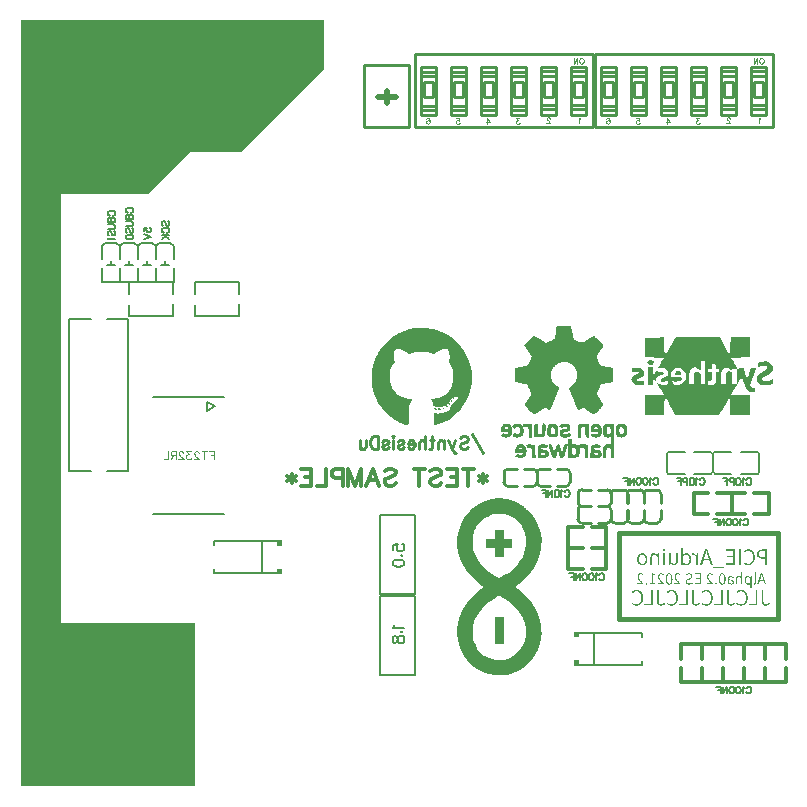
<source format=gbo>
G04 Layer: BottomSilkLayer*
G04 EasyEDA v6.4.7, 2021-02-17T16:00:46+08:00*
G04 6587b44a977046f298512b0a2d276df7,119f753a6ce64b8d841f2ad33262ab0c,10*
G04 Gerber Generator version 0.2*
G04 Scale: 100 percent, Rotated: No, Reflected: No *
G04 Dimensions in millimeters *
G04 leading zeros omitted , absolute positions ,3 integer and 3 decimal *
%FSLAX33Y33*%
%MOMM*%
G90*
D02*

%ADD12C,0.299999*%
%ADD15C,0.399999*%
%ADD16C,0.254000*%
%ADD17C,0.499999*%
%ADD18C,0.203200*%
%ADD59C,0.100000*%
%ADD60C,0.200000*%
%ADD61C,0.152400*%
%ADD62C,0.304800*%
%ADD64C,0.121920*%
%ADD65C,0.150012*%
%ADD66C,0.250012*%

%LPD*%

%LPD*%
G36*
G01X53592Y40665D02*
G01X53310Y40665D01*
G01X53242Y40584D01*
G01X53175Y40503D01*
G01X53294Y40242D01*
G01X53553Y40242D01*
G01X53636Y40325D01*
G01X53694Y40398D01*
G01X53716Y40468D01*
G01X53703Y40536D01*
G01X53656Y40602D01*
G01X53592Y40665D01*
G37*

%LPD*%
G36*
G01X53662Y40031D02*
G01X53240Y40031D01*
G01X53270Y38577D01*
G01X53640Y38577D01*
G01X53656Y38921D01*
G01X53673Y39264D01*
G01X53930Y38841D01*
G01X53931Y38976D01*
G01X53931Y39112D01*
G01X53997Y39198D01*
G01X54063Y39286D01*
G01X54573Y39502D01*
G01X54555Y39594D01*
G01X54536Y39687D01*
G01X54063Y39686D01*
G01X53957Y39820D01*
G01X53693Y39320D01*
G01X53677Y39675D01*
G01X53662Y40031D01*
G37*

%LPD*%
G36*
G01X52396Y40023D02*
G01X52304Y40025D01*
G01X52212Y40024D01*
G01X52127Y40020D01*
G01X52056Y40011D01*
G01X52005Y39999D01*
G01X51922Y39967D01*
G01X51922Y39672D01*
G01X52194Y39680D01*
G01X52466Y39687D01*
G01X52489Y39622D01*
G01X52511Y39557D01*
G01X51947Y39307D01*
G01X51884Y39168D01*
G01X51821Y39030D01*
G01X51933Y38706D01*
G01X52234Y38550D01*
G01X52497Y38550D01*
G01X52605Y38553D01*
G01X52707Y38560D01*
G01X52790Y38570D01*
G01X52843Y38582D01*
G01X52926Y38615D01*
G01X52926Y38977D01*
G01X52824Y38922D01*
G01X52722Y38868D01*
G01X52292Y38868D01*
G01X52292Y38940D01*
G01X52297Y38974D01*
G01X52309Y39005D01*
G01X52331Y39036D01*
G01X52360Y39064D01*
G01X52397Y39091D01*
G01X52442Y39115D01*
G01X52496Y39138D01*
G01X52556Y39158D01*
G01X52617Y39182D01*
G01X52685Y39217D01*
G01X52751Y39260D01*
G01X52808Y39306D01*
G01X52926Y39415D01*
G01X52926Y39748D01*
G01X52808Y39856D01*
G01X52755Y39901D01*
G01X52700Y39941D01*
G01X52650Y39974D01*
G01X52610Y39993D01*
G01X52556Y40007D01*
G01X52483Y40016D01*
G01X52396Y40023D01*
G37*

%LPD*%
G36*
G01X63205Y40539D02*
G01X63128Y40539D01*
G01X63046Y40537D01*
G01X62963Y40533D01*
G01X62881Y40528D01*
G01X62804Y40521D01*
G01X62735Y40513D01*
G01X62677Y40504D01*
G01X62632Y40493D01*
G01X62604Y40482D01*
G01X62548Y40447D01*
G01X62548Y40072D01*
G01X62640Y40112D01*
G01X62701Y40135D01*
G01X62771Y40153D01*
G01X62847Y40168D01*
G01X62926Y40177D01*
G01X63005Y40183D01*
G01X63080Y40183D01*
G01X63149Y40178D01*
G01X63208Y40168D01*
G01X63340Y40134D01*
G01X63340Y39885D01*
G01X63047Y39736D01*
G01X62985Y39703D01*
G01X62923Y39668D01*
G01X62861Y39631D01*
G01X62802Y39593D01*
G01X62747Y39556D01*
G01X62697Y39520D01*
G01X62656Y39487D01*
G01X62624Y39458D01*
G01X62495Y39329D01*
G01X62495Y38922D01*
G01X62799Y38581D01*
G01X63163Y38561D01*
G01X63525Y38541D01*
G01X63671Y38597D01*
G01X63816Y38653D01*
G01X63816Y39082D01*
G01X63661Y39001D01*
G01X63505Y38921D01*
G01X63036Y38921D01*
G01X62903Y39081D01*
G01X62995Y39182D01*
G01X63018Y39205D01*
G01X63049Y39230D01*
G01X63086Y39258D01*
G01X63129Y39287D01*
G01X63176Y39316D01*
G01X63225Y39344D01*
G01X63274Y39371D01*
G01X63324Y39396D01*
G01X63562Y39507D01*
G01X63689Y39644D01*
G01X63816Y39782D01*
G01X63816Y40181D01*
G01X63498Y40499D01*
G01X63380Y40525D01*
G01X63334Y40532D01*
G01X63274Y40537D01*
G01X63205Y40539D01*
G37*

%LPD*%
G36*
G01X54630Y41775D02*
G01X54615Y42571D01*
G01X53810Y42556D01*
G01X53006Y42542D01*
G01X53006Y40903D01*
G01X54566Y40850D01*
G01X54349Y40480D01*
G01X54305Y40404D01*
G01X54262Y40330D01*
G01X54221Y40260D01*
G01X54184Y40195D01*
G01X54151Y40138D01*
G01X54123Y40090D01*
G01X54103Y40053D01*
G01X54089Y40030D01*
G01X54046Y39949D01*
G01X54664Y39949D01*
G01X54800Y39822D01*
G01X54935Y39695D01*
G01X54935Y39576D01*
G01X54933Y39524D01*
G01X54925Y39467D01*
G01X54915Y39413D01*
G01X54902Y39370D01*
G01X54868Y39283D01*
G01X54301Y39032D01*
G01X54301Y38870D01*
G01X54439Y38835D01*
G01X54576Y38800D01*
G01X54756Y38856D01*
G01X54935Y38910D01*
G01X54935Y38610D01*
G01X54694Y38574D01*
G01X54452Y38537D01*
G01X54036Y38701D01*
G01X54038Y38665D01*
G01X54044Y38649D01*
G01X54059Y38616D01*
G01X54084Y38569D01*
G01X54116Y38508D01*
G01X54155Y38437D01*
G01X54200Y38358D01*
G01X54249Y38271D01*
G01X54303Y38180D01*
G01X54566Y37731D01*
G01X53771Y37717D01*
G01X52977Y37702D01*
G01X52991Y36871D01*
G01X53006Y36039D01*
G01X53810Y36025D01*
G01X54615Y36010D01*
G01X54630Y36807D01*
G01X54645Y37603D01*
G01X54984Y37006D01*
G01X55019Y36944D01*
G01X55090Y36821D01*
G01X55126Y36759D01*
G01X55160Y36698D01*
G01X55195Y36639D01*
G01X55228Y36582D01*
G01X55260Y36526D01*
G01X55291Y36474D01*
G01X55320Y36424D01*
G01X55347Y36378D01*
G01X55372Y36335D01*
G01X55395Y36297D01*
G01X55415Y36263D01*
G01X55433Y36234D01*
G01X55447Y36211D01*
G01X55571Y36013D01*
G01X59270Y36013D01*
G01X59458Y36317D01*
G01X59478Y36351D01*
G01X59501Y36388D01*
G01X59526Y36430D01*
G01X59553Y36475D01*
G01X59582Y36522D01*
G01X59612Y36573D01*
G01X59643Y36625D01*
G01X59675Y36679D01*
G01X59707Y36735D01*
G01X59740Y36791D01*
G01X59774Y36847D01*
G01X59807Y36904D01*
G01X59872Y37016D01*
G01X59903Y37070D01*
G01X59933Y37123D01*
G01X60221Y37625D01*
G01X60221Y36010D01*
G01X61028Y36025D01*
G01X61834Y36039D01*
G01X61849Y36871D01*
G01X61863Y37702D01*
G01X61071Y37717D01*
G01X60279Y37731D01*
G01X60713Y38480D01*
G01X60772Y38580D01*
G01X60829Y38677D01*
G01X60884Y38769D01*
G01X60936Y38854D01*
G01X60984Y38932D01*
G01X61029Y39002D01*
G01X61068Y39064D01*
G01X61103Y39115D01*
G01X61132Y39157D01*
G01X61155Y39186D01*
G01X61170Y39204D01*
G01X61178Y39208D01*
G01X61189Y39194D01*
G01X61204Y39164D01*
G01X61226Y39119D01*
G01X61252Y39061D01*
G01X61281Y38992D01*
G01X61313Y38913D01*
G01X61347Y38827D01*
G01X61382Y38736D01*
G01X61552Y38284D01*
G01X61679Y38132D01*
G01X61807Y37981D01*
G01X62163Y37914D01*
G01X62250Y37947D01*
G01X62336Y37980D01*
G01X62336Y38286D01*
G01X62021Y38286D01*
G01X61846Y38553D01*
G01X62118Y39226D01*
G01X62154Y39317D01*
G01X62190Y39406D01*
G01X62223Y39491D01*
G01X62254Y39570D01*
G01X62283Y39645D01*
G01X62309Y39714D01*
G01X62333Y39775D01*
G01X62352Y39827D01*
G01X62368Y39872D01*
G01X62379Y39906D01*
G01X62386Y39929D01*
G01X62389Y39941D01*
G01X62389Y39984D01*
G01X62166Y39968D01*
G01X61943Y39951D01*
G01X61809Y39515D01*
G01X61782Y39428D01*
G01X61755Y39346D01*
G01X61730Y39272D01*
G01X61706Y39207D01*
G01X61685Y39154D01*
G01X61667Y39114D01*
G01X61653Y39088D01*
G01X61645Y39079D01*
G01X61636Y39088D01*
G01X61622Y39114D01*
G01X61605Y39154D01*
G01X61585Y39207D01*
G01X61562Y39272D01*
G01X61538Y39346D01*
G01X61512Y39428D01*
G01X61485Y39515D01*
G01X61357Y39951D01*
G01X61133Y39968D01*
G01X61046Y39972D01*
G01X60975Y39972D01*
G01X60926Y39969D01*
G01X60909Y39961D01*
G01X60915Y39937D01*
G01X60933Y39888D01*
G01X60958Y39822D01*
G01X60989Y39746D01*
G01X61014Y39685D01*
G01X61032Y39636D01*
G01X61042Y39599D01*
G01X61047Y39575D01*
G01X61045Y39563D01*
G01X61038Y39563D01*
G01X61025Y39574D01*
G01X61006Y39598D01*
G01X60982Y39633D01*
G01X60953Y39680D01*
G01X60920Y39737D01*
G01X60883Y39806D01*
G01X60863Y39844D01*
G01X60840Y39887D01*
G01X60813Y39935D01*
G01X60784Y39987D01*
G01X60754Y40042D01*
G01X60721Y40100D01*
G01X60688Y40159D01*
G01X60653Y40220D01*
G01X60619Y40279D01*
G01X60585Y40339D01*
G01X60551Y40397D01*
G01X60519Y40453D01*
G01X60286Y40850D01*
G01X61834Y40903D01*
G01X61863Y42568D01*
G01X60224Y42568D01*
G01X60210Y41782D01*
G01X60195Y40995D01*
G01X59746Y41781D01*
G01X59296Y42568D01*
G01X55571Y42568D01*
G01X55447Y42370D01*
G01X55433Y42347D01*
G01X55415Y42318D01*
G01X55395Y42284D01*
G01X55372Y42246D01*
G01X55347Y42203D01*
G01X55320Y42157D01*
G01X55291Y42107D01*
G01X55260Y42054D01*
G01X55228Y41999D01*
G01X55195Y41942D01*
G01X55160Y41883D01*
G01X55126Y41822D01*
G01X55090Y41761D01*
G01X55055Y41699D01*
G01X55019Y41636D01*
G01X54984Y41575D01*
G01X54645Y40978D01*
G01X54630Y41775D01*
G37*

%LPC*%
G36*
G01X55763Y39978D02*
G01X55559Y39978D01*
G01X55379Y39798D01*
G01X55200Y39618D01*
G01X55200Y39185D01*
G01X56039Y39185D01*
G01X56094Y39096D01*
G01X55939Y38876D01*
G01X55794Y38844D01*
G01X55649Y38813D01*
G01X55299Y38915D01*
G01X55315Y38772D01*
G01X55332Y38629D01*
G01X55580Y38582D01*
G01X55828Y38534D01*
G01X56228Y38686D01*
G01X56468Y39042D01*
G01X56468Y39454D01*
G01X56386Y39612D01*
G01X56305Y39771D01*
G01X56136Y39874D01*
G01X55966Y39977D01*
G01X55763Y39978D01*
G37*
G36*
G01X58676Y40342D02*
G01X58636Y40348D01*
G01X58636Y39925D01*
G01X58318Y39925D01*
G01X58318Y39661D01*
G01X58636Y39661D01*
G01X58636Y39348D01*
G01X58635Y39283D01*
G01X58633Y39220D01*
G01X58630Y39159D01*
G01X58626Y39102D01*
G01X58622Y39052D01*
G01X58616Y39008D01*
G01X58610Y38974D01*
G01X58603Y38951D01*
G01X58571Y38868D01*
G01X58311Y38868D01*
G01X58328Y38722D01*
G01X58345Y38577D01*
G01X58723Y38545D01*
G01X58979Y38752D01*
G01X58998Y39207D01*
G01X59016Y39661D01*
G01X59217Y39661D01*
G01X59217Y39925D01*
G01X59012Y39925D01*
G01X58996Y40095D01*
G01X58979Y40264D01*
G01X58847Y40301D01*
G01X58793Y40316D01*
G01X58742Y40328D01*
G01X58701Y40337D01*
G01X58676Y40342D01*
G37*
G36*
G01X58054Y40612D02*
G01X57684Y40612D01*
G01X57684Y39750D01*
G01X57591Y39833D01*
G01X57544Y39871D01*
G01X57483Y39909D01*
G01X57416Y39945D01*
G01X57351Y39974D01*
G01X57203Y40030D01*
G01X57025Y39955D01*
G01X56846Y39880D01*
G01X56789Y39678D01*
G01X56733Y39475D01*
G01X56733Y39039D01*
G01X56732Y38603D01*
G01X57156Y38603D01*
G01X57156Y39595D01*
G01X57234Y39660D01*
G01X57313Y39725D01*
G01X57560Y39663D01*
G01X57684Y39391D01*
G01X57684Y38603D01*
G01X58054Y38603D01*
G01X58054Y40612D01*
G37*
G36*
G01X59903Y39974D02*
G01X59769Y39978D01*
G01X59539Y39816D01*
G01X59429Y39422D01*
G01X59429Y38603D01*
G01X59852Y38603D01*
G01X59852Y39604D01*
G01X59964Y39664D01*
G01X60077Y39724D01*
G01X60312Y39617D01*
G01X60346Y39447D01*
G01X60353Y39406D01*
G01X60360Y39354D01*
G01X60365Y39294D01*
G01X60370Y39228D01*
G01X60374Y39157D01*
G01X60377Y39085D01*
G01X60379Y39012D01*
G01X60380Y38940D01*
G01X60380Y38603D01*
G01X60750Y38603D01*
G01X60750Y39925D01*
G01X60380Y39925D01*
G01X60380Y39766D01*
G01X60330Y39766D01*
G01X60307Y39772D01*
G01X60282Y39787D01*
G01X60258Y39810D01*
G01X60238Y39838D01*
G01X60216Y39869D01*
G01X60188Y39895D01*
G01X60156Y39918D01*
G01X60117Y39936D01*
G01X60073Y39951D01*
G01X60023Y39962D01*
G01X59966Y39970D01*
G01X59903Y39974D01*
G37*

%LPD*%
G36*
G01X55927Y39714D02*
G01X55620Y39714D01*
G01X55568Y39578D01*
G01X55548Y39523D01*
G01X55532Y39475D01*
G01X55521Y39439D01*
G01X55517Y39419D01*
G01X55540Y39410D01*
G01X55602Y39403D01*
G01X55694Y39398D01*
G01X55806Y39396D01*
G01X56095Y39396D01*
G01X56062Y39489D01*
G01X56045Y39530D01*
G01X56024Y39573D01*
G01X56000Y39615D01*
G01X55978Y39648D01*
G01X55927Y39714D01*
G37*

%LPD*%
G36*
G01X36824Y37422D02*
G01X36711Y37422D01*
G01X36711Y37308D01*
G01X36753Y37322D01*
G01X36771Y37332D01*
G01X36788Y37345D01*
G01X36802Y37362D01*
G01X36810Y37379D01*
G01X36824Y37422D01*
G37*

%LPD*%
G36*
G01X36638Y37278D02*
G01X36607Y37278D01*
G01X36591Y37274D01*
G01X36572Y37263D01*
G01X36552Y37247D01*
G01X36533Y37227D01*
G01X36491Y37177D01*
G01X36529Y37153D01*
G01X36566Y37130D01*
G01X36602Y37152D01*
G01X36617Y37165D01*
G01X36628Y37183D01*
G01X36635Y37205D01*
G01X36638Y37226D01*
G01X36638Y37278D01*
G37*

%LPD*%
G36*
G01X36494Y37062D02*
G01X36442Y37062D01*
G01X36421Y37059D01*
G01X36399Y37051D01*
G01X36380Y37039D01*
G01X36367Y37024D01*
G01X36344Y36987D01*
G01X36366Y36930D01*
G01X36387Y36874D01*
G01X36441Y36919D01*
G01X36462Y36939D01*
G01X36478Y36964D01*
G01X36490Y36990D01*
G01X36494Y37013D01*
G01X36494Y37062D01*
G37*

%LPD*%
G36*
G01X36267Y36789D02*
G01X36245Y36845D01*
G01X36192Y36825D01*
G01X36170Y36812D01*
G01X36149Y36795D01*
G01X36132Y36774D01*
G01X36120Y36752D01*
G01X36100Y36699D01*
G01X36211Y36656D01*
G01X36288Y36733D01*
G01X36267Y36789D01*
G37*

%LPD*%
G36*
G01X35990Y36630D02*
G01X35851Y36630D01*
G01X35802Y36552D01*
G01X35836Y36518D01*
G01X35870Y36483D01*
G01X35930Y36507D01*
G01X35990Y36529D01*
G01X35990Y36630D01*
G37*

%LPD*%
G36*
G01X35324Y36593D02*
G01X35299Y36634D01*
G01X35221Y36623D01*
G01X35144Y36612D01*
G01X35150Y36576D01*
G01X35157Y36559D01*
G01X35171Y36540D01*
G01X35190Y36521D01*
G01X35212Y36505D01*
G01X35268Y36469D01*
G01X35350Y36552D01*
G01X35324Y36593D01*
G37*

%LPD*%
G36*
G01X35626Y36594D02*
G01X35486Y36594D01*
G01X35486Y36450D01*
G01X35626Y36450D01*
G01X35670Y36522D01*
G01X35626Y36594D01*
G37*

%LPD*%
G36*
G01X34109Y43398D02*
G01X33831Y43401D01*
G01X33443Y43343D01*
G01X33055Y43286D01*
G01X32731Y43177D01*
G01X32672Y43157D01*
G01X32614Y43136D01*
G01X32558Y43116D01*
G01X32503Y43095D01*
G01X32450Y43074D01*
G01X32398Y43053D01*
G01X32346Y43031D01*
G01X32246Y42985D01*
G01X32196Y42961D01*
G01X32146Y42936D01*
G01X32096Y42910D01*
G01X31996Y42854D01*
G01X31945Y42824D01*
G01X31892Y42793D01*
G01X31839Y42761D01*
G01X31785Y42727D01*
G01X31729Y42690D01*
G01X31672Y42653D01*
G01X31369Y42453D01*
G01X30782Y41871D01*
G01X30617Y41636D01*
G01X30579Y41582D01*
G01X30542Y41528D01*
G01X30506Y41473D01*
G01X30471Y41418D01*
G01X30437Y41363D01*
G01X30404Y41308D01*
G01X30372Y41252D01*
G01X30341Y41196D01*
G01X30281Y41084D01*
G01X30253Y41027D01*
G01X30226Y40969D01*
G01X30199Y40912D01*
G01X30173Y40854D01*
G01X30148Y40796D01*
G01X30124Y40737D01*
G01X30101Y40678D01*
G01X30078Y40618D01*
G01X30036Y40498D01*
G01X30016Y40437D01*
G01X29997Y40376D01*
G01X29979Y40314D01*
G01X29962Y40252D01*
G01X29930Y40126D01*
G01X29915Y40062D01*
G01X29901Y39998D01*
G01X29832Y39673D01*
G01X29832Y39200D01*
G01X29831Y38727D01*
G01X29887Y38433D01*
G01X29899Y38369D01*
G01X29913Y38307D01*
G01X29926Y38245D01*
G01X29956Y38123D01*
G01X29972Y38064D01*
G01X29989Y38004D01*
G01X30007Y37945D01*
G01X30025Y37887D01*
G01X30044Y37829D01*
G01X30063Y37773D01*
G01X30084Y37716D01*
G01X30106Y37659D01*
G01X30128Y37603D01*
G01X30152Y37547D01*
G01X30176Y37492D01*
G01X30201Y37437D01*
G01X30253Y37327D01*
G01X30281Y37273D01*
G01X30310Y37218D01*
G01X30370Y37110D01*
G01X30402Y37055D01*
G01X30468Y36947D01*
G01X30503Y36892D01*
G01X30539Y36838D01*
G01X30706Y36587D01*
G01X31318Y35943D01*
G01X31643Y35726D01*
G01X31709Y35682D01*
G01X31771Y35641D01*
G01X31831Y35603D01*
G01X31888Y35568D01*
G01X31943Y35534D01*
G01X31996Y35503D01*
G01X32048Y35473D01*
G01X32098Y35445D01*
G01X32148Y35419D01*
G01X32246Y35371D01*
G01X32296Y35348D01*
G01X32345Y35325D01*
G01X32396Y35304D01*
G01X32502Y35262D01*
G01X32694Y35189D01*
G01X32925Y35189D01*
G01X33037Y35349D01*
G01X33037Y36792D01*
G01X33073Y36923D01*
G01X33095Y36984D01*
G01X33126Y37055D01*
G01X33163Y37125D01*
G01X33201Y37188D01*
G01X33236Y37241D01*
G01X33262Y37285D01*
G01X33279Y37317D01*
G01X33282Y37331D01*
G01X33256Y37337D01*
G01X33195Y37350D01*
G01X33106Y37366D01*
G01X33001Y37385D01*
G01X32730Y37431D01*
G01X32505Y37515D01*
G01X32438Y37542D01*
G01X32373Y37570D01*
G01X32310Y37600D01*
G01X32250Y37632D01*
G01X32192Y37666D01*
G01X32135Y37702D01*
G01X32080Y37740D01*
G01X32027Y37782D01*
G01X31975Y37825D01*
G01X31923Y37872D01*
G01X31873Y37920D01*
G01X31824Y37973D01*
G01X31782Y38019D01*
G01X31744Y38064D01*
G01X31709Y38108D01*
G01X31677Y38152D01*
G01X31648Y38197D01*
G01X31621Y38243D01*
G01X31596Y38292D01*
G01X31572Y38343D01*
G01X31548Y38398D01*
G01X31525Y38458D01*
G01X31503Y38522D01*
G01X31480Y38593D01*
G01X31412Y38809D01*
G01X31391Y39188D01*
G01X31371Y39567D01*
G01X31412Y39760D01*
G01X31453Y39954D01*
G01X31544Y40134D01*
G01X31586Y40212D01*
G01X31633Y40291D01*
G01X31680Y40362D01*
G01X31721Y40416D01*
G01X31807Y40519D01*
G01X31769Y40653D01*
G01X31732Y40788D01*
G01X31765Y41438D01*
G01X31812Y41537D01*
G01X31860Y41636D01*
G01X32086Y41636D01*
G01X32303Y41563D01*
G01X32351Y41545D01*
G01X32406Y41524D01*
G01X32466Y41498D01*
G01X32528Y41469D01*
G01X32591Y41439D01*
G01X32652Y41408D01*
G01X32711Y41377D01*
G01X32765Y41346D01*
G01X33010Y41203D01*
G01X33559Y41324D01*
G01X34603Y41322D01*
G01X35135Y41206D01*
G01X35373Y41344D01*
G01X35425Y41374D01*
G01X35482Y41404D01*
G01X35542Y41435D01*
G01X35603Y41464D01*
G01X35663Y41493D01*
G01X35721Y41518D01*
G01X35774Y41541D01*
G01X35821Y41559D01*
G01X36029Y41636D01*
G01X36276Y41636D01*
G01X36312Y41569D01*
G01X36329Y41523D01*
G01X36350Y41447D01*
G01X36371Y41352D01*
G01X36390Y41249D01*
G01X36431Y40997D01*
G01X36347Y40513D01*
G01X36441Y40390D01*
G01X36462Y40361D01*
G01X36485Y40326D01*
G01X36510Y40286D01*
G01X36536Y40242D01*
G01X36562Y40196D01*
G01X36587Y40150D01*
G01X36632Y40060D01*
G01X36728Y39853D01*
G01X36728Y38773D01*
G01X36662Y38582D01*
G01X36647Y38541D01*
G01X36629Y38495D01*
G01X36609Y38447D01*
G01X36565Y38349D01*
G01X36543Y38303D01*
G01X36522Y38260D01*
G01X36501Y38222D01*
G01X36407Y38052D01*
G01X36233Y37882D01*
G01X36058Y37711D01*
G01X35540Y37465D01*
G01X35270Y37409D01*
G01X35159Y37386D01*
G01X35056Y37366D01*
G01X34972Y37351D01*
G01X34920Y37342D01*
G01X34840Y37332D01*
G01X34947Y37173D01*
G01X35055Y37014D01*
G01X35076Y36880D01*
G01X35098Y36747D01*
G01X35247Y36698D01*
G01X35396Y36648D01*
G01X35828Y36652D01*
G01X35976Y36729D01*
G01X36123Y36806D01*
G01X36228Y36930D01*
G01X36276Y36990D01*
G01X36331Y37061D01*
G01X36384Y37133D01*
G01X36431Y37199D01*
G01X36530Y37344D01*
G01X36718Y37437D01*
G01X36905Y37530D01*
G01X36997Y37530D01*
G01X37037Y37527D01*
G01X37077Y37520D01*
G01X37114Y37508D01*
G01X37142Y37495D01*
G01X37196Y37462D01*
G01X36680Y36972D01*
G01X36576Y36737D01*
G01X36470Y36503D01*
G01X36347Y36398D01*
G01X36287Y36352D01*
G01X36213Y36304D01*
G01X36135Y36259D01*
G01X36063Y36223D01*
G01X35901Y36151D01*
G01X35667Y36135D01*
G01X35432Y36119D01*
G01X35279Y36155D01*
G01X35126Y36190D01*
G01X35126Y35270D01*
G01X35234Y35180D01*
G01X35570Y35218D01*
G01X35969Y35418D01*
G01X36368Y35619D01*
G01X36614Y35805D01*
G01X36649Y35832D01*
G01X36688Y35863D01*
G01X36730Y35898D01*
G01X36774Y35936D01*
G01X36820Y35975D01*
G01X36867Y36016D01*
G01X36913Y36059D01*
G01X36960Y36101D01*
G01X37005Y36144D01*
G01X37049Y36186D01*
G01X37091Y36226D01*
G01X37130Y36265D01*
G01X37402Y36540D01*
G01X37593Y36828D01*
G01X37628Y36882D01*
G01X37662Y36935D01*
G01X37695Y36989D01*
G01X37727Y37041D01*
G01X37758Y37094D01*
G01X37788Y37147D01*
G01X37817Y37199D01*
G01X37846Y37252D01*
G01X37872Y37305D01*
G01X37899Y37357D01*
G01X37949Y37463D01*
G01X37973Y37516D01*
G01X37995Y37570D01*
G01X38018Y37624D01*
G01X38060Y37732D01*
G01X38080Y37787D01*
G01X38099Y37843D01*
G01X38117Y37899D01*
G01X38135Y37956D01*
G01X38169Y38072D01*
G01X38185Y38131D01*
G01X38201Y38191D01*
G01X38215Y38252D01*
G01X38230Y38314D01*
G01X38244Y38377D01*
G01X38305Y38665D01*
G01X38307Y39673D01*
G01X38245Y39972D01*
G01X38229Y40044D01*
G01X38213Y40114D01*
G01X38196Y40184D01*
G01X38177Y40253D01*
G01X38158Y40321D01*
G01X38139Y40388D01*
G01X38118Y40454D01*
G01X38097Y40519D01*
G01X38075Y40584D01*
G01X38052Y40648D01*
G01X38028Y40711D01*
G01X38003Y40773D01*
G01X37977Y40835D01*
G01X37950Y40896D01*
G01X37922Y40956D01*
G01X37864Y41076D01*
G01X37833Y41134D01*
G01X37801Y41193D01*
G01X37768Y41251D01*
G01X37734Y41309D01*
G01X37699Y41367D01*
G01X37663Y41423D01*
G01X37626Y41480D01*
G01X37426Y41781D01*
G01X37145Y42077D01*
G01X36864Y42374D01*
G01X36580Y42579D01*
G01X36296Y42782D01*
G01X35998Y42931D01*
G01X35955Y42952D01*
G01X35908Y42974D01*
G01X35857Y42997D01*
G01X35804Y43020D01*
G01X35749Y43044D01*
G01X35636Y43090D01*
G01X35580Y43112D01*
G01X35526Y43132D01*
G01X35473Y43152D01*
G01X35423Y43170D01*
G01X35377Y43185D01*
G01X35052Y43291D01*
G01X34388Y43394D01*
G01X34109Y43398D01*
G37*

%LPD*%
G36*
G01X46139Y43541D02*
G01X45544Y43541D01*
G01X45488Y43277D01*
G01X45475Y43219D01*
G01X45462Y43155D01*
G01X45448Y43087D01*
G01X45435Y43017D01*
G01X45421Y42947D01*
G01X45408Y42879D01*
G01X45396Y42816D01*
G01X45386Y42760D01*
G01X45367Y42658D01*
G01X45350Y42569D01*
G01X45336Y42501D01*
G01X45327Y42466D01*
G01X45299Y42442D01*
G01X45234Y42403D01*
G01X45142Y42357D01*
G01X45032Y42308D01*
G01X44974Y42284D01*
G01X44917Y42259D01*
G01X44862Y42236D01*
G01X44811Y42213D01*
G01X44764Y42193D01*
G01X44724Y42175D01*
G01X44693Y42162D01*
G01X44670Y42151D01*
G01X44589Y42138D01*
G01X44502Y42157D01*
G01X44439Y42197D01*
G01X44432Y42244D01*
G01X44438Y42258D01*
G01X44436Y42263D01*
G01X44426Y42262D01*
G01X44408Y42253D01*
G01X44389Y42244D01*
G01X44369Y42242D01*
G01X44352Y42246D01*
G01X44339Y42256D01*
G01X44314Y42283D01*
G01X44269Y42318D01*
G01X44210Y42361D01*
G01X44139Y42410D01*
G01X44060Y42461D01*
G01X43978Y42512D01*
G01X43895Y42562D01*
G01X43815Y42608D01*
G01X43743Y42647D01*
G01X43681Y42678D01*
G01X43634Y42698D01*
G01X43605Y42706D01*
G01X43588Y42703D01*
G01X43568Y42696D01*
G01X43543Y42683D01*
G01X43515Y42665D01*
G01X43483Y42641D01*
G01X43447Y42612D01*
G01X43406Y42577D01*
G01X43360Y42535D01*
G01X43310Y42487D01*
G01X43253Y42433D01*
G01X43192Y42371D01*
G01X43124Y42303D01*
G01X43013Y42190D01*
G01X42926Y42098D01*
G01X42860Y42025D01*
G01X42814Y41969D01*
G01X42785Y41926D01*
G01X42771Y41896D01*
G01X42771Y41874D01*
G01X42782Y41858D01*
G01X42797Y41844D01*
G01X42819Y41818D01*
G01X42847Y41782D01*
G01X42880Y41738D01*
G01X42917Y41687D01*
G01X42957Y41631D01*
G01X42999Y41570D01*
G01X43041Y41507D01*
G01X43085Y41443D01*
G01X43127Y41380D01*
G01X43169Y41318D01*
G01X43209Y41260D01*
G01X43246Y41209D01*
G01X43278Y41163D01*
G01X43304Y41127D01*
G01X43324Y41101D01*
G01X43367Y41041D01*
G01X43382Y40993D01*
G01X43372Y40930D01*
G01X43335Y40829D01*
G01X43298Y40733D01*
G01X43263Y40644D01*
G01X43228Y40563D01*
G01X43194Y40489D01*
G01X43162Y40423D01*
G01X43131Y40364D01*
G01X43101Y40313D01*
G01X43073Y40270D01*
G01X43046Y40236D01*
G01X43022Y40210D01*
G01X42999Y40193D01*
G01X42978Y40184D01*
G01X42953Y40179D01*
G01X42911Y40171D01*
G01X42854Y40161D01*
G01X42786Y40148D01*
G01X42708Y40134D01*
G01X42622Y40118D01*
G01X42530Y40102D01*
G01X42436Y40085D01*
G01X41972Y40004D01*
G01X41972Y38793D01*
G01X42181Y38768D01*
G01X42228Y38762D01*
G01X42279Y38754D01*
G01X42333Y38745D01*
G01X42389Y38735D01*
G01X42445Y38724D01*
G01X42499Y38713D01*
G01X42550Y38702D01*
G01X42595Y38691D01*
G01X42684Y38671D01*
G01X42774Y38654D01*
G01X42854Y38643D01*
G01X42914Y38639D01*
G01X42966Y38635D01*
G01X43005Y38623D01*
G01X43033Y38604D01*
G01X43049Y38576D01*
G01X43061Y38542D01*
G01X43078Y38498D01*
G01X43098Y38450D01*
G01X43118Y38403D01*
G01X43176Y38266D01*
G01X43226Y38150D01*
G01X43266Y38052D01*
G01X43298Y37970D01*
G01X43321Y37903D01*
G01X43337Y37847D01*
G01X43347Y37802D01*
G01X43349Y37765D01*
G01X43346Y37735D01*
G01X43336Y37709D01*
G01X43322Y37685D01*
G01X43303Y37662D01*
G01X43289Y37643D01*
G01X43269Y37618D01*
G01X43244Y37585D01*
G01X43215Y37545D01*
G01X43182Y37499D01*
G01X43145Y37448D01*
G01X43106Y37392D01*
G01X43063Y37331D01*
G01X43018Y37265D01*
G01X42971Y37196D01*
G01X42921Y37124D01*
G01X42871Y37049D01*
G01X42848Y37017D01*
G01X42829Y36990D01*
G01X42814Y36965D01*
G01X42802Y36942D01*
G01X42795Y36921D01*
G01X42794Y36899D01*
G01X42798Y36876D01*
G01X42809Y36850D01*
G01X42826Y36822D01*
G01X42852Y36789D01*
G01X42885Y36750D01*
G01X42927Y36704D01*
G01X42978Y36651D01*
G01X43039Y36589D01*
G01X43110Y36517D01*
G01X43193Y36433D01*
G01X43273Y36354D01*
G01X43345Y36285D01*
G01X43408Y36227D01*
G01X43463Y36180D01*
G01X43511Y36144D01*
G01X43550Y36118D01*
G01X43582Y36103D01*
G01X43607Y36098D01*
G01X43632Y36103D01*
G01X43670Y36119D01*
G01X43721Y36144D01*
G01X43782Y36176D01*
G01X43851Y36216D01*
G01X43926Y36262D01*
G01X44006Y36313D01*
G01X44087Y36367D01*
G01X44209Y36448D01*
G01X44304Y36511D01*
G01X44379Y36556D01*
G01X44438Y36587D01*
G01X44484Y36605D01*
G01X44521Y36612D01*
G01X44554Y36610D01*
G01X44587Y36601D01*
G01X44631Y36582D01*
G01X44679Y36558D01*
G01X44722Y36531D01*
G01X44756Y36504D01*
G01X44789Y36481D01*
G01X44827Y36463D01*
G01X44866Y36454D01*
G01X44901Y36453D01*
G01X44919Y36457D01*
G01X44936Y36463D01*
G01X44953Y36474D01*
G01X44970Y36491D01*
G01X44987Y36515D01*
G01X45006Y36549D01*
G01X45028Y36592D01*
G01X45054Y36648D01*
G01X45083Y36718D01*
G01X45118Y36802D01*
G01X45159Y36904D01*
G01X45206Y37023D01*
G01X45231Y37088D01*
G01X45259Y37156D01*
G01X45287Y37226D01*
G01X45316Y37299D01*
G01X45345Y37371D01*
G01X45375Y37445D01*
G01X45405Y37518D01*
G01X45435Y37590D01*
G01X45463Y37661D01*
G01X45492Y37730D01*
G01X45519Y37797D01*
G01X45546Y37860D01*
G01X45571Y37919D01*
G01X45594Y37974D01*
G01X45615Y38024D01*
G01X45634Y38068D01*
G01X45650Y38106D01*
G01X45664Y38137D01*
G01X45675Y38160D01*
G01X45682Y38175D01*
G01X45710Y38248D01*
G01X45709Y38307D01*
G01X45677Y38356D01*
G01X45615Y38399D01*
G01X45580Y38420D01*
G01X45540Y38449D01*
G01X45496Y38483D01*
G01X45451Y38522D01*
G01X45404Y38565D01*
G01X45357Y38610D01*
G01X45312Y38657D01*
G01X45269Y38703D01*
G01X45230Y38749D01*
G01X45196Y38792D01*
G01X45168Y38831D01*
G01X45147Y38866D01*
G01X45129Y38905D01*
G01X45117Y38936D01*
G01X45113Y38958D01*
G01X45118Y38966D01*
G01X45121Y38970D01*
G01X45115Y38983D01*
G01X45102Y39001D01*
G01X45081Y39024D01*
G01X45066Y39043D01*
G01X45053Y39066D01*
G01X45043Y39096D01*
G01X45036Y39134D01*
G01X45031Y39180D01*
G01X45029Y39237D01*
G01X45028Y39306D01*
G01X45028Y39387D01*
G01X45033Y39508D01*
G01X45041Y39609D01*
G01X45052Y39681D01*
G01X45066Y39713D01*
G01X45078Y39725D01*
G01X45088Y39745D01*
G01X45095Y39768D01*
G01X45098Y39794D01*
G01X45107Y39838D01*
G01X45133Y39895D01*
G01X45171Y39960D01*
G01X45220Y40031D01*
G01X45276Y40101D01*
G01X45336Y40169D01*
G01X45399Y40230D01*
G01X45459Y40280D01*
G01X45506Y40311D01*
G01X45557Y40342D01*
G01X45612Y40372D01*
G01X45671Y40400D01*
G01X45732Y40427D01*
G01X45793Y40451D01*
G01X45855Y40473D01*
G01X45915Y40491D01*
G01X45974Y40506D01*
G01X46028Y40517D01*
G01X46078Y40524D01*
G01X46123Y40527D01*
G01X46175Y40524D01*
G01X46228Y40519D01*
G01X46283Y40509D01*
G01X46339Y40496D01*
G01X46396Y40480D01*
G01X46453Y40460D01*
G01X46510Y40438D01*
G01X46567Y40414D01*
G01X46623Y40386D01*
G01X46677Y40357D01*
G01X46730Y40325D01*
G01X46780Y40291D01*
G01X46828Y40256D01*
G01X46874Y40219D01*
G01X46916Y40180D01*
G01X46954Y40141D01*
G01X46998Y40090D01*
G01X47038Y40040D01*
G01X47073Y39990D01*
G01X47104Y39940D01*
G01X47132Y39889D01*
G01X47156Y39837D01*
G01X47175Y39783D01*
G01X47193Y39727D01*
G01X47206Y39668D01*
G01X47218Y39606D01*
G01X47226Y39540D01*
G01X47232Y39470D01*
G01X47237Y39384D01*
G01X47239Y39313D01*
G01X47237Y39253D01*
G01X47231Y39199D01*
G01X47219Y39147D01*
G01X47200Y39093D01*
G01X47173Y39030D01*
G01X47139Y38956D01*
G01X47109Y38894D01*
G01X47080Y38838D01*
G01X47051Y38786D01*
G01X47022Y38740D01*
G01X46992Y38698D01*
G01X46961Y38658D01*
G01X46928Y38621D01*
G01X46891Y38586D01*
G01X46852Y38551D01*
G01X46808Y38516D01*
G01X46759Y38480D01*
G01X46706Y38443D01*
G01X46646Y38398D01*
G01X46596Y38352D01*
G01X46563Y38311D01*
G01X46552Y38280D01*
G01X46559Y38242D01*
G01X46578Y38181D01*
G01X46607Y38107D01*
G01X46642Y38028D01*
G01X46678Y37949D01*
G01X46706Y37881D01*
G01X46725Y37829D01*
G01X46733Y37802D01*
G01X46742Y37769D01*
G01X46769Y37702D01*
G01X46808Y37611D01*
G01X46855Y37506D01*
G01X46880Y37450D01*
G01X46906Y37393D01*
G01X46931Y37336D01*
G01X46955Y37282D01*
G01X46976Y37230D01*
G01X46996Y37184D01*
G01X47011Y37145D01*
G01X47023Y37114D01*
G01X47044Y37056D01*
G01X47069Y36992D01*
G01X47094Y36930D01*
G01X47115Y36878D01*
G01X47139Y36824D01*
G01X47166Y36757D01*
G01X47196Y36686D01*
G01X47223Y36619D01*
G01X47257Y36544D01*
G01X47292Y36495D01*
G01X47334Y36467D01*
G01X47389Y36453D01*
G01X47429Y36448D01*
G01X47459Y36447D01*
G01X47476Y36449D01*
G01X47478Y36455D01*
G01X47477Y36470D01*
G01X47497Y36491D01*
G01X47532Y36516D01*
G01X47576Y36542D01*
G01X47627Y36566D01*
G01X47678Y36586D01*
G01X47727Y36601D01*
G01X47766Y36606D01*
G01X47814Y36594D01*
G01X47881Y36563D01*
G01X47958Y36517D01*
G01X48036Y36460D01*
G01X48110Y36404D01*
G01X48172Y36358D01*
G01X48218Y36327D01*
G01X48240Y36315D01*
G01X48260Y36307D01*
G01X48298Y36284D01*
G01X48350Y36249D01*
G01X48410Y36206D01*
G01X48473Y36164D01*
G01X48530Y36133D01*
G01X48582Y36112D01*
G01X48629Y36103D01*
G01X48673Y36103D01*
G01X48713Y36115D01*
G01X48750Y36137D01*
G01X48785Y36169D01*
G01X48813Y36195D01*
G01X48842Y36213D01*
G01X48868Y36221D01*
G01X48887Y36218D01*
G01X48900Y36212D01*
G01X48907Y36212D01*
G01X48908Y36218D01*
G01X48903Y36230D01*
G01X48905Y36242D01*
G01X48917Y36266D01*
G01X48941Y36298D01*
G01X48973Y36338D01*
G01X49013Y36385D01*
G01X49060Y36437D01*
G01X49112Y36493D01*
G01X49170Y36552D01*
G01X49228Y36610D01*
G01X49282Y36667D01*
G01X49331Y36720D01*
G01X49374Y36769D01*
G01X49409Y36812D01*
G01X49436Y36847D01*
G01X49452Y36873D01*
G01X49458Y36889D01*
G01X49452Y36907D01*
G01X49436Y36941D01*
G01X49409Y36989D01*
G01X49375Y37049D01*
G01X49332Y37118D01*
G01X49284Y37195D01*
G01X49230Y37278D01*
G01X49173Y37365D01*
G01X48888Y37790D01*
G01X49010Y38097D01*
G01X49060Y38219D01*
G01X49101Y38321D01*
G01X49136Y38404D01*
G01X49166Y38472D01*
G01X49192Y38524D01*
G01X49216Y38564D01*
G01X49238Y38594D01*
G01X49261Y38615D01*
G01X49285Y38628D01*
G01X49311Y38637D01*
G01X49341Y38643D01*
G01X49376Y38647D01*
G01X49412Y38652D01*
G01X49460Y38658D01*
G01X49519Y38668D01*
G01X49587Y38678D01*
G01X49662Y38690D01*
G01X49741Y38703D01*
G01X49822Y38716D01*
G01X49903Y38730D01*
G01X50294Y38796D01*
G01X50294Y39506D01*
G01X50292Y39618D01*
G01X50289Y39720D01*
G01X50286Y39810D01*
G01X50282Y39884D01*
G01X50277Y39942D01*
G01X50272Y39980D01*
G01X50267Y39995D01*
G01X50254Y40000D01*
G01X50231Y40006D01*
G01X50196Y40014D01*
G01X50152Y40024D01*
G01X50100Y40035D01*
G01X50042Y40046D01*
G01X49978Y40059D01*
G01X49911Y40071D01*
G01X49840Y40084D01*
G01X49768Y40098D01*
G01X49697Y40110D01*
G01X49627Y40122D01*
G01X49559Y40133D01*
G01X49495Y40144D01*
G01X49438Y40152D01*
G01X49386Y40160D01*
G01X49295Y40176D01*
G01X49235Y40205D01*
G01X49188Y40257D01*
G01X49137Y40346D01*
G01X49110Y40399D01*
G01X49081Y40458D01*
G01X49052Y40521D01*
G01X49023Y40586D01*
G01X48995Y40652D01*
G01X48968Y40716D01*
G01X48943Y40778D01*
G01X48921Y40835D01*
G01X48903Y40885D01*
G01X48889Y40927D01*
G01X48880Y40958D01*
G01X48877Y40978D01*
G01X48882Y40991D01*
G01X48896Y41017D01*
G01X48918Y41054D01*
G01X48946Y41100D01*
G01X48981Y41154D01*
G01X49020Y41214D01*
G01X49063Y41278D01*
G01X49107Y41345D01*
G01X49154Y41414D01*
G01X49200Y41482D01*
G01X49246Y41547D01*
G01X49289Y41609D01*
G01X49330Y41666D01*
G01X49366Y41716D01*
G01X49397Y41757D01*
G01X49421Y41787D01*
G01X49438Y41811D01*
G01X49449Y41836D01*
G01X49453Y41862D01*
G01X49450Y41892D01*
G01X49438Y41925D01*
G01X49418Y41962D01*
G01X49389Y42006D01*
G01X49351Y42055D01*
G01X49302Y42111D01*
G01X49242Y42176D01*
G01X49171Y42250D01*
G01X49089Y42334D01*
G01X48998Y42425D01*
G01X48917Y42502D01*
G01X48847Y42566D01*
G01X48787Y42617D01*
G01X48737Y42656D01*
G01X48694Y42684D01*
G01X48661Y42700D01*
G01X48635Y42706D01*
G01X48613Y42702D01*
G01X48582Y42691D01*
G01X48544Y42674D01*
G01X48500Y42652D01*
G01X48452Y42625D01*
G01X48401Y42594D01*
G01X48348Y42560D01*
G01X48295Y42524D01*
G01X48194Y42454D01*
G01X48106Y42396D01*
G01X48041Y42357D01*
G01X48009Y42342D01*
G01X47993Y42338D01*
G01X47972Y42326D01*
G01X47951Y42308D01*
G01X47930Y42286D01*
G01X47903Y42259D01*
G01X47865Y42229D01*
G01X47822Y42200D01*
G01X47776Y42174D01*
G01X47736Y42156D01*
G01X47696Y42145D01*
G01X47654Y42142D01*
G01X47609Y42146D01*
G01X47557Y42159D01*
G01X47499Y42180D01*
G01X47430Y42211D01*
G01X47351Y42250D01*
G01X47304Y42272D01*
G01X47246Y42296D01*
G01X47183Y42320D01*
G01X47123Y42340D01*
G01X47067Y42363D01*
G01X47016Y42391D01*
G01X46976Y42421D01*
G01X46951Y42450D01*
G01X46943Y42472D01*
G01X46932Y42509D01*
G01X46919Y42560D01*
G01X46904Y42622D01*
G01X46888Y42695D01*
G01X46872Y42774D01*
G01X46855Y42858D01*
G01X46823Y43034D01*
G01X46793Y43196D01*
G01X46781Y43267D01*
G01X46770Y43327D01*
G01X46753Y43412D01*
G01X46750Y43432D01*
G01X46741Y43478D01*
G01X46736Y43513D01*
G01X46723Y43519D01*
G01X46688Y43524D01*
G01X46632Y43529D01*
G01X46559Y43533D01*
G01X46471Y43536D01*
G01X46369Y43538D01*
G01X46258Y43540D01*
G01X46139Y43541D01*
G37*

%LPD*%
G36*
G01X45327Y35258D02*
G01X45215Y35262D01*
G01X45113Y35260D01*
G01X45033Y35255D01*
G01X44969Y35245D01*
G01X44917Y35229D01*
G01X44875Y35205D01*
G01X44840Y35171D01*
G01X44807Y35125D01*
G01X44773Y35067D01*
G01X44749Y35021D01*
G01X44730Y34977D01*
G01X44716Y34935D01*
G01X44707Y34891D01*
G01X44701Y34840D01*
G01X44699Y34782D01*
G01X44700Y34712D01*
G01X44704Y34628D01*
G01X44713Y34506D01*
G01X44726Y34413D01*
G01X44743Y34353D01*
G01X44762Y34327D01*
G01X44780Y34318D01*
G01X44794Y34304D01*
G01X44803Y34287D01*
G01X44807Y34269D01*
G01X44815Y34235D01*
G01X44839Y34205D01*
G01X44875Y34178D01*
G01X44922Y34155D01*
G01X44978Y34135D01*
G01X45040Y34120D01*
G01X45105Y34111D01*
G01X45173Y34106D01*
G01X45240Y34108D01*
G01X45305Y34116D01*
G01X45364Y34131D01*
G01X45417Y34152D01*
G01X45463Y34177D01*
G01X45502Y34203D01*
G01X45535Y34229D01*
G01X45563Y34257D01*
G01X45585Y34289D01*
G01X45604Y34325D01*
G01X45617Y34366D01*
G01X45628Y34415D01*
G01X45635Y34472D01*
G01X45640Y34538D01*
G01X45642Y34614D01*
G01X45643Y34701D01*
G01X45642Y34813D01*
G01X45640Y34900D01*
G01X45636Y34965D01*
G01X45628Y35015D01*
G01X45614Y35054D01*
G01X45595Y35087D01*
G01X45568Y35119D01*
G01X45532Y35155D01*
G01X45468Y35211D01*
G01X45405Y35244D01*
G01X45327Y35258D01*
G37*

%LPC*%
G36*
G01X45235Y34970D02*
G01X45172Y34991D01*
G01X45112Y34977D01*
G01X45048Y34928D01*
G01X45022Y34888D01*
G01X45003Y34833D01*
G01X44992Y34767D01*
G01X44988Y34696D01*
G01X44992Y34624D01*
G01X45003Y34557D01*
G01X45022Y34500D01*
G01X45048Y34457D01*
G01X45113Y34410D01*
G01X45188Y34394D01*
G01X45260Y34409D01*
G01X45322Y34455D01*
G01X45344Y34491D01*
G01X45362Y34545D01*
G01X45377Y34607D01*
G01X45385Y34671D01*
G01X45385Y34750D01*
G01X45374Y34812D01*
G01X45348Y34863D01*
G01X45304Y34914D01*
G01X45235Y34970D01*
G37*

%LPD*%
G36*
G01X44431Y35294D02*
G01X44399Y35295D01*
G01X44372Y35290D01*
G01X44350Y35277D01*
G01X44333Y35256D01*
G01X44320Y35226D01*
G01X44311Y35186D01*
G01X44304Y35134D01*
G01X44301Y35071D01*
G01X44299Y34994D01*
G01X44298Y34903D01*
G01X44297Y34811D01*
G01X44294Y34730D01*
G01X44288Y34659D01*
G01X44280Y34598D01*
G01X44269Y34545D01*
G01X44255Y34501D01*
G01X44238Y34465D01*
G01X44217Y34437D01*
G01X44193Y34416D01*
G01X44166Y34402D01*
G01X44134Y34394D01*
G01X44098Y34391D01*
G01X44062Y34394D01*
G01X44030Y34402D01*
G01X44003Y34416D01*
G01X43979Y34437D01*
G01X43958Y34465D01*
G01X43942Y34501D01*
G01X43927Y34545D01*
G01X43917Y34598D01*
G01X43908Y34659D01*
G01X43902Y34730D01*
G01X43899Y34811D01*
G01X43898Y34903D01*
G01X43898Y35254D01*
G01X43801Y35273D01*
G01X43757Y35280D01*
G01X43721Y35284D01*
G01X43691Y35282D01*
G01X43666Y35273D01*
G01X43647Y35253D01*
G01X43633Y35222D01*
G01X43622Y35177D01*
G01X43615Y35117D01*
G01X43611Y35039D01*
G01X43609Y34941D01*
G01X43608Y34823D01*
G01X43608Y34106D01*
G01X43943Y34107D01*
G01X44025Y34108D01*
G01X44099Y34110D01*
G01X44167Y34113D01*
G01X44227Y34117D01*
G01X44280Y34125D01*
G01X44328Y34135D01*
G01X44370Y34148D01*
G01X44406Y34165D01*
G01X44437Y34186D01*
G01X44464Y34210D01*
G01X44487Y34240D01*
G01X44505Y34276D01*
G01X44521Y34317D01*
G01X44533Y34364D01*
G01X44542Y34419D01*
G01X44550Y34480D01*
G01X44555Y34548D01*
G01X44558Y34625D01*
G01X44561Y34710D01*
G01X44563Y34803D01*
G01X44565Y34932D01*
G01X44565Y35036D01*
G01X44563Y35117D01*
G01X44559Y35177D01*
G01X44553Y35221D01*
G01X44543Y35250D01*
G01X44531Y35267D01*
G01X44516Y35275D01*
G01X44470Y35287D01*
G01X44431Y35294D01*
G37*

%LPD*%
G36*
G01X41260Y35262D02*
G01X41191Y35262D01*
G01X41135Y35259D01*
G01X41090Y35254D01*
G01X41052Y35244D01*
G01X41019Y35230D01*
G01X40988Y35211D01*
G01X40956Y35184D01*
G01X40921Y35151D01*
G01X40887Y35115D01*
G01X40861Y35084D01*
G01X40841Y35053D01*
G01X40827Y35020D01*
G01X40818Y34981D01*
G01X40813Y34935D01*
G01X40810Y34877D01*
G01X40810Y34573D01*
G01X41119Y34573D01*
G01X41271Y34570D01*
G01X41366Y34562D01*
G01X41414Y34546D01*
G01X41427Y34519D01*
G01X41420Y34493D01*
G01X41402Y34464D01*
G01X41374Y34434D01*
G01X41339Y34408D01*
G01X41289Y34378D01*
G01X41248Y34368D01*
G01X41203Y34378D01*
G01X41141Y34407D01*
G01X41095Y34429D01*
G01X41050Y34447D01*
G01X41013Y34459D01*
G01X40987Y34463D01*
G01X40934Y34446D01*
G01X40876Y34402D01*
G01X40829Y34348D01*
G01X40810Y34298D01*
G01X40820Y34264D01*
G01X40849Y34230D01*
G01X40894Y34197D01*
G01X40951Y34166D01*
G01X41016Y34140D01*
G01X41087Y34119D01*
G01X41160Y34106D01*
G01X41232Y34101D01*
G01X41293Y34103D01*
G01X41350Y34110D01*
G01X41404Y34123D01*
G01X41455Y34140D01*
G01X41502Y34161D01*
G01X41544Y34188D01*
G01X41583Y34218D01*
G01X41618Y34253D01*
G01X41650Y34293D01*
G01X41677Y34337D01*
G01X41701Y34385D01*
G01X41720Y34437D01*
G01X41735Y34493D01*
G01X41745Y34554D01*
G01X41752Y34618D01*
G01X41754Y34687D01*
G01X41751Y34760D01*
G01X41743Y34829D01*
G01X41729Y34895D01*
G01X41708Y34957D01*
G01X41682Y35016D01*
G01X41649Y35073D01*
G01X41610Y35127D01*
G01X41564Y35181D01*
G01X41516Y35222D01*
G01X41459Y35247D01*
G01X41378Y35259D01*
G01X41260Y35262D01*
G37*

%LPC*%
G36*
G01X41394Y34999D02*
G01X41354Y35013D01*
G01X41275Y35006D01*
G01X41191Y34985D01*
G01X41138Y34955D01*
G01X41110Y34901D01*
G01X41126Y34861D01*
G01X41185Y34835D01*
G01X41284Y34827D01*
G01X41367Y34832D01*
G01X41409Y34856D01*
G01X41415Y34908D01*
G01X41394Y34999D01*
G37*

%LPD*%
G36*
G01X43199Y35270D02*
G01X43079Y35274D01*
G01X42972Y35273D01*
G01X42878Y35269D01*
G01X42797Y35260D01*
G01X42731Y35248D01*
G01X42682Y35232D01*
G01X42650Y35213D01*
G01X42635Y35190D01*
G01X42637Y35153D01*
G01X42653Y35111D01*
G01X42680Y35067D01*
G01X42713Y35026D01*
G01X42750Y34990D01*
G01X42786Y34964D01*
G01X42820Y34952D01*
G01X42848Y34956D01*
G01X42911Y34975D01*
G01X42990Y34975D01*
G01X43062Y34957D01*
G01X43107Y34923D01*
G01X43113Y34906D01*
G01X43118Y34876D01*
G01X43123Y34833D01*
G01X43126Y34779D01*
G01X43130Y34716D01*
G01X43132Y34646D01*
G01X43134Y34570D01*
G01X43135Y34491D01*
G01X43135Y34101D01*
G01X43426Y34101D01*
G01X43426Y35259D01*
G01X43199Y35270D01*
G37*

%LPD*%
G36*
G01X48978Y35259D02*
G01X48856Y35262D01*
G01X48752Y35259D01*
G01X48670Y35249D01*
G01X48611Y35232D01*
G01X48573Y35208D01*
G01X48550Y35187D01*
G01X48525Y35170D01*
G01X48503Y35158D01*
G01X48487Y35153D01*
G01X48463Y35142D01*
G01X48441Y35111D01*
G01X48422Y35063D01*
G01X48404Y35003D01*
G01X48389Y34936D01*
G01X48378Y34864D01*
G01X48371Y34792D01*
G01X48369Y34723D01*
G01X48371Y34664D01*
G01X48379Y34615D01*
G01X48393Y34583D01*
G01X48413Y34570D01*
G01X48529Y34570D01*
G01X48629Y34571D01*
G01X48744Y34573D01*
G01X48896Y34573D01*
G01X48980Y34566D01*
G01X49014Y34547D01*
G01X49016Y34512D01*
G01X49003Y34483D01*
G01X48978Y34452D01*
G01X48945Y34423D01*
G01X48906Y34399D01*
G01X48852Y34378D01*
G01X48803Y34373D01*
G01X48749Y34385D01*
G01X48679Y34416D01*
G01X48602Y34450D01*
G01X48552Y34458D01*
G01X48510Y34437D01*
G01X48454Y34384D01*
G01X48360Y34290D01*
G01X48499Y34195D01*
G01X48550Y34165D01*
G01X48602Y34141D01*
G01X48658Y34123D01*
G01X48714Y34109D01*
G01X48771Y34102D01*
G01X48828Y34100D01*
G01X48885Y34103D01*
G01X48941Y34110D01*
G01X48996Y34124D01*
G01X49047Y34141D01*
G01X49096Y34164D01*
G01X49141Y34191D01*
G01X49182Y34223D01*
G01X49218Y34259D01*
G01X49249Y34299D01*
G01X49273Y34344D01*
G01X49294Y34395D01*
G01X49311Y34448D01*
G01X49323Y34504D01*
G01X49333Y34560D01*
G01X49338Y34618D01*
G01X49341Y34676D01*
G01X49339Y34735D01*
G01X49334Y34792D01*
G01X49325Y34849D01*
G01X49314Y34904D01*
G01X49298Y34957D01*
G01X49280Y35007D01*
G01X49259Y35054D01*
G01X49234Y35097D01*
G01X49206Y35136D01*
G01X49176Y35172D01*
G01X49121Y35218D01*
G01X49060Y35246D01*
G01X48978Y35259D01*
G37*

%LPC*%
G36*
G01X48905Y35012D02*
G01X48867Y35024D01*
G01X48824Y35016D01*
G01X48764Y34989D01*
G01X48723Y34963D01*
G01X48690Y34934D01*
G01X48667Y34905D01*
G01X48659Y34880D01*
G01X48667Y34855D01*
G01X48694Y34839D01*
G01X48746Y34832D01*
G01X48824Y34832D01*
G01X48890Y34837D01*
G01X48943Y34845D01*
G01X48980Y34858D01*
G01X49003Y34874D01*
G01X49012Y34894D01*
G01X49006Y34918D01*
G01X48986Y34945D01*
G01X48952Y34977D01*
G01X48905Y35012D01*
G37*

%LPD*%
G36*
G01X51113Y35259D02*
G01X50983Y35262D01*
G01X50870Y35259D01*
G01X50786Y35250D01*
G01X50728Y35233D01*
G01X50694Y35208D01*
G01X50674Y35189D01*
G01X50653Y35176D01*
G01X50632Y35171D01*
G01X50616Y35175D01*
G01X50604Y35180D01*
G01X50595Y35180D01*
G01X50591Y35175D01*
G01X50591Y35147D01*
G01X50584Y35119D01*
G01X50571Y35086D01*
G01X50554Y35051D01*
G01X50538Y35014D01*
G01X50526Y34964D01*
G01X50516Y34905D01*
G01X50510Y34839D01*
G01X50506Y34768D01*
G01X50506Y34694D01*
G01X50508Y34619D01*
G01X50514Y34547D01*
G01X50522Y34479D01*
G01X50533Y34418D01*
G01X50547Y34365D01*
G01X50563Y34324D01*
G01X50589Y34283D01*
G01X50618Y34245D01*
G01X50653Y34212D01*
G01X50690Y34183D01*
G01X50731Y34159D01*
G01X50776Y34138D01*
G01X50822Y34122D01*
G01X50870Y34110D01*
G01X50919Y34103D01*
G01X50969Y34099D01*
G01X51019Y34100D01*
G01X51069Y34105D01*
G01X51119Y34114D01*
G01X51166Y34128D01*
G01X51213Y34146D01*
G01X51257Y34169D01*
G01X51298Y34196D01*
G01X51336Y34227D01*
G01X51370Y34262D01*
G01X51400Y34302D01*
G01X51418Y34332D01*
G01X51431Y34365D01*
G01X51442Y34402D01*
G01X51449Y34447D01*
G01X51453Y34500D01*
G01X51455Y34565D01*
G01X51454Y34645D01*
G01X51451Y34740D01*
G01X51447Y34848D01*
G01X51442Y34932D01*
G01X51435Y34997D01*
G01X51425Y35046D01*
G01X51411Y35083D01*
G01X51392Y35114D01*
G01X51366Y35142D01*
G01X51333Y35172D01*
G01X51269Y35218D01*
G01X51202Y35246D01*
G01X51113Y35259D01*
G37*

%LPC*%
G36*
G01X51044Y34976D02*
G01X51009Y34984D01*
G01X50971Y34983D01*
G01X50931Y34972D01*
G01X50889Y34953D01*
G01X50846Y34924D01*
G01X50826Y34892D01*
G01X50814Y34838D01*
G01X50807Y34768D01*
G01X50808Y34690D01*
G01X50814Y34611D01*
G01X50826Y34539D01*
G01X50843Y34480D01*
G01X50866Y34442D01*
G01X50925Y34403D01*
G01X50993Y34394D01*
G01X51062Y34413D01*
G01X51127Y34461D01*
G01X51160Y34503D01*
G01X51180Y34553D01*
G01X51189Y34618D01*
G01X51188Y34703D01*
G01X51181Y34764D01*
G01X51169Y34818D01*
G01X51153Y34865D01*
G01X51131Y34904D01*
G01X51106Y34936D01*
G01X51077Y34960D01*
G01X51044Y34976D01*
G37*

%LPD*%
G36*
G01X42352Y35269D02*
G01X42282Y35275D01*
G01X42204Y35273D01*
G01X42121Y35264D01*
G01X42039Y35249D01*
G01X41961Y35228D01*
G01X41892Y35203D01*
G01X41837Y35173D01*
G01X41717Y35092D01*
G01X41828Y34977D01*
G01X41938Y34862D01*
G01X42017Y34935D01*
G01X42057Y34967D01*
G01X42099Y34990D01*
G01X42140Y35003D01*
G01X42181Y35007D01*
G01X42220Y35003D01*
G01X42258Y34991D01*
G01X42293Y34972D01*
G01X42325Y34946D01*
G01X42353Y34914D01*
G01X42376Y34877D01*
G01X42396Y34835D01*
G01X42409Y34789D01*
G01X42416Y34738D01*
G01X42416Y34685D01*
G01X42409Y34630D01*
G01X42395Y34572D01*
G01X42370Y34515D01*
G01X42338Y34468D01*
G01X42300Y34433D01*
G01X42256Y34410D01*
G01X42208Y34398D01*
G01X42156Y34399D01*
G01X42101Y34413D01*
G01X42045Y34440D01*
G01X41982Y34475D01*
G01X41939Y34484D01*
G01X41899Y34465D01*
G01X41844Y34418D01*
G01X41809Y34382D01*
G01X41786Y34348D01*
G01X41774Y34316D01*
G01X41775Y34285D01*
G01X41787Y34255D01*
G01X41812Y34225D01*
G01X41849Y34194D01*
G01X41897Y34162D01*
G01X41943Y34139D01*
G01X41992Y34121D01*
G01X42043Y34108D01*
G01X42096Y34101D01*
G01X42150Y34098D01*
G01X42205Y34100D01*
G01X42259Y34106D01*
G01X42313Y34117D01*
G01X42365Y34132D01*
G01X42415Y34151D01*
G01X42463Y34174D01*
G01X42507Y34201D01*
G01X42548Y34232D01*
G01X42583Y34266D01*
G01X42614Y34303D01*
G01X42638Y34344D01*
G01X42662Y34395D01*
G01X42681Y34447D01*
G01X42696Y34501D01*
G01X42707Y34556D01*
G01X42713Y34611D01*
G01X42716Y34667D01*
G01X42716Y34722D01*
G01X42711Y34778D01*
G01X42703Y34832D01*
G01X42692Y34885D01*
G01X42677Y34936D01*
G01X42659Y34985D01*
G01X42637Y35032D01*
G01X42614Y35076D01*
G01X42586Y35116D01*
G01X42556Y35153D01*
G01X42523Y35185D01*
G01X42488Y35214D01*
G01X42450Y35237D01*
G01X42409Y35255D01*
G01X42352Y35269D01*
G37*

%LPD*%
G36*
G01X46206Y35260D02*
G01X46133Y35260D01*
G01X46072Y35258D01*
G01X46021Y35253D01*
G01X45979Y35246D01*
G01X45942Y35235D01*
G01X45909Y35220D01*
G01X45878Y35202D01*
G01X45845Y35177D01*
G01X45740Y35093D01*
G01X45816Y35017D01*
G01X45843Y34986D01*
G01X45862Y34958D01*
G01X45872Y34935D01*
G01X45870Y34921D01*
G01X45865Y34900D01*
G01X45904Y34902D01*
G01X45964Y34922D01*
G01X46022Y34955D01*
G01X46062Y34979D01*
G01X46110Y34995D01*
G01X46162Y35004D01*
G01X46214Y35007D01*
G01X46264Y35004D01*
G01X46306Y34993D01*
G01X46338Y34976D01*
G01X46357Y34952D01*
G01X46366Y34901D01*
G01X46337Y34868D01*
G01X46257Y34844D01*
G01X46112Y34824D01*
G01X46017Y34809D01*
G01X45939Y34791D01*
G01X45876Y34766D01*
G01X45828Y34735D01*
G01X45793Y34696D01*
G01X45769Y34648D01*
G01X45756Y34590D01*
G01X45752Y34521D01*
G01X45758Y34396D01*
G01X45774Y34297D01*
G01X45799Y34233D01*
G01X45830Y34209D01*
G01X45850Y34205D01*
G01X45881Y34192D01*
G01X45918Y34172D01*
G01X45957Y34148D01*
G01X46007Y34124D01*
G01X46066Y34107D01*
G01X46134Y34098D01*
G01X46207Y34097D01*
G01X46283Y34101D01*
G01X46360Y34113D01*
G01X46436Y34130D01*
G01X46507Y34152D01*
G01X46573Y34180D01*
G01X46630Y34212D01*
G01X46677Y34249D01*
G01X46710Y34289D01*
G01X46724Y34322D01*
G01X46725Y34353D01*
G01X46711Y34387D01*
G01X46680Y34425D01*
G01X46619Y34476D01*
G01X46556Y34497D01*
G01X46496Y34488D01*
G01X46445Y34450D01*
G01X46401Y34413D01*
G01X46342Y34388D01*
G01X46276Y34376D01*
G01X46208Y34374D01*
G01X46144Y34385D01*
G01X46092Y34406D01*
G01X46056Y34438D01*
G01X46042Y34479D01*
G01X46057Y34520D01*
G01X46104Y34550D01*
G01X46181Y34567D01*
G01X46292Y34573D01*
G01X46350Y34577D01*
G01X46409Y34588D01*
G01X46462Y34605D01*
G01X46502Y34626D01*
G01X46533Y34645D01*
G01X46561Y34657D01*
G01X46584Y34663D01*
G01X46598Y34658D01*
G01X46611Y34662D01*
G01X46623Y34693D01*
G01X46634Y34745D01*
G01X46643Y34810D01*
G01X46649Y34882D01*
G01X46652Y34955D01*
G01X46650Y35021D01*
G01X46644Y35073D01*
G01X46628Y35118D01*
G01X46603Y35160D01*
G01X46573Y35195D01*
G01X46540Y35219D01*
G01X46489Y35234D01*
G01X46409Y35247D01*
G01X46311Y35256D01*
G01X46206Y35260D01*
G37*

%LPD*%
G36*
G01X48222Y34096D02*
G01X48222Y35281D01*
G01X47869Y35269D01*
G01X47786Y35265D01*
G01X47707Y35258D01*
G01X47635Y35250D01*
G01X47568Y35240D01*
G01X47508Y35228D01*
G01X47455Y35216D01*
G01X47411Y35202D01*
G01X47375Y35186D01*
G01X47349Y35170D01*
G01X47332Y35153D01*
G01X47326Y35136D01*
G01X47332Y35118D01*
G01X47337Y35104D01*
G01X47336Y35089D01*
G01X47330Y35076D01*
G01X47319Y35065D01*
G01X47312Y35052D01*
G01X47305Y35020D01*
G01X47299Y34973D01*
G01X47293Y34912D01*
G01X47289Y34840D01*
G01X47285Y34758D01*
G01X47282Y34668D01*
G01X47280Y34573D01*
G01X47274Y34101D01*
G01X47566Y34101D01*
G01X47576Y34509D01*
G01X47580Y34643D01*
G01X47584Y34745D01*
G01X47589Y34819D01*
G01X47598Y34872D01*
G01X47611Y34907D01*
G01X47630Y34931D01*
G01X47655Y34949D01*
G01X47689Y34966D01*
G01X47745Y34989D01*
G01X47786Y34996D01*
G01X47821Y34984D01*
G01X47861Y34953D01*
G01X47881Y34931D01*
G01X47896Y34906D01*
G01X47909Y34873D01*
G01X47919Y34831D01*
G01X47926Y34775D01*
G01X47932Y34704D01*
G01X47936Y34615D01*
G01X47940Y34505D01*
G01X47950Y34118D01*
G01X48222Y34096D01*
G37*

%LPD*%
G36*
G01X45686Y33517D02*
G01X45643Y33520D01*
G01X45602Y33516D01*
G01X45566Y33505D01*
G01X45534Y33483D01*
G01X45504Y33448D01*
G01X45475Y33396D01*
G01X45444Y33324D01*
G01X45410Y33231D01*
G01X45369Y33112D01*
G01X45342Y33033D01*
G01X45315Y32971D01*
G01X45294Y32933D01*
G01X45281Y32924D01*
G01X45267Y32954D01*
G01X45246Y33020D01*
G01X45218Y33113D01*
G01X45188Y33222D01*
G01X45114Y33501D01*
G01X44961Y33512D01*
G01X44901Y33514D01*
G01X44852Y33512D01*
G01X44819Y33505D01*
G01X44807Y33495D01*
G01X44810Y33478D01*
G01X44820Y33442D01*
G01X44837Y33387D01*
G01X44857Y33317D01*
G01X44883Y33235D01*
G01X44912Y33141D01*
G01X44945Y33038D01*
G01X44979Y32930D01*
G01X45152Y32394D01*
G01X45423Y32394D01*
G01X45621Y33054D01*
G01X45690Y32824D01*
G01X45718Y32727D01*
G01X45744Y32632D01*
G01X45765Y32550D01*
G01X45778Y32492D01*
G01X45792Y32437D01*
G01X45816Y32408D01*
G01X45862Y32398D01*
G01X45942Y32401D01*
G01X45990Y32405D01*
G01X46027Y32412D01*
G01X46056Y32423D01*
G01X46080Y32441D01*
G01X46100Y32471D01*
G01X46120Y32513D01*
G01X46143Y32571D01*
G01X46170Y32648D01*
G01X46188Y32701D01*
G01X46208Y32759D01*
G01X46229Y32821D01*
G01X46250Y32884D01*
G01X46271Y32948D01*
G01X46290Y33010D01*
G01X46309Y33068D01*
G01X46325Y33120D01*
G01X46355Y33218D01*
G01X46383Y33312D01*
G01X46407Y33389D01*
G01X46423Y33440D01*
G01X46433Y33487D01*
G01X46422Y33510D01*
G01X46379Y33517D01*
G01X46293Y33513D01*
G01X46238Y33509D01*
G01X46196Y33503D01*
G01X46165Y33490D01*
G01X46140Y33463D01*
G01X46117Y33417D01*
G01X46094Y33347D01*
G01X46066Y33246D01*
G01X46030Y33110D01*
G01X46009Y33041D01*
G01X45988Y32984D01*
G01X45968Y32944D01*
G01X45953Y32928D01*
G01X45937Y32940D01*
G01X45916Y32977D01*
G01X45889Y33034D01*
G01X45860Y33103D01*
G01X45832Y33181D01*
G01X45806Y33258D01*
G01X45786Y33331D01*
G01X45772Y33393D01*
G01X45768Y33423D01*
G01X45763Y33452D01*
G01X45759Y33476D01*
G01X45756Y33493D01*
G01X45746Y33503D01*
G01X45721Y33511D01*
G01X45686Y33517D01*
G37*

%LPD*%
G36*
G01X43219Y33552D02*
G01X43165Y33553D01*
G01X43094Y33535D01*
G01X43005Y33498D01*
G01X42881Y33439D01*
G01X42956Y33335D01*
G01X43000Y33281D01*
G01X43044Y33250D01*
G01X43100Y33237D01*
G01X43179Y33236D01*
G01X43229Y33236D01*
G01X43272Y33233D01*
G01X43308Y33224D01*
G01X43339Y33209D01*
G01X43363Y33187D01*
G01X43383Y33158D01*
G01X43398Y33119D01*
G01X43410Y33069D01*
G01X43418Y33009D01*
G01X43422Y32936D01*
G01X43425Y32850D01*
G01X43426Y32750D01*
G01X43426Y32394D01*
G01X43713Y32394D01*
G01X43705Y32948D01*
G01X43697Y33501D01*
G01X43489Y33504D01*
G01X43406Y33508D01*
G01X43334Y33514D01*
G01X43282Y33522D01*
G01X43256Y33532D01*
G01X43219Y33552D01*
G37*

%LPD*%
G36*
G01X44406Y33541D02*
G01X44336Y33541D01*
G01X44267Y33536D01*
G01X44199Y33526D01*
G01X44137Y33509D01*
G01X44080Y33487D01*
G01X44046Y33468D01*
G01X44016Y33446D01*
G01X43990Y33419D01*
G01X43967Y33387D01*
G01X43949Y33349D01*
G01X43934Y33304D01*
G01X43922Y33250D01*
G01X43913Y33187D01*
G01X43906Y33114D01*
G01X43901Y33029D01*
G01X43899Y32932D01*
G01X43898Y32823D01*
G01X43898Y32394D01*
G01X44293Y32394D01*
G01X44398Y32395D01*
G01X44489Y32397D01*
G01X44565Y32403D01*
G01X44628Y32412D01*
G01X44681Y32425D01*
G01X44722Y32443D01*
G01X44755Y32466D01*
G01X44781Y32496D01*
G01X44800Y32533D01*
G01X44814Y32579D01*
G01X44825Y32632D01*
G01X44833Y32695D01*
G01X44839Y32779D01*
G01X44831Y32842D01*
G01X44806Y32898D01*
G01X44761Y32957D01*
G01X44706Y33013D01*
G01X44645Y33047D01*
G01X44560Y33065D01*
G01X44430Y33077D01*
G01X44308Y33087D01*
G01X44234Y33101D01*
G01X44199Y33123D01*
G01X44189Y33157D01*
G01X44200Y33192D01*
G01X44230Y33222D01*
G01X44273Y33246D01*
G01X44324Y33262D01*
G01X44377Y33271D01*
G01X44427Y33268D01*
G01X44469Y33255D01*
G01X44498Y33229D01*
G01X44538Y33198D01*
G01X44596Y33196D01*
G01X44662Y33223D01*
G01X44726Y33275D01*
G01X44756Y33311D01*
G01X44774Y33344D01*
G01X44779Y33374D01*
G01X44771Y33402D01*
G01X44750Y33428D01*
G01X44715Y33453D01*
G01X44666Y33478D01*
G01X44603Y33504D01*
G01X44542Y33522D01*
G01X44475Y33534D01*
G01X44406Y33541D01*
G37*

%LPC*%
G36*
G01X44428Y32827D02*
G01X44353Y32830D01*
G01X44271Y32827D01*
G01X44221Y32817D01*
G01X44196Y32797D01*
G01X44189Y32765D01*
G01X44203Y32699D01*
G01X44243Y32651D01*
G01X44308Y32622D01*
G01X44397Y32612D01*
G01X44478Y32623D01*
G01X44530Y32656D01*
G01X44551Y32707D01*
G01X44539Y32775D01*
G01X44520Y32800D01*
G01X44484Y32816D01*
G01X44428Y32827D01*
G37*

%LPD*%
G36*
G01X48955Y33535D02*
G01X48877Y33538D01*
G01X48795Y33534D01*
G01X48714Y33524D01*
G01X48637Y33507D01*
G01X48568Y33485D01*
G01X48510Y33458D01*
G01X48482Y33439D01*
G01X48458Y33417D01*
G01X48438Y33392D01*
G01X48421Y33361D01*
G01X48406Y33323D01*
G01X48395Y33278D01*
G01X48385Y33223D01*
G01X48379Y33158D01*
G01X48374Y33081D01*
G01X48371Y32991D01*
G01X48369Y32886D01*
G01X48368Y32766D01*
G01X48368Y32394D01*
G01X48887Y32394D01*
G01X48982Y32396D01*
G01X49057Y32400D01*
G01X49113Y32406D01*
G01X49157Y32416D01*
G01X49190Y32429D01*
G01X49218Y32447D01*
G01X49242Y32469D01*
G01X49280Y32515D01*
G01X49301Y32570D01*
G01X49310Y32644D01*
G01X49309Y32750D01*
G01X49300Y32867D01*
G01X49282Y32936D01*
G01X49242Y32980D01*
G01X49170Y33019D01*
G01X49104Y33044D01*
G01X49022Y33063D01*
G01X48932Y33077D01*
G01X48847Y33083D01*
G01X48748Y33086D01*
G01X48691Y33095D01*
G01X48666Y33115D01*
G01X48665Y33147D01*
G01X48679Y33179D01*
G01X48705Y33207D01*
G01X48740Y33229D01*
G01X48781Y33246D01*
G01X48825Y33256D01*
G01X48871Y33259D01*
G01X48913Y33253D01*
G01X48951Y33237D01*
G01X49015Y33205D01*
G01X49072Y33197D01*
G01X49131Y33216D01*
G01X49199Y33261D01*
G01X49233Y33293D01*
G01X49253Y33325D01*
G01X49259Y33358D01*
G01X49252Y33391D01*
G01X49230Y33423D01*
G01X49196Y33453D01*
G01X49149Y33482D01*
G01X49089Y33508D01*
G01X49027Y33525D01*
G01X48955Y33535D01*
G37*

%LPC*%
G36*
G01X48876Y32827D02*
G01X48815Y32829D01*
G01X48756Y32827D01*
G01X48706Y32818D01*
G01X48671Y32806D01*
G01X48659Y32787D01*
G01X48679Y32726D01*
G01X48731Y32670D01*
G01X48803Y32628D01*
G01X48881Y32612D01*
G01X48961Y32630D01*
G01X49017Y32675D01*
G01X49038Y32732D01*
G01X49013Y32788D01*
G01X48982Y32806D01*
G01X48934Y32819D01*
G01X48876Y32827D01*
G37*

%LPD*%
G36*
G01X50333Y35280D02*
G01X50295Y35280D01*
G01X50248Y35276D01*
G01X50184Y35271D01*
G01X50094Y35267D01*
G01X49992Y35264D01*
G01X49890Y35264D01*
G01X49762Y35262D01*
G01X49673Y35250D01*
G01X49607Y35223D01*
G01X49545Y35177D01*
G01X49512Y35148D01*
G01X49487Y35120D01*
G01X49468Y35090D01*
G01X49454Y35054D01*
G01X49444Y35007D01*
G01X49437Y34948D01*
G01X49431Y34870D01*
G01X49427Y34772D01*
G01X49425Y34683D01*
G01X49426Y34601D01*
G01X49430Y34526D01*
G01X49438Y34458D01*
G01X49450Y34397D01*
G01X49465Y34342D01*
G01X49485Y34294D01*
G01X49508Y34251D01*
G01X49536Y34214D01*
G01X49568Y34182D01*
G01X49604Y34157D01*
G01X49645Y34136D01*
G01X49691Y34120D01*
G01X49741Y34109D01*
G01X49797Y34103D01*
G01X49857Y34101D01*
G01X49914Y34103D01*
G01X49964Y34111D01*
G01X50002Y34123D01*
G01X50022Y34137D01*
G01X50042Y34162D01*
G01X50060Y34167D01*
G01X50076Y34152D01*
G01X50088Y34119D01*
G01X50098Y34067D01*
G01X50106Y33997D01*
G01X50111Y33910D01*
G01X50112Y33806D01*
G01X50113Y33724D01*
G01X50113Y33656D01*
G01X50112Y33603D01*
G01X50109Y33562D01*
G01X50103Y33532D01*
G01X50093Y33513D01*
G01X50078Y33502D01*
G01X50057Y33499D01*
G01X50029Y33503D01*
G01X49993Y33511D01*
G01X49948Y33525D01*
G01X49894Y33540D01*
G01X49844Y33548D01*
G01X49790Y33545D01*
G01X49734Y33532D01*
G01X49678Y33511D01*
G01X49624Y33482D01*
G01X49574Y33446D01*
G01X49531Y33405D01*
G01X49496Y33358D01*
G01X49475Y33321D01*
G01X49457Y33281D01*
G01X49445Y33238D01*
G01X49435Y33185D01*
G01X49428Y33120D01*
G01X49424Y33039D01*
G01X49422Y32939D01*
G01X49422Y32394D01*
G01X49712Y32394D01*
G01X49712Y32750D01*
G01X49713Y32855D01*
G01X49715Y32939D01*
G01X49719Y33005D01*
G01X49726Y33058D01*
G01X49735Y33099D01*
G01X49748Y33132D01*
G01X49765Y33160D01*
G01X49787Y33186D01*
G01X49848Y33243D01*
G01X49899Y33260D01*
G01X49953Y33238D01*
G01X50023Y33176D01*
G01X50050Y33147D01*
G01X50072Y33119D01*
G01X50087Y33087D01*
G01X50098Y33048D01*
G01X50106Y32997D01*
G01X50110Y32932D01*
G01X50112Y32848D01*
G01X50112Y32394D01*
G01X50367Y32394D01*
G01X50368Y33275D01*
G01X50368Y33336D01*
G01X50369Y33399D01*
G01X50369Y33859D01*
G01X50370Y33925D01*
G01X50370Y34304D01*
G01X50371Y34363D01*
G01X50371Y34700D01*
G01X50372Y34809D01*
G01X50372Y35007D01*
G01X50371Y35091D01*
G01X50371Y35216D01*
G01X50370Y35252D01*
G01X50370Y35268D01*
G01X50359Y35276D01*
G01X50333Y35280D01*
G37*

%LPC*%
G36*
G01X49983Y34984D02*
G01X49923Y35005D01*
G01X49854Y35001D01*
G01X49785Y34973D01*
G01X49760Y34944D01*
G01X49743Y34892D01*
G01X49734Y34811D01*
G01X49731Y34700D01*
G01X49732Y34614D01*
G01X49738Y34545D01*
G01X49749Y34491D01*
G01X49767Y34451D01*
G01X49791Y34423D01*
G01X49825Y34404D01*
G01X49867Y34395D01*
G01X49921Y34392D01*
G01X49961Y34398D01*
G01X49997Y34417D01*
G01X50028Y34448D01*
G01X50054Y34487D01*
G01X50074Y34534D01*
G01X50088Y34587D01*
G01X50095Y34645D01*
G01X50096Y34705D01*
G01X50091Y34766D01*
G01X50078Y34827D01*
G01X50057Y34886D01*
G01X50028Y34940D01*
G01X49983Y34984D01*
G37*

%LPD*%
G36*
G01X42520Y33546D02*
G01X42476Y33552D01*
G01X42433Y33550D01*
G01X42389Y33542D01*
G01X42341Y33527D01*
G01X42286Y33506D01*
G01X42218Y33472D01*
G01X42160Y33434D01*
G01X42112Y33388D01*
G01X42074Y33336D01*
G01X42045Y33276D01*
G01X42024Y33208D01*
G01X42013Y33130D01*
G01X42009Y33043D01*
G01X42009Y32830D01*
G01X42336Y32830D01*
G01X42463Y32828D01*
G01X42567Y32824D01*
G01X42637Y32818D01*
G01X42663Y32810D01*
G01X42658Y32796D01*
G01X42646Y32770D01*
G01X42627Y32738D01*
G01X42604Y32701D01*
G01X42573Y32667D01*
G01X42535Y32640D01*
G01X42492Y32621D01*
G01X42446Y32612D01*
G01X42402Y32611D01*
G01X42363Y32619D01*
G01X42332Y32638D01*
G01X42312Y32667D01*
G01X42300Y32687D01*
G01X42281Y32705D01*
G01X42258Y32716D01*
G01X42234Y32721D01*
G01X42171Y32698D01*
G01X42096Y32644D01*
G01X42034Y32579D01*
G01X42009Y32524D01*
G01X42016Y32499D01*
G01X42037Y32477D01*
G01X42069Y32456D01*
G01X42110Y32439D01*
G01X42160Y32424D01*
G01X42217Y32412D01*
G01X42278Y32402D01*
G01X42343Y32396D01*
G01X42410Y32393D01*
G01X42478Y32393D01*
G01X42544Y32396D01*
G01X42607Y32403D01*
G01X42665Y32413D01*
G01X42718Y32427D01*
G01X42763Y32445D01*
G01X42798Y32466D01*
G01X42832Y32495D01*
G01X42856Y32518D01*
G01X42869Y32533D01*
G01X42867Y32539D01*
G01X42861Y32547D01*
G01X42865Y32569D01*
G01X42877Y32601D01*
G01X42895Y32640D01*
G01X42914Y32682D01*
G01X42929Y32729D01*
G01X42941Y32780D01*
G01X42950Y32834D01*
G01X42955Y32890D01*
G01X42957Y32947D01*
G01X42955Y33004D01*
G01X42951Y33061D01*
G01X42943Y33117D01*
G01X42931Y33171D01*
G01X42916Y33221D01*
G01X42898Y33268D01*
G01X42858Y33343D01*
G01X42812Y33402D01*
G01X42754Y33448D01*
G01X42682Y33488D01*
G01X42621Y33514D01*
G01X42567Y33534D01*
G01X42520Y33546D01*
G37*

%LPC*%
G36*
G01X42511Y33259D02*
G01X42479Y33266D01*
G01X42445Y33259D01*
G01X42405Y33242D01*
G01X42364Y33215D01*
G01X42327Y33184D01*
G01X42245Y33102D01*
G01X42364Y33091D01*
G01X42417Y33087D01*
G01X42474Y33086D01*
G01X42529Y33087D01*
G01X42573Y33091D01*
G01X42623Y33099D01*
G01X42644Y33112D01*
G01X42637Y33138D01*
G01X42607Y33184D01*
G01X42580Y33215D01*
G01X42546Y33242D01*
G01X42511Y33259D01*
G37*

%LPD*%
G36*
G01X46769Y33955D02*
G01X46478Y33955D01*
G01X46478Y32392D01*
G01X46883Y32402D01*
G01X47015Y32405D01*
G01X47115Y32410D01*
G01X47190Y32416D01*
G01X47245Y32424D01*
G01X47284Y32437D01*
G01X47314Y32456D01*
G01X47339Y32481D01*
G01X47365Y32515D01*
G01X47387Y32547D01*
G01X47404Y32580D01*
G01X47418Y32616D01*
G01X47427Y32659D01*
G01X47434Y32712D01*
G01X47439Y32776D01*
G01X47441Y32856D01*
G01X47441Y33288D01*
G01X47530Y33242D01*
G01X47573Y33223D01*
G01X47609Y33216D01*
G01X47639Y33219D01*
G01X47664Y33233D01*
G01X47716Y33249D01*
G01X47780Y33232D01*
G01X47844Y33188D01*
G01X47895Y33122D01*
G01X47902Y33101D01*
G01X47909Y33069D01*
G01X47916Y33027D01*
G01X47921Y32976D01*
G01X47926Y32919D01*
G01X47929Y32857D01*
G01X47931Y32791D01*
G01X47932Y32723D01*
G01X47932Y32394D01*
G01X48186Y32394D01*
G01X48186Y33474D01*
G01X48176Y33483D01*
G01X48145Y33492D01*
G01X48096Y33500D01*
G01X48029Y33507D01*
G01X47946Y33514D01*
G01X47848Y33520D01*
G01X47736Y33525D01*
G01X47612Y33529D01*
G01X47562Y33526D01*
G01X47511Y33515D01*
G01X47468Y33498D01*
G01X47437Y33476D01*
G01X47403Y33447D01*
G01X47371Y33438D01*
G01X47330Y33447D01*
G01X47269Y33475D01*
G01X47221Y33496D01*
G01X47174Y33512D01*
G01X47126Y33524D01*
G01X47076Y33531D01*
G01X47027Y33532D01*
G01X46975Y33529D01*
G01X46923Y33522D01*
G01X46869Y33509D01*
G01X46769Y33482D01*
G01X46769Y33955D01*
G37*

%LPC*%
G36*
G01X46996Y33261D02*
G01X46960Y33261D01*
G01X46922Y33249D01*
G01X46883Y33224D01*
G01X46843Y33186D01*
G01X46808Y33136D01*
G01X46783Y33077D01*
G01X46769Y33012D01*
G01X46766Y32943D01*
G01X46773Y32875D01*
G01X46791Y32809D01*
G01X46819Y32750D01*
G01X46858Y32701D01*
G01X46933Y32636D01*
G01X46989Y32619D01*
G01X47039Y32649D01*
G01X47097Y32730D01*
G01X47124Y32780D01*
G01X47144Y32832D01*
G01X47158Y32885D01*
G01X47165Y32936D01*
G01X47166Y32988D01*
G01X47160Y33038D01*
G01X47147Y33086D01*
G01X47127Y33131D01*
G01X47096Y33183D01*
G01X47064Y33222D01*
G01X47031Y33248D01*
G01X46996Y33261D01*
G37*

%LPD*%
G36*
G01X41408Y28887D02*
G01X40632Y28977D01*
G01X39920Y28891D01*
G01X39652Y28808D01*
G01X39589Y28788D01*
G01X39527Y28767D01*
G01X39465Y28744D01*
G01X39403Y28720D01*
G01X39342Y28695D01*
G01X39281Y28669D01*
G01X39220Y28642D01*
G01X39159Y28613D01*
G01X39099Y28583D01*
G01X39040Y28552D01*
G01X38981Y28520D01*
G01X38922Y28487D01*
G01X38865Y28452D01*
G01X38807Y28417D01*
G01X38750Y28380D01*
G01X38694Y28343D01*
G01X38584Y28265D01*
G01X38530Y28224D01*
G01X38476Y28182D01*
G01X38424Y28140D01*
G01X38372Y28097D01*
G01X38321Y28052D01*
G01X38271Y28007D01*
G01X38173Y27913D01*
G01X38079Y27817D01*
G01X37845Y27566D01*
G01X37661Y27271D01*
G01X37478Y26976D01*
G01X37206Y26304D01*
G01X37088Y25622D01*
G01X37088Y24867D01*
G01X37128Y24612D01*
G01X37137Y24555D01*
G01X37159Y24443D01*
G01X37171Y24386D01*
G01X37185Y24329D01*
G01X37199Y24273D01*
G01X37215Y24217D01*
G01X37230Y24160D01*
G01X37248Y24104D01*
G01X37266Y24047D01*
G01X37304Y23935D01*
G01X37325Y23878D01*
G01X37347Y23822D01*
G01X37370Y23766D01*
G01X37393Y23711D01*
G01X37443Y23599D01*
G01X37470Y23543D01*
G01X37524Y23433D01*
G01X37553Y23378D01*
G01X37583Y23323D01*
G01X37614Y23268D01*
G01X37645Y23214D01*
G01X37678Y23159D01*
G01X37711Y23106D01*
G01X37779Y22998D01*
G01X37815Y22945D01*
G01X37852Y22892D01*
G01X37889Y22840D01*
G01X37927Y22788D01*
G01X37966Y22735D01*
G01X38046Y22633D01*
G01X38087Y22581D01*
G01X38129Y22531D01*
G01X38172Y22481D01*
G01X38216Y22431D01*
G01X38493Y22118D01*
G01X38821Y21854D01*
G01X38888Y21799D01*
G01X38955Y21746D01*
G01X39019Y21695D01*
G01X39079Y21647D01*
G01X39178Y21568D01*
G01X39214Y21539D01*
G01X39239Y21520D01*
G01X39329Y21450D01*
G01X39083Y21274D01*
G01X39043Y21244D01*
G01X38999Y21210D01*
G01X38952Y21172D01*
G01X38904Y21131D01*
G01X38852Y21088D01*
G01X38800Y21041D01*
G01X38745Y20992D01*
G01X38690Y20942D01*
G01X38634Y20890D01*
G01X38577Y20836D01*
G01X38520Y20781D01*
G01X38408Y20671D01*
G01X38352Y20615D01*
G01X38299Y20560D01*
G01X38246Y20506D01*
G01X38196Y20453D01*
G01X38148Y20400D01*
G01X38102Y20350D01*
G01X38059Y20302D01*
G01X38020Y20256D01*
G01X37984Y20212D01*
G01X37952Y20172D01*
G01X37925Y20135D01*
G01X37889Y20085D01*
G01X37854Y20035D01*
G01X37820Y19984D01*
G01X37754Y19884D01*
G01X37722Y19833D01*
G01X37691Y19783D01*
G01X37661Y19731D01*
G01X37603Y19629D01*
G01X37574Y19577D01*
G01X37547Y19525D01*
G01X37520Y19472D01*
G01X37468Y19365D01*
G01X37443Y19311D01*
G01X37418Y19256D01*
G01X37394Y19201D01*
G01X37371Y19144D01*
G01X37348Y19088D01*
G01X37208Y18739D01*
G01X37078Y17995D01*
G01X37099Y17485D01*
G01X37120Y16974D01*
G01X37327Y16272D01*
G01X37509Y15919D01*
G01X37692Y15566D01*
G01X37913Y15288D01*
G01X38134Y15011D01*
G01X38347Y14830D01*
G01X38447Y14748D01*
G01X38498Y14708D01*
G01X38548Y14670D01*
G01X38598Y14633D01*
G01X38649Y14597D01*
G01X38699Y14562D01*
G01X38750Y14528D01*
G01X38852Y14464D01*
G01X38904Y14434D01*
G01X38956Y14405D01*
G01X39009Y14376D01*
G01X39062Y14349D01*
G01X39116Y14322D01*
G01X39170Y14296D01*
G01X39226Y14271D01*
G01X39282Y14248D01*
G01X39339Y14224D01*
G01X39396Y14202D01*
G01X39454Y14180D01*
G01X39514Y14159D01*
G01X39574Y14139D01*
G01X39636Y14120D01*
G01X39699Y14101D01*
G01X39763Y14083D01*
G01X39828Y14065D01*
G01X39894Y14048D01*
G01X40246Y13961D01*
G01X40778Y13981D01*
G01X41309Y14002D01*
G01X41642Y14107D01*
G01X41976Y14212D01*
G01X42268Y14368D01*
G01X42372Y14426D01*
G01X42423Y14456D01*
G01X42473Y14487D01*
G01X42524Y14519D01*
G01X42622Y14585D01*
G01X42670Y14619D01*
G01X42718Y14654D01*
G01X42765Y14690D01*
G01X42812Y14727D01*
G01X42857Y14764D01*
G01X42903Y14802D01*
G01X42947Y14840D01*
G01X42991Y14879D01*
G01X43034Y14920D01*
G01X43077Y14960D01*
G01X43119Y15002D01*
G01X43160Y15044D01*
G01X43201Y15087D01*
G01X43241Y15130D01*
G01X43280Y15174D01*
G01X43319Y15219D01*
G01X43356Y15264D01*
G01X43430Y15356D01*
G01X43466Y15404D01*
G01X43501Y15451D01*
G01X43535Y15499D01*
G01X43569Y15548D01*
G01X43633Y15648D01*
G01X43664Y15698D01*
G01X43695Y15749D01*
G01X43725Y15800D01*
G01X43754Y15852D01*
G01X43781Y15905D01*
G01X43809Y15957D01*
G01X43861Y16065D01*
G01X43886Y16120D01*
G01X43910Y16174D01*
G01X43933Y16229D01*
G01X43956Y16285D01*
G01X43978Y16341D01*
G01X43998Y16397D01*
G01X44018Y16454D01*
G01X44037Y16511D01*
G01X44073Y16627D01*
G01X44089Y16685D01*
G01X44119Y16803D01*
G01X44133Y16862D01*
G01X44157Y16982D01*
G01X44168Y17042D01*
G01X44178Y17102D01*
G01X44196Y17224D01*
G01X44228Y17485D01*
G01X44210Y17818D01*
G01X44206Y17885D01*
G01X44201Y17951D01*
G01X44196Y18016D01*
G01X44182Y18144D01*
G01X44173Y18208D01*
G01X44165Y18270D01*
G01X44154Y18333D01*
G01X44144Y18394D01*
G01X44132Y18456D01*
G01X44120Y18516D01*
G01X44106Y18577D01*
G01X44092Y18636D01*
G01X44077Y18696D01*
G01X44061Y18755D01*
G01X44044Y18813D01*
G01X44026Y18872D01*
G01X44007Y18930D01*
G01X43987Y18988D01*
G01X43966Y19046D01*
G01X43945Y19103D01*
G01X43922Y19160D01*
G01X43898Y19217D01*
G01X43848Y19331D01*
G01X43821Y19387D01*
G01X43793Y19444D01*
G01X43764Y19501D01*
G01X43734Y19557D01*
G01X43703Y19614D01*
G01X43671Y19670D01*
G01X43638Y19727D01*
G01X43604Y19784D01*
G01X43569Y19841D01*
G01X43533Y19899D01*
G01X43495Y19955D01*
G01X43316Y20228D01*
G01X42570Y21004D01*
G01X42269Y21232D01*
G01X41967Y21459D01*
G01X42216Y21642D01*
G01X42252Y21670D01*
G01X42293Y21702D01*
G01X42337Y21737D01*
G01X42384Y21776D01*
G01X42433Y21816D01*
G01X42483Y21859D01*
G01X42585Y21947D01*
G01X42636Y21992D01*
G01X42685Y22036D01*
G01X42732Y22079D01*
G01X42777Y22121D01*
G01X43089Y22416D01*
G01X43325Y22728D01*
G01X43364Y22781D01*
G01X43404Y22835D01*
G01X43441Y22889D01*
G01X43478Y22942D01*
G01X43514Y22995D01*
G01X43549Y23049D01*
G01X43583Y23102D01*
G01X43649Y23210D01*
G01X43680Y23265D01*
G01X43710Y23318D01*
G01X43740Y23373D01*
G01X43768Y23427D01*
G01X43796Y23482D01*
G01X43823Y23537D01*
G01X43849Y23592D01*
G01X43873Y23647D01*
G01X43898Y23702D01*
G01X43921Y23758D01*
G01X43943Y23814D01*
G01X43965Y23871D01*
G01X43985Y23927D01*
G01X44005Y23984D01*
G01X44024Y24041D01*
G01X44042Y24098D01*
G01X44076Y24214D01*
G01X44091Y24272D01*
G01X44106Y24331D01*
G01X44119Y24390D01*
G01X44133Y24450D01*
G01X44145Y24510D01*
G01X44156Y24570D01*
G01X44167Y24631D01*
G01X44185Y24753D01*
G01X44193Y24815D01*
G01X44201Y24878D01*
G01X44213Y25004D01*
G01X44238Y25299D01*
G01X44150Y26045D01*
G01X44015Y26450D01*
G01X43881Y26855D01*
G01X43725Y27122D01*
G01X43692Y27178D01*
G01X43658Y27233D01*
G01X43588Y27341D01*
G01X43516Y27445D01*
G01X43479Y27496D01*
G01X43403Y27596D01*
G01X43363Y27645D01*
G01X43323Y27692D01*
G01X43283Y27740D01*
G01X43241Y27785D01*
G01X43200Y27831D01*
G01X43157Y27876D01*
G01X43071Y27962D01*
G01X43026Y28004D01*
G01X42936Y28086D01*
G01X42889Y28126D01*
G01X42842Y28165D01*
G01X42747Y28240D01*
G01X42697Y28276D01*
G01X42648Y28312D01*
G01X42548Y28380D01*
G01X42496Y28413D01*
G01X42392Y28477D01*
G01X42284Y28537D01*
G01X42230Y28566D01*
G01X42175Y28593D01*
G01X42119Y28621D01*
G01X42063Y28647D01*
G01X42007Y28672D01*
G01X41949Y28697D01*
G01X41891Y28720D01*
G01X41773Y28766D01*
G01X41713Y28786D01*
G01X41652Y28807D01*
G01X41408Y28887D01*
G37*

%LPC*%
G36*
G01X40679Y20710D02*
G01X40639Y20724D01*
G01X40622Y20718D01*
G01X40589Y20703D01*
G01X40543Y20678D01*
G01X40487Y20645D01*
G01X40421Y20605D01*
G01X40347Y20558D01*
G01X40268Y20508D01*
G01X40184Y20453D01*
G01X39774Y20182D01*
G01X39473Y19901D01*
G01X39171Y19620D01*
G01X38989Y19377D01*
G01X38949Y19322D01*
G01X38907Y19261D01*
G01X38864Y19195D01*
G01X38820Y19126D01*
G01X38778Y19056D01*
G01X38738Y18988D01*
G01X38701Y18923D01*
G01X38670Y18864D01*
G01X38535Y18594D01*
G01X38383Y18002D01*
G01X38384Y17665D01*
G01X38384Y17328D01*
G01X38444Y17073D01*
G01X38504Y16817D01*
G01X38650Y16524D01*
G01X38795Y16230D01*
G01X39385Y15639D01*
G01X39654Y15507D01*
G01X39713Y15479D01*
G01X39775Y15451D01*
G01X39839Y15424D01*
G01X39904Y15397D01*
G01X39967Y15373D01*
G01X40026Y15352D01*
G01X40080Y15334D01*
G01X40125Y15320D01*
G01X40327Y15267D01*
G01X40643Y15267D01*
G01X40959Y15266D01*
G01X41423Y15387D01*
G01X41964Y15679D01*
G01X42504Y16245D01*
G01X42646Y16529D01*
G01X42673Y16585D01*
G01X42698Y16640D01*
G01X42721Y16695D01*
G01X42744Y16749D01*
G01X42764Y16802D01*
G01X42783Y16856D01*
G01X42802Y16908D01*
G01X42818Y16961D01*
G01X42833Y17013D01*
G01X42847Y17065D01*
G01X42860Y17117D01*
G01X42871Y17170D01*
G01X42881Y17222D01*
G01X42899Y17328D01*
G01X42931Y17563D01*
G01X42910Y17838D01*
G01X42905Y17898D01*
G01X42898Y17962D01*
G01X42889Y18029D01*
G01X42879Y18096D01*
G01X42868Y18161D01*
G01X42857Y18223D01*
G01X42845Y18280D01*
G01X42834Y18329D01*
G01X42806Y18429D01*
G01X42790Y18480D01*
G01X42773Y18530D01*
G01X42754Y18580D01*
G01X42714Y18680D01*
G01X42692Y18731D01*
G01X42669Y18780D01*
G01X42645Y18830D01*
G01X42619Y18880D01*
G01X42565Y18980D01*
G01X42536Y19029D01*
G01X42506Y19079D01*
G01X42475Y19128D01*
G01X42443Y19177D01*
G01X42410Y19226D01*
G01X42375Y19275D01*
G01X42340Y19323D01*
G01X42304Y19372D01*
G01X42267Y19419D01*
G01X42189Y19515D01*
G01X42107Y19609D01*
G01X42021Y19703D01*
G01X41977Y19749D01*
G01X41886Y19840D01*
G01X41790Y19930D01*
G01X41741Y19975D01*
G01X41692Y20018D01*
G01X41641Y20062D01*
G01X41537Y20148D01*
G01X41483Y20191D01*
G01X41429Y20232D01*
G01X41374Y20274D01*
G01X41318Y20315D01*
G01X41262Y20355D01*
G01X41204Y20395D01*
G01X41146Y20434D01*
G01X41087Y20474D01*
G01X40967Y20550D01*
G01X40853Y20617D01*
G01X40754Y20673D01*
G01X40679Y20710D01*
G37*
G36*
G01X40762Y27625D02*
G01X40373Y27645D01*
G01X40154Y27596D01*
G01X39934Y27547D01*
G01X39660Y27409D01*
G01X39384Y27271D01*
G01X39089Y26972D01*
G01X38793Y26673D01*
G01X38665Y26430D01*
G01X38538Y26187D01*
G01X38383Y25581D01*
G01X38384Y25263D01*
G01X38384Y24946D01*
G01X38442Y24671D01*
G01X38501Y24395D01*
G01X38803Y23767D01*
G01X39043Y23465D01*
G01X39284Y23163D01*
G01X39589Y22902D01*
G01X39634Y22864D01*
G01X39680Y22826D01*
G01X39728Y22788D01*
G01X39776Y22749D01*
G01X39826Y22711D01*
G01X39876Y22672D01*
G01X39927Y22635D01*
G01X39978Y22597D01*
G01X40029Y22560D01*
G01X40080Y22524D01*
G01X40131Y22489D01*
G01X40181Y22455D01*
G01X40231Y22422D01*
G01X40279Y22391D01*
G01X40327Y22361D01*
G01X40373Y22332D01*
G01X40418Y22305D01*
G01X40461Y22281D01*
G01X40502Y22258D01*
G01X40541Y22237D01*
G01X40660Y22175D01*
G01X41055Y22421D01*
G01X41449Y22667D01*
G01X42219Y23389D01*
G01X42422Y23696D01*
G01X42626Y24003D01*
G01X42741Y24302D01*
G01X42857Y24602D01*
G01X42933Y25102D01*
G01X42914Y25384D01*
G01X42896Y25666D01*
G01X42837Y25892D01*
G01X42823Y25942D01*
G01X42806Y25998D01*
G01X42785Y26059D01*
G01X42762Y26122D01*
G01X42738Y26185D01*
G01X42713Y26245D01*
G01X42688Y26303D01*
G01X42664Y26356D01*
G01X42549Y26594D01*
G01X42155Y27078D01*
G01X41858Y27277D01*
G01X41560Y27476D01*
G01X41152Y27606D01*
G01X40762Y27625D01*
G37*

%LPD*%
G36*
G01X41014Y26261D02*
G01X40268Y26261D01*
G01X40268Y25514D01*
G01X39522Y25514D01*
G01X39522Y24769D01*
G01X40268Y24769D01*
G01X40268Y24022D01*
G01X41014Y24022D01*
G01X41014Y24769D01*
G01X41760Y24769D01*
G01X41760Y25514D01*
G01X41014Y25514D01*
G01X41014Y26261D01*
G37*

%LPD*%
G36*
G01X41014Y18878D02*
G01X40268Y18878D01*
G01X40268Y16640D01*
G01X41014Y16640D01*
G01X41014Y18878D01*
G37*

%LPD*%
G54D15*
G01X50800Y24844D02*
G01X50800Y18748D01*
G01X64262Y18748D01*
G01X64262Y25987D01*
G01X50800Y25987D01*
G01X50800Y24844D01*
G54D62*
G01X63119Y15319D02*
G01X63119Y16589D01*
G01X61341Y16589D01*
G01X61341Y15319D01*
G01X63119Y14557D02*
G01X63119Y13414D01*
G01X61341Y13414D01*
G01X61341Y14557D01*
G01X64897Y15319D02*
G01X64897Y16589D01*
G01X63119Y16589D01*
G01X63119Y15319D01*
G01X64897Y14557D02*
G01X64897Y13414D01*
G01X63119Y13414D01*
G01X63119Y14557D01*
G01X61341Y15319D02*
G01X61341Y16589D01*
G01X59563Y16589D01*
G01X59563Y15319D01*
G01X61341Y14557D02*
G01X61341Y13414D01*
G01X59563Y13414D01*
G01X59563Y14557D01*
G01X59563Y15319D02*
G01X59563Y16589D01*
G01X57785Y16589D01*
G01X57785Y15319D01*
G01X59563Y14557D02*
G01X59563Y13414D01*
G01X57785Y13414D01*
G01X57785Y14557D01*
G01X57785Y15319D02*
G01X57785Y16589D01*
G01X56007Y16589D01*
G01X56007Y15319D01*
G01X57785Y14557D02*
G01X57785Y13414D01*
G01X56007Y13414D01*
G01X56007Y14557D01*
G54D61*
G01X58580Y31053D02*
G01X57170Y31053D01*
G01X57170Y32860D02*
G01X58580Y32860D01*
G01X58732Y32708D02*
G01X58732Y31205D01*
G01X54957Y31053D02*
G01X56367Y31053D01*
G01X56367Y32860D02*
G01X54957Y32860D01*
G01X54805Y32708D02*
G01X54805Y31205D01*
G01X62517Y31053D02*
G01X61107Y31053D01*
G01X61107Y32860D02*
G01X62517Y32860D01*
G01X62669Y32708D02*
G01X62669Y31205D01*
G01X58894Y31053D02*
G01X60304Y31053D01*
G01X60304Y32860D02*
G01X58894Y32860D01*
G01X58742Y32708D02*
G01X58742Y31205D01*
G01X30532Y20678D02*
G01X30532Y14025D01*
G01X33475Y14025D01*
G01X33475Y20678D01*
G01X30532Y20678D01*
G01X30532Y27536D02*
G01X30532Y20883D01*
G01X33475Y20883D01*
G01X33475Y27536D01*
G01X30532Y27536D01*
G54D62*
G01X47752Y26495D02*
G01X46482Y26495D01*
G01X46482Y24717D01*
G01X47752Y24717D01*
G01X48514Y26495D02*
G01X49657Y26495D01*
G01X49657Y24717D01*
G01X48514Y24717D01*
G01X47752Y24717D02*
G01X46482Y24717D01*
G01X46482Y22939D01*
G01X47752Y22939D01*
G01X48514Y24717D02*
G01X49657Y24717D01*
G01X49657Y22939D01*
G01X48514Y22939D01*
G01X59055Y27638D02*
G01X60325Y27638D01*
G01X60325Y29416D01*
G01X59055Y29416D01*
G01X58293Y27638D02*
G01X57150Y27638D01*
G01X57150Y29416D01*
G01X58293Y29416D01*
G01X62230Y27638D02*
G01X63500Y27638D01*
G01X63500Y29416D01*
G01X62230Y29416D01*
G01X61468Y27638D02*
G01X60325Y27638D01*
G01X60325Y29416D01*
G01X61468Y29416D01*
G54D16*
G01X48711Y60352D02*
G01X63821Y60352D01*
G01X63821Y66552D02*
G01X48711Y66552D01*
G01X48711Y66552D02*
G01X48711Y60352D01*
G01X63821Y60352D02*
G01X63821Y66552D01*
G01X63246Y65502D02*
G01X61976Y65502D01*
G01X61976Y61438D01*
G01X63246Y61438D01*
G01X63246Y65502D01*
G01X63246Y65121D02*
G01X61976Y65121D01*
G01X63246Y64740D02*
G01X61976Y64740D01*
G01X63246Y62264D02*
G01X61976Y62264D01*
G01X63246Y61883D02*
G01X61976Y61883D01*
G01X60706Y65502D02*
G01X59436Y65502D01*
G01X59436Y61438D01*
G01X60706Y61438D01*
G01X60706Y65502D01*
G01X60706Y65121D02*
G01X59436Y65121D01*
G01X60706Y64740D02*
G01X59436Y64740D01*
G01X60706Y62264D02*
G01X59436Y62264D01*
G01X60706Y61883D02*
G01X59436Y61883D01*
G01X58129Y65442D02*
G01X56859Y65442D01*
G01X56859Y61378D01*
G01X58129Y61378D01*
G01X58129Y65442D01*
G01X58129Y65061D02*
G01X56859Y65061D01*
G01X58129Y64680D02*
G01X56859Y64680D01*
G01X58129Y62204D02*
G01X56859Y62204D01*
G01X58129Y61823D02*
G01X56859Y61823D01*
G01X55589Y65442D02*
G01X54319Y65442D01*
G01X54319Y61378D01*
G01X55589Y61378D01*
G01X55589Y65442D01*
G01X55589Y65061D02*
G01X54319Y65061D01*
G01X55589Y64680D02*
G01X54319Y64680D01*
G01X55589Y62204D02*
G01X54319Y62204D01*
G01X55589Y61823D02*
G01X54319Y61823D01*
G01X53029Y65442D02*
G01X51759Y65442D01*
G01X51759Y61378D01*
G01X53029Y61378D01*
G01X53029Y65442D01*
G01X53029Y65061D02*
G01X51759Y65061D01*
G01X53029Y64680D02*
G01X51759Y64680D01*
G01X53029Y62204D02*
G01X51759Y62204D01*
G01X53029Y61823D02*
G01X51759Y61823D01*
G01X50489Y65442D02*
G01X49219Y65442D01*
G01X49219Y61378D01*
G01X50489Y61378D01*
G01X50489Y65442D01*
G01X50489Y65061D02*
G01X49219Y65061D01*
G01X50489Y64680D02*
G01X49219Y64680D01*
G01X50489Y62204D02*
G01X49219Y62204D01*
G01X50489Y61823D02*
G01X49219Y61823D01*
G01X62992Y62962D02*
G01X62992Y64232D01*
G01X62230Y64232D01*
G01X62230Y62962D01*
G01X62992Y62962D01*
G01X60452Y62962D02*
G01X60452Y64232D01*
G01X59690Y64232D01*
G01X59690Y62962D01*
G01X60452Y62962D01*
G01X57874Y62902D02*
G01X57874Y64172D01*
G01X57112Y64172D01*
G01X57112Y62902D01*
G01X57874Y62902D01*
G01X55334Y62902D02*
G01X55334Y64172D01*
G01X54572Y64172D01*
G01X54572Y62902D01*
G01X55334Y62902D01*
G01X52775Y62902D02*
G01X52775Y64172D01*
G01X52013Y64172D01*
G01X52013Y62902D01*
G01X52775Y62902D01*
G01X50235Y62902D02*
G01X50235Y64172D01*
G01X49473Y64172D01*
G01X49473Y62902D01*
G01X50235Y62902D01*
G01X33471Y60352D02*
G01X48581Y60352D01*
G01X48581Y66552D02*
G01X33471Y66552D01*
G01X33471Y66552D02*
G01X33471Y60352D01*
G01X48581Y60352D02*
G01X48581Y66552D01*
G01X48006Y65502D02*
G01X46736Y65502D01*
G01X46736Y61438D01*
G01X48006Y61438D01*
G01X48006Y65502D01*
G01X48006Y65121D02*
G01X46736Y65121D01*
G01X48006Y64740D02*
G01X46736Y64740D01*
G01X48006Y62264D02*
G01X46736Y62264D01*
G01X48006Y61883D02*
G01X46736Y61883D01*
G01X45466Y65502D02*
G01X44196Y65502D01*
G01X44196Y61438D01*
G01X45466Y61438D01*
G01X45466Y65502D01*
G01X45466Y65121D02*
G01X44196Y65121D01*
G01X45466Y64740D02*
G01X44196Y64740D01*
G01X45466Y62264D02*
G01X44196Y62264D01*
G01X45466Y61883D02*
G01X44196Y61883D01*
G01X42889Y65442D02*
G01X41619Y65442D01*
G01X41619Y61378D01*
G01X42889Y61378D01*
G01X42889Y65442D01*
G01X42889Y65061D02*
G01X41619Y65061D01*
G01X42889Y64680D02*
G01X41619Y64680D01*
G01X42889Y62204D02*
G01X41619Y62204D01*
G01X42889Y61823D02*
G01X41619Y61823D01*
G01X40349Y65442D02*
G01X39079Y65442D01*
G01X39079Y61378D01*
G01X40349Y61378D01*
G01X40349Y65442D01*
G01X40349Y65061D02*
G01X39079Y65061D01*
G01X40349Y64680D02*
G01X39079Y64680D01*
G01X40349Y62204D02*
G01X39079Y62204D01*
G01X40349Y61823D02*
G01X39079Y61823D01*
G01X37789Y65442D02*
G01X36519Y65442D01*
G01X36519Y61378D01*
G01X37789Y61378D01*
G01X37789Y65442D01*
G01X37789Y65061D02*
G01X36519Y65061D01*
G01X37789Y64680D02*
G01X36519Y64680D01*
G01X37789Y62204D02*
G01X36519Y62204D01*
G01X37789Y61823D02*
G01X36519Y61823D01*
G01X35249Y65442D02*
G01X33979Y65442D01*
G01X33979Y61378D01*
G01X35249Y61378D01*
G01X35249Y65442D01*
G01X35249Y65061D02*
G01X33979Y65061D01*
G01X35249Y64680D02*
G01X33979Y64680D01*
G01X35249Y62204D02*
G01X33979Y62204D01*
G01X35249Y61823D02*
G01X33979Y61823D01*
G01X47752Y62962D02*
G01X47752Y64232D01*
G01X46990Y64232D01*
G01X46990Y62962D01*
G01X47752Y62962D01*
G01X45212Y62962D02*
G01X45212Y64232D01*
G01X44450Y64232D01*
G01X44450Y62962D01*
G01X45212Y62962D01*
G01X42634Y62902D02*
G01X42634Y64172D01*
G01X41872Y64172D01*
G01X41872Y62902D01*
G01X42634Y62902D01*
G01X40094Y62902D02*
G01X40094Y64172D01*
G01X39332Y64172D01*
G01X39332Y62902D01*
G01X40094Y62902D01*
G01X37535Y62902D02*
G01X37535Y64172D01*
G01X36773Y64172D01*
G01X36773Y62902D01*
G01X37535Y62902D01*
G01X34995Y62902D02*
G01X34995Y64172D01*
G01X34233Y64172D01*
G01X34233Y62902D01*
G01X34995Y62902D01*
G54D17*
G01X31877Y62944D02*
G01X30353Y62944D01*
G01X31115Y63452D02*
G01X31115Y62436D01*
G54D16*
G01X32131Y65611D02*
G01X33020Y65611D01*
G01X33020Y60404D01*
G01X29210Y60404D01*
G01X29210Y65611D01*
G01X32131Y65611D01*
G01X53993Y29663D02*
G01X53193Y29663D01*
G01X54303Y28554D02*
G01X54303Y29354D01*
G01X52883Y28554D02*
G01X52883Y29354D01*
G01X54309Y27978D02*
G01X54309Y27178D01*
G01X53999Y26868D02*
G01X53199Y26868D01*
G01X52889Y27978D02*
G01X52889Y27178D01*
G01X52596Y29663D02*
G01X51796Y29663D01*
G01X52906Y28554D02*
G01X52906Y29354D01*
G01X51486Y28554D02*
G01X51486Y29354D01*
G01X52912Y27978D02*
G01X52912Y27178D01*
G01X52602Y26868D02*
G01X51802Y26868D01*
G01X51492Y27978D02*
G01X51492Y27178D01*
G01X51199Y29663D02*
G01X50399Y29663D01*
G01X51509Y28554D02*
G01X51509Y29354D01*
G01X50089Y28554D02*
G01X50089Y29354D01*
G01X51515Y27978D02*
G01X51515Y27178D01*
G01X51205Y26868D02*
G01X50405Y26868D01*
G01X50095Y27978D02*
G01X50095Y27178D01*
G01X47314Y29372D02*
G01X47314Y28572D01*
G01X48424Y29682D02*
G01X47624Y29682D01*
G01X48424Y28262D02*
G01X47624Y28262D01*
G01X49000Y29687D02*
G01X49800Y29687D01*
G01X50109Y29378D02*
G01X50109Y28578D01*
G01X49000Y28268D02*
G01X49800Y28268D01*
G01X50094Y27175D02*
G01X50094Y27975D01*
G01X48984Y26865D02*
G01X49784Y26865D01*
G01X48984Y28285D02*
G01X49784Y28285D01*
G01X48408Y26859D02*
G01X47608Y26859D01*
G01X47299Y27169D02*
G01X47299Y27969D01*
G01X48408Y28279D02*
G01X47608Y28279D01*
G54D18*
G01X17322Y37494D02*
G01X11353Y37494D01*
G01X17322Y27588D02*
G01X11353Y27588D01*
G01X15925Y37113D02*
G01X15925Y36351D01*
G01X16560Y36732D01*
G01X15925Y37113D01*
G54D60*
G01X9306Y45349D02*
G01X9306Y44350D01*
G01X13046Y44349D01*
G01X13046Y45390D01*
G01X13045Y46249D02*
G01X13045Y47269D01*
G01X9306Y47269D01*
G01X9306Y46229D01*
G01X14894Y45349D02*
G01X14894Y44350D01*
G01X18634Y44349D01*
G01X18634Y45390D01*
G01X18633Y46249D02*
G01X18633Y47269D01*
G01X14894Y47269D01*
G01X14894Y46229D01*
G54D61*
G01X47336Y14845D02*
G01X52739Y14845D01*
G01X47336Y17572D02*
G01X52739Y17572D01*
G01X48699Y14845D02*
G01X48699Y17572D01*
G01X52739Y14845D02*
G01X52739Y15195D01*
G01X52739Y17572D02*
G01X52739Y17222D01*
G01X21878Y25319D02*
G01X16475Y25319D01*
G01X21878Y22592D02*
G01X16475Y22592D01*
G01X20515Y25319D02*
G01X20515Y22592D01*
G01X16475Y25319D02*
G01X16475Y24969D01*
G01X16475Y22592D02*
G01X16475Y22942D01*
G54D16*
G01X43821Y31086D02*
G01X43821Y30286D01*
G01X44931Y31396D02*
G01X44131Y31396D01*
G01X44931Y29976D02*
G01X44131Y29976D01*
G01X45507Y31402D02*
G01X46307Y31402D01*
G01X46617Y31092D02*
G01X46617Y30292D01*
G01X45507Y29982D02*
G01X46307Y29982D01*
G01X41027Y31086D02*
G01X41027Y30286D01*
G01X42137Y31396D02*
G01X41337Y31396D01*
G01X42137Y29976D02*
G01X41337Y29976D01*
G01X42713Y31402D02*
G01X43513Y31402D01*
G01X43823Y31092D02*
G01X43823Y30292D01*
G01X42713Y29982D02*
G01X43513Y29982D01*
G54D65*
G01X12669Y50597D02*
G01X12769Y50597D01*
G01X13069Y50298D01*
G01X11568Y48447D02*
G01X11568Y47297D01*
G01X13069Y48447D02*
G01X13069Y47297D01*
G01X11568Y49247D02*
G01X11568Y50298D01*
G01X13069Y49247D02*
G01X13069Y50298D01*
G01X11569Y47297D02*
G01X13049Y47297D01*
G01X11969Y50597D02*
G01X12669Y50597D01*
G01X11969Y50597D02*
G01X11868Y50597D01*
G01X11568Y50298D01*
G01X11969Y48677D02*
G01X12648Y48677D01*
G01X12316Y48677D02*
G01X12316Y49017D01*
G01X11145Y50597D02*
G01X11245Y50597D01*
G01X11545Y50298D01*
G01X10044Y48447D02*
G01X10044Y47297D01*
G01X11545Y48447D02*
G01X11545Y47297D01*
G01X10044Y49247D02*
G01X10044Y50298D01*
G01X11545Y49247D02*
G01X11545Y50298D01*
G01X10045Y47297D02*
G01X11525Y47297D01*
G01X10445Y50597D02*
G01X11145Y50597D01*
G01X10445Y50597D02*
G01X10344Y50597D01*
G01X10044Y50298D01*
G01X10445Y48677D02*
G01X11124Y48677D01*
G01X10792Y48677D02*
G01X10792Y49017D01*
G01X9621Y50597D02*
G01X9721Y50597D01*
G01X10021Y50298D01*
G01X8520Y48447D02*
G01X8520Y47297D01*
G01X10021Y48447D02*
G01X10021Y47297D01*
G01X8520Y49247D02*
G01X8520Y50298D01*
G01X10021Y49247D02*
G01X10021Y50298D01*
G01X8521Y47297D02*
G01X10001Y47297D01*
G01X8921Y50597D02*
G01X9621Y50597D01*
G01X8921Y50597D02*
G01X8820Y50597D01*
G01X8520Y50298D01*
G01X8921Y48677D02*
G01X9600Y48677D01*
G01X9268Y48677D02*
G01X9268Y49017D01*
G01X8097Y50597D02*
G01X8197Y50597D01*
G01X8497Y50298D01*
G01X6996Y48447D02*
G01X6996Y47297D01*
G01X8497Y48447D02*
G01X8497Y47297D01*
G01X6996Y49247D02*
G01X6996Y50298D01*
G01X8497Y49247D02*
G01X8497Y50298D01*
G01X6997Y47297D02*
G01X8477Y47297D01*
G01X7397Y50597D02*
G01X8097Y50597D01*
G01X7397Y50597D02*
G01X7296Y50597D01*
G01X6996Y50298D01*
G01X7397Y48677D02*
G01X8076Y48677D01*
G01X7744Y48677D02*
G01X7744Y49017D01*
G54D61*
G01X6068Y44098D02*
G01X4254Y44098D01*
G01X4254Y31245D01*
G01X6068Y31245D01*
G01X7393Y44098D02*
G01X9207Y44098D01*
G01X9207Y31245D01*
G01X7393Y31245D01*
G54D18*
G01X61567Y30521D02*
G01X61595Y30575D01*
G01X61648Y30631D01*
G01X61704Y30656D01*
G01X61813Y30656D01*
G01X61866Y30631D01*
G01X61922Y30575D01*
G01X61948Y30521D01*
G01X61976Y30437D01*
G01X61976Y30303D01*
G01X61948Y30222D01*
G01X61922Y30166D01*
G01X61866Y30112D01*
G01X61813Y30084D01*
G01X61704Y30084D01*
G01X61648Y30112D01*
G01X61595Y30166D01*
G01X61567Y30222D01*
G01X61386Y30547D02*
G01X61333Y30575D01*
G01X61249Y30656D01*
G01X61249Y30084D01*
G01X60906Y30656D02*
G01X60987Y30631D01*
G01X61043Y30547D01*
G01X61071Y30412D01*
G01X61071Y30331D01*
G01X61043Y30194D01*
G01X60987Y30112D01*
G01X60906Y30084D01*
G01X60853Y30084D01*
G01X60769Y30112D01*
G01X60716Y30194D01*
G01X60688Y30331D01*
G01X60688Y30412D01*
G01X60716Y30547D01*
G01X60769Y30631D01*
G01X60853Y30656D01*
G01X60906Y30656D01*
G01X60507Y30656D02*
G01X60507Y30084D01*
G01X60507Y30656D02*
G01X60264Y30656D01*
G01X60180Y30631D01*
G01X60154Y30603D01*
G01X60126Y30547D01*
G01X60126Y30465D01*
G01X60154Y30412D01*
G01X60180Y30384D01*
G01X60264Y30356D01*
G01X60507Y30356D01*
G01X59946Y30656D02*
G01X59946Y30084D01*
G01X59946Y30656D02*
G01X59593Y30656D01*
G01X59946Y30384D02*
G01X59728Y30384D01*
G01X57630Y30521D02*
G01X57658Y30575D01*
G01X57711Y30631D01*
G01X57767Y30656D01*
G01X57876Y30656D01*
G01X57929Y30631D01*
G01X57985Y30575D01*
G01X58011Y30521D01*
G01X58039Y30437D01*
G01X58039Y30303D01*
G01X58011Y30222D01*
G01X57985Y30166D01*
G01X57929Y30112D01*
G01X57876Y30084D01*
G01X57767Y30084D01*
G01X57711Y30112D01*
G01X57658Y30166D01*
G01X57630Y30222D01*
G01X57449Y30547D02*
G01X57396Y30575D01*
G01X57312Y30656D01*
G01X57312Y30084D01*
G01X56969Y30656D02*
G01X57050Y30631D01*
G01X57106Y30547D01*
G01X57134Y30412D01*
G01X57134Y30331D01*
G01X57106Y30194D01*
G01X57050Y30112D01*
G01X56969Y30084D01*
G01X56916Y30084D01*
G01X56832Y30112D01*
G01X56779Y30194D01*
G01X56751Y30331D01*
G01X56751Y30412D01*
G01X56779Y30547D01*
G01X56832Y30631D01*
G01X56916Y30656D01*
G01X56969Y30656D01*
G01X56570Y30656D02*
G01X56570Y30084D01*
G01X56570Y30656D02*
G01X56327Y30656D01*
G01X56243Y30631D01*
G01X56217Y30603D01*
G01X56189Y30547D01*
G01X56189Y30465D01*
G01X56217Y30412D01*
G01X56243Y30384D01*
G01X56327Y30356D01*
G01X56570Y30356D01*
G01X56009Y30656D02*
G01X56009Y30084D01*
G01X56009Y30656D02*
G01X55656Y30656D01*
G01X56009Y30384D02*
G01X55791Y30384D01*
G01X61566Y12867D02*
G01X61594Y12922D01*
G01X61648Y12977D01*
G01X61703Y13004D01*
G01X61812Y13004D01*
G01X61866Y12977D01*
G01X61921Y12922D01*
G01X61948Y12867D01*
G01X61976Y12786D01*
G01X61976Y12649D01*
G01X61948Y12567D01*
G01X61921Y12513D01*
G01X61866Y12458D01*
G01X61812Y12431D01*
G01X61703Y12431D01*
G01X61648Y12458D01*
G01X61594Y12513D01*
G01X61566Y12567D01*
G01X61386Y12895D02*
G01X61332Y12922D01*
G01X61250Y13004D01*
G01X61250Y12431D01*
G01X60906Y13004D02*
G01X60988Y12977D01*
G01X61043Y12895D01*
G01X61070Y12758D01*
G01X61070Y12677D01*
G01X61043Y12540D01*
G01X60988Y12458D01*
G01X60906Y12431D01*
G01X60852Y12431D01*
G01X60770Y12458D01*
G01X60716Y12540D01*
G01X60688Y12677D01*
G01X60688Y12758D01*
G01X60716Y12895D01*
G01X60770Y12977D01*
G01X60852Y13004D01*
G01X60906Y13004D01*
G01X60345Y13004D02*
G01X60426Y12977D01*
G01X60481Y12895D01*
G01X60508Y12758D01*
G01X60508Y12677D01*
G01X60481Y12540D01*
G01X60426Y12458D01*
G01X60345Y12431D01*
G01X60290Y12431D01*
G01X60208Y12458D01*
G01X60154Y12540D01*
G01X60126Y12677D01*
G01X60126Y12758D01*
G01X60154Y12895D01*
G01X60208Y12977D01*
G01X60290Y13004D01*
G01X60345Y13004D01*
G01X59946Y13004D02*
G01X59946Y12431D01*
G01X59946Y13004D02*
G01X59565Y12431D01*
G01X59565Y13004D02*
G01X59565Y12431D01*
G01X59385Y13004D02*
G01X59385Y12431D01*
G01X59385Y13004D02*
G01X59030Y13004D01*
G01X59385Y12731D02*
G01X59166Y12731D01*
G01X61312Y27091D02*
G01X61340Y27146D01*
G01X61394Y27201D01*
G01X61449Y27228D01*
G01X61558Y27228D01*
G01X61612Y27201D01*
G01X61667Y27146D01*
G01X61694Y27091D01*
G01X61722Y27010D01*
G01X61722Y26873D01*
G01X61694Y26791D01*
G01X61667Y26737D01*
G01X61612Y26682D01*
G01X61558Y26655D01*
G01X61449Y26655D01*
G01X61394Y26682D01*
G01X61340Y26737D01*
G01X61312Y26791D01*
G01X61132Y27119D02*
G01X61078Y27146D01*
G01X60996Y27228D01*
G01X60996Y26655D01*
G01X60652Y27228D02*
G01X60734Y27201D01*
G01X60789Y27119D01*
G01X60816Y26982D01*
G01X60816Y26901D01*
G01X60789Y26764D01*
G01X60734Y26682D01*
G01X60652Y26655D01*
G01X60598Y26655D01*
G01X60516Y26682D01*
G01X60462Y26764D01*
G01X60434Y26901D01*
G01X60434Y26982D01*
G01X60462Y27119D01*
G01X60516Y27201D01*
G01X60598Y27228D01*
G01X60652Y27228D01*
G01X60091Y27228D02*
G01X60172Y27201D01*
G01X60227Y27119D01*
G01X60254Y26982D01*
G01X60254Y26901D01*
G01X60227Y26764D01*
G01X60172Y26682D01*
G01X60091Y26655D01*
G01X60036Y26655D01*
G01X59954Y26682D01*
G01X59900Y26764D01*
G01X59872Y26901D01*
G01X59872Y26982D01*
G01X59900Y27119D01*
G01X59954Y27201D01*
G01X60036Y27228D01*
G01X60091Y27228D01*
G01X59692Y27228D02*
G01X59692Y26655D01*
G01X59692Y27228D02*
G01X59311Y26655D01*
G01X59311Y27228D02*
G01X59311Y26655D01*
G01X59131Y27228D02*
G01X59131Y26655D01*
G01X59131Y27228D02*
G01X58776Y27228D01*
G01X59131Y26955D02*
G01X58912Y26955D01*
G01X49120Y22454D02*
G01X49148Y22509D01*
G01X49202Y22564D01*
G01X49257Y22591D01*
G01X49366Y22591D01*
G01X49420Y22564D01*
G01X49475Y22509D01*
G01X49502Y22454D01*
G01X49530Y22373D01*
G01X49530Y22236D01*
G01X49502Y22154D01*
G01X49475Y22100D01*
G01X49420Y22045D01*
G01X49366Y22018D01*
G01X49257Y22018D01*
G01X49202Y22045D01*
G01X49148Y22100D01*
G01X49120Y22154D01*
G01X48940Y22482D02*
G01X48886Y22509D01*
G01X48804Y22591D01*
G01X48804Y22018D01*
G01X48460Y22591D02*
G01X48542Y22564D01*
G01X48597Y22482D01*
G01X48624Y22345D01*
G01X48624Y22264D01*
G01X48597Y22127D01*
G01X48542Y22045D01*
G01X48460Y22018D01*
G01X48406Y22018D01*
G01X48324Y22045D01*
G01X48270Y22127D01*
G01X48242Y22264D01*
G01X48242Y22345D01*
G01X48270Y22482D01*
G01X48324Y22564D01*
G01X48406Y22591D01*
G01X48460Y22591D01*
G01X47899Y22591D02*
G01X47980Y22564D01*
G01X48035Y22482D01*
G01X48062Y22345D01*
G01X48062Y22264D01*
G01X48035Y22127D01*
G01X47980Y22045D01*
G01X47899Y22018D01*
G01X47844Y22018D01*
G01X47762Y22045D01*
G01X47708Y22127D01*
G01X47680Y22264D01*
G01X47680Y22345D01*
G01X47708Y22482D01*
G01X47762Y22564D01*
G01X47844Y22591D01*
G01X47899Y22591D01*
G01X47500Y22591D02*
G01X47500Y22018D01*
G01X47500Y22591D02*
G01X47119Y22018D01*
G01X47119Y22591D02*
G01X47119Y22018D01*
G01X46939Y22591D02*
G01X46939Y22018D01*
G01X46939Y22591D02*
G01X46584Y22591D01*
G01X46939Y22318D02*
G01X46720Y22318D01*

%LPD*%
G36*
G01X54633Y24680D02*
G01X54592Y24687D01*
G01X54553Y24680D01*
G01X54521Y24659D01*
G01X54500Y24628D01*
G01X54493Y24588D01*
G01X54500Y24546D01*
G01X54521Y24514D01*
G01X54553Y24493D01*
G01X54592Y24486D01*
G01X54633Y24493D01*
G01X54665Y24514D01*
G01X54686Y24546D01*
G01X54693Y24588D01*
G01X54686Y24628D01*
G01X54665Y24659D01*
G01X54633Y24680D01*
G37*

%LPD*%
G36*
G01X53774Y24302D02*
G01X53726Y24306D01*
G01X53655Y24300D01*
G01X53595Y24282D01*
G01X53545Y24252D01*
G01X53504Y24210D01*
G01X53473Y24157D01*
G01X53451Y24093D01*
G01X53438Y24017D01*
G01X53433Y23930D01*
G01X53433Y23320D01*
G01X53578Y23320D01*
G01X53578Y23912D01*
G01X53581Y23977D01*
G01X53589Y24032D01*
G01X53603Y24078D01*
G01X53623Y24115D01*
G01X53649Y24143D01*
G01X53682Y24163D01*
G01X53722Y24175D01*
G01X53769Y24179D01*
G01X53840Y24169D01*
G01X53907Y24139D01*
G01X53972Y24090D01*
G01X54043Y24021D01*
G01X54043Y23320D01*
G01X54185Y23320D01*
G01X54185Y24281D01*
G01X54068Y24281D01*
G01X54056Y24141D01*
G01X54051Y24141D01*
G01X54015Y24173D01*
G01X53979Y24204D01*
G01X53941Y24232D01*
G01X53902Y24257D01*
G01X53862Y24277D01*
G01X53819Y24293D01*
G01X53774Y24302D01*
G37*

%LPD*%
G36*
G01X54665Y24281D02*
G01X54521Y24281D01*
G01X54521Y23320D01*
G01X54665Y23320D01*
G01X54665Y24281D01*
G37*

%LPD*%
G36*
G01X57153Y24291D02*
G01X57073Y24306D01*
G01X57045Y24305D01*
G01X57019Y24301D01*
G01X56996Y24294D01*
G01X56972Y24283D01*
G01X57000Y24159D01*
G01X57023Y24165D01*
G01X57044Y24170D01*
G01X57066Y24173D01*
G01X57091Y24174D01*
G01X57155Y24162D01*
G01X57221Y24123D01*
G01X57284Y24052D01*
G01X57337Y23945D01*
G01X57337Y23320D01*
G01X57482Y23320D01*
G01X57482Y24281D01*
G01X57365Y24281D01*
G01X57350Y24105D01*
G01X57345Y24105D01*
G01X57290Y24187D01*
G01X57225Y24251D01*
G01X57153Y24291D01*
G37*

%LPD*%
G36*
G01X58267Y24621D02*
G01X58105Y24621D01*
G01X57660Y23320D01*
G01X57815Y23320D01*
G01X57945Y23732D01*
G01X58430Y23732D01*
G01X58564Y23320D01*
G01X58712Y23320D01*
G01X58267Y24621D01*
G37*

%LPC*%
G36*
G01X58193Y24499D02*
G01X58186Y24499D01*
G01X58152Y24387D01*
G01X58136Y24332D01*
G01X58119Y24277D01*
G01X58103Y24223D01*
G01X58086Y24169D01*
G01X58069Y24114D01*
G01X58051Y24060D01*
G01X57983Y23846D01*
G01X58394Y23846D01*
G01X58326Y24060D01*
G01X58308Y24114D01*
G01X58290Y24169D01*
G01X58256Y24276D01*
G01X58224Y24386D01*
G01X58209Y24442D01*
G01X58193Y24499D01*
G37*

%LPD*%
G36*
G01X60568Y24621D02*
G01X59827Y24621D01*
G01X59827Y24496D01*
G01X60421Y24496D01*
G01X60421Y24070D01*
G01X59921Y24070D01*
G01X59921Y23945D01*
G01X60421Y23945D01*
G01X60421Y23445D01*
G01X59806Y23445D01*
G01X59806Y23320D01*
G01X60568Y23320D01*
G01X60568Y24621D01*
G37*

%LPD*%
G36*
G01X61079Y24621D02*
G01X60932Y24621D01*
G01X60932Y23320D01*
G01X61079Y23320D01*
G01X61079Y24621D01*
G37*

%LPD*%
G36*
G01X63319Y24621D02*
G01X62956Y24621D01*
G01X62885Y24619D01*
G01X62819Y24612D01*
G01X62757Y24602D01*
G01X62701Y24585D01*
G01X62650Y24565D01*
G01X62605Y24538D01*
G01X62566Y24505D01*
G01X62533Y24466D01*
G01X62508Y24422D01*
G01X62489Y24370D01*
G01X62477Y24311D01*
G01X62473Y24245D01*
G01X62477Y24180D01*
G01X62489Y24122D01*
G01X62507Y24069D01*
G01X62533Y24022D01*
G01X62565Y23980D01*
G01X62603Y23945D01*
G01X62648Y23914D01*
G01X62698Y23890D01*
G01X62754Y23871D01*
G01X62815Y23857D01*
G01X62881Y23849D01*
G01X62951Y23846D01*
G01X63169Y23846D01*
G01X63169Y23320D01*
G01X63319Y23320D01*
G01X63319Y24621D01*
G37*

%LPC*%
G36*
G01X63169Y24504D02*
G01X62979Y24504D01*
G01X62895Y24501D01*
G01X62822Y24491D01*
G01X62760Y24474D01*
G01X62709Y24448D01*
G01X62669Y24413D01*
G01X62641Y24368D01*
G01X62624Y24312D01*
G01X62618Y24245D01*
G01X62624Y24177D01*
G01X62639Y24121D01*
G01X62667Y24073D01*
G01X62705Y24034D01*
G01X62755Y24005D01*
G01X62815Y23984D01*
G01X62887Y23972D01*
G01X62971Y23968D01*
G01X63169Y23968D01*
G01X63169Y24504D01*
G37*

%LPD*%
G36*
G01X52803Y24302D02*
G01X52745Y24306D01*
G01X52687Y24302D01*
G01X52630Y24291D01*
G01X52576Y24272D01*
G01X52525Y24246D01*
G01X52477Y24213D01*
G01X52434Y24173D01*
G01X52396Y24127D01*
G01X52363Y24074D01*
G01X52337Y24014D01*
G01X52317Y23949D01*
G01X52305Y23878D01*
G01X52301Y23800D01*
G01X52305Y23724D01*
G01X52317Y23653D01*
G01X52337Y23588D01*
G01X52363Y23529D01*
G01X52396Y23476D01*
G01X52434Y23430D01*
G01X52477Y23391D01*
G01X52525Y23357D01*
G01X52576Y23332D01*
G01X52630Y23313D01*
G01X52687Y23302D01*
G01X52745Y23298D01*
G01X52803Y23302D01*
G01X52859Y23313D01*
G01X52912Y23332D01*
G01X52963Y23357D01*
G01X53010Y23391D01*
G01X53052Y23430D01*
G01X53090Y23476D01*
G01X53123Y23529D01*
G01X53148Y23588D01*
G01X53168Y23653D01*
G01X53180Y23724D01*
G01X53185Y23800D01*
G01X53180Y23878D01*
G01X53168Y23949D01*
G01X53148Y24014D01*
G01X53123Y24074D01*
G01X53090Y24127D01*
G01X53052Y24173D01*
G01X53010Y24213D01*
G01X52963Y24246D01*
G01X52912Y24272D01*
G01X52859Y24291D01*
G01X52803Y24302D01*
G37*

%LPC*%
G36*
G01X52807Y24174D02*
G01X52745Y24181D01*
G01X52683Y24174D01*
G01X52626Y24154D01*
G01X52576Y24121D01*
G01X52533Y24077D01*
G01X52498Y24021D01*
G01X52472Y23956D01*
G01X52456Y23882D01*
G01X52451Y23800D01*
G01X52456Y23719D01*
G01X52472Y23645D01*
G01X52498Y23579D01*
G01X52533Y23524D01*
G01X52576Y23480D01*
G01X52626Y23447D01*
G01X52683Y23427D01*
G01X52745Y23419D01*
G01X52807Y23427D01*
G01X52864Y23447D01*
G01X52913Y23480D01*
G01X52956Y23524D01*
G01X52991Y23579D01*
G01X53016Y23645D01*
G01X53032Y23719D01*
G01X53037Y23800D01*
G01X53032Y23882D01*
G01X53016Y23956D01*
G01X52991Y24021D01*
G01X52956Y24077D01*
G01X52913Y24121D01*
G01X52864Y24154D01*
G01X52807Y24174D01*
G37*

%LPD*%
G36*
G01X55145Y24281D02*
G01X55001Y24281D01*
G01X55001Y23320D01*
G01X55120Y23320D01*
G01X55133Y23473D01*
G01X55138Y23473D01*
G01X55172Y23435D01*
G01X55207Y23402D01*
G01X55244Y23372D01*
G01X55282Y23346D01*
G01X55322Y23325D01*
G01X55364Y23310D01*
G01X55409Y23301D01*
G01X55458Y23298D01*
G01X55528Y23304D01*
G01X55588Y23321D01*
G01X55638Y23351D01*
G01X55679Y23392D01*
G01X55710Y23444D01*
G01X55733Y23509D01*
G01X55745Y23584D01*
G01X55750Y23671D01*
G01X55750Y24281D01*
G01X55605Y24281D01*
G01X55605Y23689D01*
G01X55603Y23625D01*
G01X55595Y23570D01*
G01X55580Y23525D01*
G01X55560Y23488D01*
G01X55534Y23460D01*
G01X55501Y23440D01*
G01X55461Y23429D01*
G01X55415Y23425D01*
G01X55343Y23434D01*
G01X55277Y23465D01*
G01X55213Y23516D01*
G01X55145Y23592D01*
G01X55145Y24281D01*
G37*

%LPD*%
G36*
G01X56215Y24735D02*
G01X56070Y24735D01*
G01X56070Y23320D01*
G01X56189Y23320D01*
G01X56202Y23435D01*
G01X56207Y23435D01*
G01X56269Y23381D01*
G01X56340Y23338D01*
G01X56420Y23308D01*
G01X56504Y23298D01*
G01X56563Y23301D01*
G01X56618Y23312D01*
G01X56668Y23331D01*
G01X56714Y23356D01*
G01X56756Y23388D01*
G01X56793Y23428D01*
G01X56825Y23474D01*
G01X56851Y23527D01*
G01X56873Y23586D01*
G01X56888Y23651D01*
G01X56898Y23723D01*
G01X56901Y23800D01*
G01X56897Y23876D01*
G01X56885Y23946D01*
G01X56867Y24010D01*
G01X56842Y24069D01*
G01X56811Y24123D01*
G01X56775Y24169D01*
G01X56734Y24210D01*
G01X56690Y24244D01*
G01X56643Y24270D01*
G01X56592Y24290D01*
G01X56538Y24302D01*
G01X56484Y24306D01*
G01X56405Y24298D01*
G01X56336Y24275D01*
G01X56272Y24239D01*
G01X56207Y24192D01*
G01X56215Y24359D01*
G01X56215Y24735D01*
G37*

%LPC*%
G36*
G01X56520Y24174D02*
G01X56461Y24181D01*
G01X56399Y24176D01*
G01X56339Y24158D01*
G01X56278Y24125D01*
G01X56215Y24075D01*
G01X56215Y23557D01*
G01X56279Y23497D01*
G01X56342Y23454D01*
G01X56407Y23428D01*
G01X56474Y23419D01*
G01X56537Y23426D01*
G01X56592Y23446D01*
G01X56639Y23478D01*
G01X56679Y23522D01*
G01X56710Y23576D01*
G01X56732Y23641D01*
G01X56746Y23716D01*
G01X56751Y23800D01*
G01X56745Y23881D01*
G01X56728Y23954D01*
G01X56702Y24019D01*
G01X56667Y24075D01*
G01X56624Y24120D01*
G01X56575Y24154D01*
G01X56520Y24174D01*
G37*

%LPD*%
G36*
G01X61772Y24643D02*
G01X61711Y24646D01*
G01X61654Y24643D01*
G01X61600Y24633D01*
G01X61550Y24617D01*
G01X61504Y24597D01*
G01X61461Y24573D01*
G01X61422Y24546D01*
G01X61388Y24516D01*
G01X61358Y24486D01*
G01X61440Y24390D01*
G01X61493Y24442D01*
G01X61556Y24481D01*
G01X61628Y24506D01*
G01X61709Y24514D01*
G01X61770Y24510D01*
G01X61828Y24497D01*
G01X61882Y24477D01*
G01X61931Y24449D01*
G01X61976Y24413D01*
G01X62015Y24370D01*
G01X62049Y24320D01*
G01X62078Y24263D01*
G01X62100Y24200D01*
G01X62117Y24131D01*
G01X62127Y24056D01*
G01X62130Y23976D01*
G01X62127Y23894D01*
G01X62117Y23818D01*
G01X62101Y23748D01*
G01X62080Y23683D01*
G01X62052Y23626D01*
G01X62018Y23575D01*
G01X61980Y23531D01*
G01X61936Y23494D01*
G01X61887Y23465D01*
G01X61834Y23444D01*
G01X61776Y23432D01*
G01X61714Y23427D01*
G01X61625Y23437D01*
G01X61546Y23466D01*
G01X61474Y23513D01*
G01X61407Y23577D01*
G01X61325Y23483D01*
G01X61364Y23441D01*
G01X61407Y23405D01*
G01X61451Y23373D01*
G01X61498Y23346D01*
G01X61549Y23325D01*
G01X61603Y23310D01*
G01X61661Y23301D01*
G01X61722Y23298D01*
G01X61781Y23301D01*
G01X61838Y23309D01*
G01X61893Y23323D01*
G01X61945Y23343D01*
G01X61995Y23369D01*
G01X62041Y23399D01*
G01X62084Y23435D01*
G01X62123Y23476D01*
G01X62159Y23522D01*
G01X62190Y23572D01*
G01X62218Y23628D01*
G01X62241Y23688D01*
G01X62258Y23752D01*
G01X62272Y23821D01*
G01X62280Y23893D01*
G01X62283Y23971D01*
G01X62280Y24047D01*
G01X62272Y24120D01*
G01X62258Y24189D01*
G01X62240Y24253D01*
G01X62216Y24313D01*
G01X62188Y24368D01*
G01X62156Y24420D01*
G01X62120Y24465D01*
G01X62080Y24507D01*
G01X62036Y24543D01*
G01X61989Y24574D01*
G01X61939Y24600D01*
G01X61886Y24620D01*
G01X61830Y24635D01*
G01X61772Y24643D01*
G37*

%LPD*%
G36*
G01X59687Y23176D02*
G01X58745Y23176D01*
G01X58745Y23074D01*
G01X59687Y23074D01*
G01X59687Y23176D01*
G37*

%LPD*%

%LPD*%
G36*
G01X53642Y21192D02*
G01X53494Y21192D01*
G01X53494Y20016D01*
G01X52920Y20016D01*
G01X52920Y19891D01*
G01X53642Y19891D01*
G01X53642Y21192D01*
G37*

%LPD*%
G36*
G01X56596Y21192D02*
G01X56448Y21192D01*
G01X56448Y20016D01*
G01X55872Y20016D01*
G01X55872Y19891D01*
G01X56596Y19891D01*
G01X56596Y21192D01*
G37*

%LPD*%
G36*
G01X59550Y21192D02*
G01X59402Y21192D01*
G01X59402Y20016D01*
G01X58826Y20016D01*
G01X58826Y19891D01*
G01X59550Y19891D01*
G01X59550Y21192D01*
G37*

%LPD*%
G36*
G01X62504Y21192D02*
G01X62354Y21192D01*
G01X62354Y20016D01*
G01X61780Y20016D01*
G01X61780Y19891D01*
G01X62504Y19891D01*
G01X62504Y21192D01*
G37*

%LPD*%
G36*
G01X52306Y21214D02*
G01X52245Y21217D01*
G01X52187Y21214D01*
G01X52134Y21204D01*
G01X52083Y21188D01*
G01X52036Y21168D01*
G01X51994Y21144D01*
G01X51956Y21117D01*
G01X51922Y21087D01*
G01X51892Y21057D01*
G01X51973Y20961D01*
G01X52028Y21013D01*
G01X52092Y21052D01*
G01X52163Y21077D01*
G01X52245Y21085D01*
G01X52306Y21081D01*
G01X52364Y21068D01*
G01X52417Y21048D01*
G01X52466Y21020D01*
G01X52510Y20984D01*
G01X52550Y20941D01*
G01X52583Y20891D01*
G01X52612Y20834D01*
G01X52634Y20771D01*
G01X52650Y20702D01*
G01X52660Y20627D01*
G01X52664Y20547D01*
G01X52660Y20465D01*
G01X52651Y20389D01*
G01X52635Y20319D01*
G01X52613Y20254D01*
G01X52585Y20197D01*
G01X52552Y20146D01*
G01X52513Y20102D01*
G01X52470Y20065D01*
G01X52422Y20036D01*
G01X52369Y20015D01*
G01X52311Y20003D01*
G01X52250Y19998D01*
G01X52160Y20008D01*
G01X52080Y20037D01*
G01X52008Y20084D01*
G01X51943Y20148D01*
G01X51859Y20054D01*
G01X51898Y20012D01*
G01X51940Y19976D01*
G01X51985Y19944D01*
G01X52032Y19917D01*
G01X52083Y19896D01*
G01X52137Y19881D01*
G01X52194Y19872D01*
G01X52255Y19869D01*
G01X52314Y19872D01*
G01X52372Y19880D01*
G01X52427Y19894D01*
G01X52478Y19914D01*
G01X52528Y19940D01*
G01X52574Y19970D01*
G01X52617Y20006D01*
G01X52656Y20047D01*
G01X52692Y20093D01*
G01X52724Y20143D01*
G01X52751Y20199D01*
G01X52774Y20259D01*
G01X52792Y20323D01*
G01X52805Y20392D01*
G01X52813Y20464D01*
G01X52816Y20542D01*
G01X52813Y20618D01*
G01X52805Y20691D01*
G01X52792Y20760D01*
G01X52773Y20824D01*
G01X52750Y20884D01*
G01X52722Y20939D01*
G01X52690Y20991D01*
G01X52654Y21036D01*
G01X52614Y21078D01*
G01X52570Y21114D01*
G01X52524Y21145D01*
G01X52473Y21171D01*
G01X52420Y21191D01*
G01X52364Y21206D01*
G01X52306Y21214D01*
G37*

%LPD*%
G36*
G01X54147Y21192D02*
G01X54000Y21192D01*
G01X54000Y20267D01*
G01X54002Y20213D01*
G01X54009Y20161D01*
G01X54019Y20112D01*
G01X54035Y20066D01*
G01X54055Y20023D01*
G01X54081Y19985D01*
G01X54112Y19951D01*
G01X54148Y19923D01*
G01X54189Y19900D01*
G01X54237Y19883D01*
G01X54290Y19872D01*
G01X54350Y19869D01*
G01X54408Y19872D01*
G01X54462Y19881D01*
G01X54512Y19898D01*
G01X54558Y19920D01*
G01X54600Y19948D01*
G01X54637Y19983D01*
G01X54671Y20025D01*
G01X54701Y20072D01*
G01X54594Y20145D01*
G01X54547Y20077D01*
G01X54493Y20032D01*
G01X54432Y20006D01*
G01X54363Y19998D01*
G01X54312Y20002D01*
G01X54268Y20014D01*
G01X54231Y20034D01*
G01X54201Y20064D01*
G01X54177Y20103D01*
G01X54160Y20152D01*
G01X54150Y20210D01*
G01X54147Y20280D01*
G01X54147Y21192D01*
G37*

%LPD*%
G36*
G01X55259Y21214D02*
G01X55199Y21217D01*
G01X55141Y21214D01*
G01X55088Y21204D01*
G01X55037Y21188D01*
G01X54991Y21168D01*
G01X54948Y21144D01*
G01X54910Y21117D01*
G01X54876Y21087D01*
G01X54846Y21057D01*
G01X54927Y20961D01*
G01X54981Y21013D01*
G01X55043Y21052D01*
G01X55115Y21077D01*
G01X55196Y21085D01*
G01X55258Y21081D01*
G01X55316Y21068D01*
G01X55369Y21048D01*
G01X55418Y21020D01*
G01X55463Y20984D01*
G01X55502Y20941D01*
G01X55537Y20891D01*
G01X55565Y20834D01*
G01X55587Y20771D01*
G01X55604Y20702D01*
G01X55614Y20627D01*
G01X55618Y20547D01*
G01X55614Y20465D01*
G01X55605Y20389D01*
G01X55589Y20319D01*
G01X55567Y20254D01*
G01X55539Y20197D01*
G01X55506Y20146D01*
G01X55467Y20102D01*
G01X55423Y20065D01*
G01X55375Y20036D01*
G01X55321Y20015D01*
G01X55263Y20003D01*
G01X55201Y19998D01*
G01X55113Y20008D01*
G01X55033Y20037D01*
G01X54961Y20084D01*
G01X54894Y20148D01*
G01X54813Y20054D01*
G01X54852Y20012D01*
G01X54894Y19976D01*
G01X54939Y19944D01*
G01X54986Y19917D01*
G01X55037Y19896D01*
G01X55091Y19881D01*
G01X55148Y19872D01*
G01X55209Y19869D01*
G01X55268Y19872D01*
G01X55326Y19880D01*
G01X55381Y19894D01*
G01X55432Y19914D01*
G01X55482Y19940D01*
G01X55528Y19970D01*
G01X55571Y20006D01*
G01X55610Y20047D01*
G01X55646Y20093D01*
G01X55678Y20143D01*
G01X55705Y20199D01*
G01X55728Y20259D01*
G01X55746Y20323D01*
G01X55759Y20392D01*
G01X55767Y20464D01*
G01X55770Y20542D01*
G01X55767Y20618D01*
G01X55759Y20691D01*
G01X55745Y20760D01*
G01X55727Y20824D01*
G01X55704Y20884D01*
G01X55676Y20939D01*
G01X55644Y20991D01*
G01X55607Y21036D01*
G01X55567Y21078D01*
G01X55523Y21114D01*
G01X55477Y21145D01*
G01X55426Y21171D01*
G01X55373Y21191D01*
G01X55317Y21206D01*
G01X55259Y21214D01*
G37*

%LPD*%
G36*
G01X57101Y21192D02*
G01X56954Y21192D01*
G01X56954Y20267D01*
G01X56956Y20213D01*
G01X56963Y20161D01*
G01X56973Y20112D01*
G01X56989Y20066D01*
G01X57009Y20023D01*
G01X57035Y19985D01*
G01X57066Y19951D01*
G01X57102Y19923D01*
G01X57143Y19900D01*
G01X57191Y19883D01*
G01X57244Y19872D01*
G01X57304Y19869D01*
G01X57362Y19872D01*
G01X57416Y19881D01*
G01X57465Y19898D01*
G01X57511Y19920D01*
G01X57553Y19948D01*
G01X57590Y19983D01*
G01X57624Y20025D01*
G01X57655Y20072D01*
G01X57548Y20145D01*
G01X57501Y20077D01*
G01X57447Y20032D01*
G01X57386Y20006D01*
G01X57317Y19998D01*
G01X57266Y20002D01*
G01X57222Y20014D01*
G01X57185Y20034D01*
G01X57155Y20064D01*
G01X57131Y20103D01*
G01X57114Y20152D01*
G01X57104Y20210D01*
G01X57101Y20280D01*
G01X57101Y21192D01*
G37*

%LPD*%
G36*
G01X58213Y21214D02*
G01X58153Y21217D01*
G01X58094Y21214D01*
G01X58041Y21204D01*
G01X57990Y21188D01*
G01X57944Y21168D01*
G01X57901Y21144D01*
G01X57862Y21117D01*
G01X57828Y21087D01*
G01X57797Y21057D01*
G01X57881Y20961D01*
G01X57935Y21013D01*
G01X57997Y21052D01*
G01X58069Y21077D01*
G01X58150Y21085D01*
G01X58212Y21081D01*
G01X58270Y21068D01*
G01X58323Y21048D01*
G01X58372Y21020D01*
G01X58417Y20984D01*
G01X58456Y20941D01*
G01X58491Y20891D01*
G01X58519Y20834D01*
G01X58541Y20771D01*
G01X58558Y20702D01*
G01X58568Y20627D01*
G01X58572Y20547D01*
G01X58568Y20465D01*
G01X58559Y20389D01*
G01X58543Y20319D01*
G01X58521Y20254D01*
G01X58493Y20197D01*
G01X58460Y20146D01*
G01X58421Y20102D01*
G01X58377Y20065D01*
G01X58329Y20036D01*
G01X58275Y20015D01*
G01X58217Y20003D01*
G01X58155Y19998D01*
G01X58066Y20008D01*
G01X57986Y20037D01*
G01X57915Y20084D01*
G01X57848Y20148D01*
G01X57767Y20054D01*
G01X57806Y20012D01*
G01X57847Y19976D01*
G01X57892Y19944D01*
G01X57939Y19917D01*
G01X57990Y19896D01*
G01X58044Y19881D01*
G01X58101Y19872D01*
G01X58163Y19869D01*
G01X58222Y19872D01*
G01X58279Y19880D01*
G01X58334Y19894D01*
G01X58386Y19914D01*
G01X58435Y19940D01*
G01X58481Y19970D01*
G01X58524Y20006D01*
G01X58563Y20047D01*
G01X58599Y20093D01*
G01X58630Y20143D01*
G01X58657Y20199D01*
G01X58680Y20259D01*
G01X58698Y20323D01*
G01X58711Y20392D01*
G01X58719Y20464D01*
G01X58722Y20542D01*
G01X58719Y20618D01*
G01X58711Y20691D01*
G01X58697Y20760D01*
G01X58679Y20824D01*
G01X58656Y20884D01*
G01X58628Y20939D01*
G01X58596Y20991D01*
G01X58560Y21036D01*
G01X58520Y21078D01*
G01X58477Y21114D01*
G01X58430Y21145D01*
G01X58380Y21171D01*
G01X58327Y21191D01*
G01X58271Y21206D01*
G01X58213Y21214D01*
G37*

%LPD*%
G36*
G01X60055Y21192D02*
G01X59908Y21192D01*
G01X59908Y20267D01*
G01X59910Y20213D01*
G01X59917Y20161D01*
G01X59927Y20112D01*
G01X59943Y20066D01*
G01X59963Y20023D01*
G01X59989Y19985D01*
G01X60019Y19951D01*
G01X60055Y19923D01*
G01X60096Y19900D01*
G01X60144Y19883D01*
G01X60196Y19872D01*
G01X60256Y19869D01*
G01X60314Y19872D01*
G01X60368Y19881D01*
G01X60417Y19898D01*
G01X60464Y19920D01*
G01X60505Y19948D01*
G01X60543Y19983D01*
G01X60576Y20025D01*
G01X60606Y20072D01*
G01X60500Y20145D01*
G01X60453Y20077D01*
G01X60399Y20032D01*
G01X60338Y20006D01*
G01X60269Y19998D01*
G01X60218Y20002D01*
G01X60175Y20014D01*
G01X60139Y20034D01*
G01X60109Y20064D01*
G01X60085Y20103D01*
G01X60068Y20152D01*
G01X60058Y20210D01*
G01X60055Y20280D01*
G01X60055Y21192D01*
G37*

%LPD*%
G36*
G01X61165Y21214D02*
G01X61104Y21217D01*
G01X61047Y21214D01*
G01X60993Y21204D01*
G01X60943Y21188D01*
G01X60896Y21168D01*
G01X60854Y21144D01*
G01X60815Y21117D01*
G01X60781Y21087D01*
G01X60751Y21057D01*
G01X60833Y20961D01*
G01X60888Y21013D01*
G01X60951Y21052D01*
G01X61023Y21077D01*
G01X61104Y21085D01*
G01X61166Y21081D01*
G01X61224Y21068D01*
G01X61277Y21048D01*
G01X61326Y21020D01*
G01X61371Y20984D01*
G01X61410Y20941D01*
G01X61445Y20891D01*
G01X61473Y20834D01*
G01X61495Y20771D01*
G01X61512Y20702D01*
G01X61522Y20627D01*
G01X61526Y20547D01*
G01X61522Y20465D01*
G01X61513Y20389D01*
G01X61497Y20319D01*
G01X61475Y20254D01*
G01X61447Y20197D01*
G01X61414Y20146D01*
G01X61375Y20102D01*
G01X61331Y20065D01*
G01X61283Y20036D01*
G01X61229Y20015D01*
G01X61171Y20003D01*
G01X61109Y19998D01*
G01X61019Y20008D01*
G01X60939Y20037D01*
G01X60868Y20084D01*
G01X60802Y20148D01*
G01X60718Y20054D01*
G01X60757Y20012D01*
G01X60799Y19976D01*
G01X60844Y19944D01*
G01X60892Y19917D01*
G01X60943Y19896D01*
G01X60997Y19881D01*
G01X61055Y19872D01*
G01X61117Y19869D01*
G01X61176Y19872D01*
G01X61233Y19880D01*
G01X61287Y19894D01*
G01X61339Y19914D01*
G01X61388Y19940D01*
G01X61434Y19970D01*
G01X61477Y20006D01*
G01X61516Y20047D01*
G01X61552Y20093D01*
G01X61583Y20143D01*
G01X61611Y20199D01*
G01X61634Y20259D01*
G01X61651Y20323D01*
G01X61665Y20392D01*
G01X61673Y20464D01*
G01X61676Y20542D01*
G01X61673Y20618D01*
G01X61665Y20691D01*
G01X61651Y20760D01*
G01X61633Y20824D01*
G01X61610Y20884D01*
G01X61582Y20939D01*
G01X61550Y20991D01*
G01X61514Y21036D01*
G01X61474Y21078D01*
G01X61430Y21114D01*
G01X61383Y21145D01*
G01X61333Y21171D01*
G01X61280Y21191D01*
G01X61224Y21206D01*
G01X61165Y21214D01*
G37*

%LPD*%
G36*
G01X63007Y21192D02*
G01X62859Y21192D01*
G01X62859Y20267D01*
G01X62861Y20213D01*
G01X62868Y20161D01*
G01X62879Y20112D01*
G01X62894Y20066D01*
G01X62915Y20023D01*
G01X62940Y19985D01*
G01X62971Y19951D01*
G01X63007Y19923D01*
G01X63049Y19900D01*
G01X63097Y19883D01*
G01X63150Y19872D01*
G01X63210Y19869D01*
G01X63268Y19872D01*
G01X63322Y19881D01*
G01X63371Y19898D01*
G01X63418Y19920D01*
G01X63459Y19948D01*
G01X63497Y19983D01*
G01X63530Y20025D01*
G01X63560Y20072D01*
G01X63454Y20145D01*
G01X63407Y20077D01*
G01X63353Y20032D01*
G01X63292Y20006D01*
G01X63223Y19998D01*
G01X63172Y20002D01*
G01X63128Y20014D01*
G01X63091Y20034D01*
G01X63060Y20064D01*
G01X63037Y20103D01*
G01X63020Y20152D01*
G01X63010Y20210D01*
G01X63007Y20280D01*
G01X63007Y21192D01*
G37*

%LPD*%

%LPD*%
G36*
G01X52702Y22605D02*
G01X52621Y22614D01*
G01X52562Y22609D01*
G01X52510Y22595D01*
G01X52465Y22572D01*
G01X52427Y22541D01*
G01X52397Y22502D01*
G01X52375Y22456D01*
G01X52361Y22403D01*
G01X52357Y22345D01*
G01X52360Y22297D01*
G01X52368Y22250D01*
G01X52383Y22202D01*
G01X52403Y22154D01*
G01X52428Y22105D01*
G01X52458Y22057D01*
G01X52492Y22007D01*
G01X52531Y21957D01*
G01X52575Y21907D01*
G01X52623Y21855D01*
G01X52675Y21804D01*
G01X52730Y21751D01*
G01X52691Y21754D01*
G01X52652Y21756D01*
G01X52614Y21758D01*
G01X52311Y21758D01*
G01X52311Y21669D01*
G01X52885Y21669D01*
G01X52885Y21730D01*
G01X52814Y21794D01*
G01X52750Y21854D01*
G01X52692Y21912D01*
G01X52642Y21968D01*
G01X52597Y22021D01*
G01X52559Y22072D01*
G01X52527Y22122D01*
G01X52501Y22168D01*
G01X52481Y22213D01*
G01X52467Y22257D01*
G01X52458Y22299D01*
G01X52456Y22340D01*
G01X52466Y22416D01*
G01X52499Y22476D01*
G01X52554Y22516D01*
G01X52633Y22530D01*
G01X52689Y22522D01*
G01X52741Y22498D01*
G01X52789Y22464D01*
G01X52832Y22421D01*
G01X52892Y22480D01*
G01X52834Y22535D01*
G01X52772Y22577D01*
G01X52702Y22605D01*
G37*

%LPD*%
G36*
G01X53639Y22599D02*
G01X53558Y22599D01*
G01X53558Y21756D01*
G01X53370Y21756D01*
G01X53370Y21669D01*
G01X53870Y21669D01*
G01X53870Y21756D01*
G01X53662Y21756D01*
G01X53662Y22467D01*
G01X53825Y22467D01*
G01X53825Y22536D01*
G01X53769Y22548D01*
G01X53719Y22562D01*
G01X53676Y22579D01*
G01X53639Y22599D01*
G37*

%LPD*%
G36*
G01X54439Y22605D02*
G01X54358Y22614D01*
G01X54299Y22609D01*
G01X54247Y22595D01*
G01X54202Y22572D01*
G01X54164Y22541D01*
G01X54134Y22502D01*
G01X54112Y22456D01*
G01X54098Y22403D01*
G01X54094Y22345D01*
G01X54097Y22297D01*
G01X54106Y22250D01*
G01X54120Y22202D01*
G01X54141Y22154D01*
G01X54166Y22105D01*
G01X54196Y22057D01*
G01X54231Y22007D01*
G01X54270Y21957D01*
G01X54313Y21907D01*
G01X54361Y21855D01*
G01X54412Y21804D01*
G01X54467Y21751D01*
G01X54429Y21754D01*
G01X54389Y21756D01*
G01X54351Y21758D01*
G01X54048Y21758D01*
G01X54048Y21669D01*
G01X54622Y21669D01*
G01X54622Y21730D01*
G01X54551Y21794D01*
G01X54487Y21854D01*
G01X54430Y21912D01*
G01X54379Y21968D01*
G01X54334Y22021D01*
G01X54296Y22072D01*
G01X54264Y22122D01*
G01X54238Y22168D01*
G01X54218Y22213D01*
G01X54204Y22257D01*
G01X54195Y22299D01*
G01X54193Y22340D01*
G01X54204Y22416D01*
G01X54237Y22476D01*
G01X54293Y22516D01*
G01X54371Y22530D01*
G01X54426Y22522D01*
G01X54478Y22498D01*
G01X54526Y22464D01*
G01X54569Y22421D01*
G01X54630Y22480D01*
G01X54571Y22535D01*
G01X54509Y22577D01*
G01X54439Y22605D01*
G37*

%LPD*%
G36*
G01X55834Y22605D02*
G01X55753Y22614D01*
G01X55694Y22609D01*
G01X55641Y22595D01*
G01X55596Y22572D01*
G01X55557Y22541D01*
G01X55526Y22502D01*
G01X55504Y22456D01*
G01X55490Y22403D01*
G01X55486Y22345D01*
G01X55489Y22297D01*
G01X55498Y22250D01*
G01X55512Y22202D01*
G01X55533Y22154D01*
G01X55558Y22105D01*
G01X55588Y22057D01*
G01X55623Y22007D01*
G01X55663Y21957D01*
G01X55707Y21907D01*
G01X55755Y21855D01*
G01X55806Y21804D01*
G01X55862Y21751D01*
G01X55823Y21754D01*
G01X55783Y21756D01*
G01X55745Y21758D01*
G01X55443Y21758D01*
G01X55443Y21669D01*
G01X56017Y21669D01*
G01X56017Y21730D01*
G01X55946Y21794D01*
G01X55882Y21854D01*
G01X55824Y21912D01*
G01X55773Y21968D01*
G01X55729Y22021D01*
G01X55691Y22072D01*
G01X55659Y22122D01*
G01X55633Y22168D01*
G01X55613Y22213D01*
G01X55599Y22257D01*
G01X55590Y22299D01*
G01X55587Y22340D01*
G01X55598Y22416D01*
G01X55631Y22476D01*
G01X55686Y22516D01*
G01X55765Y22530D01*
G01X55821Y22522D01*
G01X55873Y22498D01*
G01X55921Y22464D01*
G01X55963Y22421D01*
G01X56024Y22480D01*
G01X55966Y22535D01*
G01X55904Y22577D01*
G01X55834Y22605D01*
G37*

%LPD*%
G36*
G01X57721Y22599D02*
G01X57193Y22599D01*
G01X57193Y22510D01*
G01X57617Y22510D01*
G01X57617Y22205D01*
G01X57259Y22205D01*
G01X57259Y22116D01*
G01X57617Y22116D01*
G01X57617Y21758D01*
G01X57177Y21758D01*
G01X57177Y21669D01*
G01X57721Y21669D01*
G01X57721Y22599D01*
G37*

%LPD*%
G36*
G01X58591Y22605D02*
G01X58511Y22614D01*
G01X58452Y22609D01*
G01X58400Y22595D01*
G01X58354Y22572D01*
G01X58316Y22541D01*
G01X58285Y22502D01*
G01X58263Y22456D01*
G01X58249Y22403D01*
G01X58244Y22345D01*
G01X58247Y22297D01*
G01X58256Y22250D01*
G01X58271Y22202D01*
G01X58291Y22154D01*
G01X58316Y22105D01*
G01X58346Y22057D01*
G01X58381Y22007D01*
G01X58421Y21957D01*
G01X58464Y21907D01*
G01X58511Y21855D01*
G01X58563Y21804D01*
G01X58618Y21751D01*
G01X58580Y21754D01*
G01X58541Y21756D01*
G01X58503Y21758D01*
G01X58199Y21758D01*
G01X58199Y21669D01*
G01X58775Y21669D01*
G01X58775Y21730D01*
G01X58704Y21794D01*
G01X58640Y21854D01*
G01X58583Y21912D01*
G01X58532Y21968D01*
G01X58487Y22021D01*
G01X58449Y22072D01*
G01X58417Y22122D01*
G01X58391Y22168D01*
G01X58371Y22213D01*
G01X58357Y22257D01*
G01X58348Y22299D01*
G01X58346Y22340D01*
G01X58357Y22416D01*
G01X58389Y22476D01*
G01X58443Y22516D01*
G01X58521Y22530D01*
G01X58578Y22522D01*
G01X58630Y22498D01*
G01X58677Y22464D01*
G01X58719Y22421D01*
G01X58780Y22480D01*
G01X58723Y22535D01*
G01X58661Y22577D01*
G01X58591Y22605D01*
G37*

%LPD*%
G36*
G01X61226Y22680D02*
G01X61122Y22680D01*
G01X61122Y22398D01*
G01X61127Y22256D01*
G01X61077Y22301D01*
G01X61023Y22338D01*
G01X60964Y22364D01*
G01X60896Y22373D01*
G01X60846Y22369D01*
G01X60804Y22356D01*
G01X60767Y22335D01*
G01X60739Y22305D01*
G01X60716Y22268D01*
G01X60700Y22222D01*
G01X60691Y22168D01*
G01X60688Y22106D01*
G01X60688Y21669D01*
G01X60792Y21669D01*
G01X60792Y22091D01*
G01X60799Y22176D01*
G01X60824Y22236D01*
G01X60867Y22270D01*
G01X60929Y22282D01*
G01X60979Y22274D01*
G01X61026Y22253D01*
G01X61072Y22219D01*
G01X61122Y22170D01*
G01X61122Y21669D01*
G01X61226Y21669D01*
G01X61226Y22680D01*
G37*

%LPD*%
G36*
G01X62923Y22599D02*
G01X62806Y22599D01*
G01X62489Y21669D01*
G01X62598Y21669D01*
G01X62692Y21964D01*
G01X63040Y21964D01*
G01X63134Y21669D01*
G01X63240Y21669D01*
G01X62923Y22599D01*
G37*

%LPC*%
G36*
G01X62870Y22513D02*
G01X62862Y22513D01*
G01X62840Y22432D01*
G01X62817Y22353D01*
G01X62792Y22274D01*
G01X62765Y22195D01*
G01X62720Y22045D01*
G01X63012Y22045D01*
G01X62964Y22195D01*
G01X62939Y22274D01*
G01X62916Y22352D01*
G01X62892Y22431D01*
G01X62870Y22513D01*
G37*

%LPD*%
G36*
G01X53145Y21813D02*
G01X53116Y21819D01*
G01X53086Y21813D01*
G01X53061Y21795D01*
G01X53043Y21769D01*
G01X53037Y21735D01*
G01X53043Y21702D01*
G01X53061Y21676D01*
G01X53086Y21658D01*
G01X53116Y21652D01*
G01X53145Y21658D01*
G01X53171Y21676D01*
G01X53188Y21702D01*
G01X53195Y21735D01*
G01X53188Y21769D01*
G01X53171Y21795D01*
G01X53145Y21813D01*
G37*

%LPD*%
G36*
G01X55071Y22611D02*
G01X55029Y22614D01*
G01X54986Y22611D01*
G01X54947Y22601D01*
G01X54910Y22585D01*
G01X54877Y22562D01*
G01X54847Y22533D01*
G01X54821Y22496D01*
G01X54798Y22454D01*
G01X54779Y22404D01*
G01X54764Y22348D01*
G01X54753Y22284D01*
G01X54746Y22214D01*
G01X54744Y22137D01*
G01X54746Y22060D01*
G01X54753Y21989D01*
G01X54764Y21925D01*
G01X54779Y21868D01*
G01X54798Y21817D01*
G01X54821Y21773D01*
G01X54847Y21736D01*
G01X54877Y21705D01*
G01X54910Y21682D01*
G01X54947Y21665D01*
G01X54986Y21655D01*
G01X55029Y21652D01*
G01X55071Y21655D01*
G01X55110Y21665D01*
G01X55147Y21682D01*
G01X55180Y21705D01*
G01X55210Y21736D01*
G01X55236Y21773D01*
G01X55259Y21817D01*
G01X55278Y21868D01*
G01X55293Y21925D01*
G01X55304Y21989D01*
G01X55311Y22060D01*
G01X55313Y22137D01*
G01X55311Y22214D01*
G01X55304Y22284D01*
G01X55293Y22348D01*
G01X55278Y22404D01*
G01X55259Y22454D01*
G01X55236Y22496D01*
G01X55210Y22533D01*
G01X55180Y22562D01*
G01X55147Y22585D01*
G01X55110Y22601D01*
G01X55071Y22611D01*
G37*

%LPC*%
G36*
G01X55069Y22525D02*
G01X55029Y22530D01*
G01X54989Y22525D01*
G01X54954Y22507D01*
G01X54923Y22478D01*
G01X54896Y22435D01*
G01X54875Y22381D01*
G01X54859Y22313D01*
G01X54849Y22232D01*
G01X54846Y22137D01*
G01X54849Y22041D01*
G01X54859Y21958D01*
G01X54875Y21889D01*
G01X54896Y21833D01*
G01X54923Y21790D01*
G01X54954Y21760D01*
G01X54989Y21742D01*
G01X55029Y21735D01*
G01X55069Y21742D01*
G01X55105Y21759D01*
G01X55136Y21790D01*
G01X55163Y21833D01*
G01X55185Y21889D01*
G01X55201Y21958D01*
G01X55210Y22041D01*
G01X55214Y22137D01*
G01X55210Y22232D01*
G01X55201Y22313D01*
G01X55185Y22381D01*
G01X55163Y22435D01*
G01X55136Y22478D01*
G01X55105Y22507D01*
G01X55069Y22525D01*
G37*

%LPD*%
G36*
G01X56775Y22610D02*
G01X56715Y22614D01*
G01X56635Y22606D01*
G01X56562Y22583D01*
G01X56499Y22548D01*
G01X56446Y22503D01*
G01X56502Y22434D01*
G01X56546Y22471D01*
G01X56596Y22498D01*
G01X56652Y22516D01*
G01X56715Y22523D01*
G01X56789Y22513D01*
G01X56846Y22484D01*
G01X56883Y22439D01*
G01X56896Y22381D01*
G01X56881Y22320D01*
G01X56845Y22275D01*
G01X56795Y22243D01*
G01X56741Y22218D01*
G01X56606Y22162D01*
G01X56531Y22124D01*
G01X56469Y22073D01*
G01X56428Y22005D01*
G01X56413Y21913D01*
G01X56418Y21860D01*
G01X56435Y21811D01*
G01X56462Y21767D01*
G01X56498Y21728D01*
G01X56543Y21696D01*
G01X56596Y21672D01*
G01X56657Y21657D01*
G01X56725Y21652D01*
G01X56820Y21661D01*
G01X56907Y21689D01*
G01X56983Y21733D01*
G01X57048Y21791D01*
G01X56984Y21862D01*
G01X56930Y21814D01*
G01X56867Y21777D01*
G01X56798Y21754D01*
G01X56725Y21746D01*
G01X56639Y21757D01*
G01X56575Y21789D01*
G01X56534Y21840D01*
G01X56520Y21906D01*
G01X56532Y21969D01*
G01X56566Y22014D01*
G01X56617Y22048D01*
G01X56680Y22078D01*
G01X56814Y22137D01*
G01X56880Y22171D01*
G01X56941Y22219D01*
G01X56985Y22285D01*
G01X57002Y22373D01*
G01X56997Y22423D01*
G01X56980Y22470D01*
G01X56955Y22511D01*
G01X56920Y22546D01*
G01X56879Y22575D01*
G01X56829Y22596D01*
G01X56775Y22610D01*
G37*

%LPD*%
G36*
G01X59034Y21813D02*
G01X59004Y21819D01*
G01X58973Y21813D01*
G01X58948Y21795D01*
G01X58931Y21769D01*
G01X58925Y21735D01*
G01X58931Y21702D01*
G01X58948Y21676D01*
G01X58973Y21658D01*
G01X59004Y21652D01*
G01X59034Y21658D01*
G01X59059Y21676D01*
G01X59076Y21702D01*
G01X59082Y21735D01*
G01X59076Y21769D01*
G01X59059Y21795D01*
G01X59034Y21813D01*
G37*

%LPD*%
G36*
G01X59565Y22611D02*
G01X59522Y22614D01*
G01X59480Y22611D01*
G01X59441Y22601D01*
G01X59405Y22585D01*
G01X59372Y22562D01*
G01X59343Y22533D01*
G01X59316Y22496D01*
G01X59293Y22454D01*
G01X59274Y22404D01*
G01X59260Y22348D01*
G01X59249Y22284D01*
G01X59242Y22214D01*
G01X59240Y22137D01*
G01X59242Y22060D01*
G01X59249Y21989D01*
G01X59260Y21925D01*
G01X59274Y21868D01*
G01X59293Y21817D01*
G01X59316Y21773D01*
G01X59343Y21736D01*
G01X59372Y21705D01*
G01X59405Y21682D01*
G01X59441Y21665D01*
G01X59480Y21655D01*
G01X59522Y21652D01*
G01X59565Y21655D01*
G01X59604Y21665D01*
G01X59641Y21682D01*
G01X59674Y21705D01*
G01X59704Y21736D01*
G01X59731Y21773D01*
G01X59754Y21817D01*
G01X59773Y21868D01*
G01X59789Y21925D01*
G01X59800Y21989D01*
G01X59806Y22060D01*
G01X59809Y22137D01*
G01X59806Y22214D01*
G01X59800Y22284D01*
G01X59789Y22348D01*
G01X59773Y22404D01*
G01X59754Y22454D01*
G01X59731Y22496D01*
G01X59704Y22533D01*
G01X59674Y22562D01*
G01X59641Y22585D01*
G01X59604Y22601D01*
G01X59565Y22611D01*
G37*

%LPC*%
G36*
G01X59562Y22525D02*
G01X59522Y22530D01*
G01X59483Y22525D01*
G01X59447Y22507D01*
G01X59416Y22478D01*
G01X59389Y22435D01*
G01X59368Y22381D01*
G01X59352Y22313D01*
G01X59343Y22232D01*
G01X59339Y22137D01*
G01X59343Y22041D01*
G01X59352Y21958D01*
G01X59368Y21889D01*
G01X59389Y21833D01*
G01X59416Y21790D01*
G01X59447Y21760D01*
G01X59483Y21742D01*
G01X59522Y21735D01*
G01X59562Y21742D01*
G01X59598Y21759D01*
G01X59630Y21790D01*
G01X59656Y21833D01*
G01X59678Y21889D01*
G01X59694Y21958D01*
G01X59704Y22041D01*
G01X59707Y22137D01*
G01X59704Y22232D01*
G01X59694Y22313D01*
G01X59678Y22381D01*
G01X59656Y22435D01*
G01X59630Y22478D01*
G01X59598Y22507D01*
G01X59562Y22525D01*
G37*

%LPD*%
G36*
G01X60289Y22364D02*
G01X60210Y22373D01*
G01X60152Y22368D01*
G01X60103Y22353D01*
G01X60062Y22328D01*
G01X60030Y22295D01*
G01X60006Y22255D01*
G01X59989Y22208D01*
G01X59980Y22155D01*
G01X59977Y22096D01*
G01X59977Y21669D01*
G01X60063Y21669D01*
G01X60071Y21753D01*
G01X60076Y21753D01*
G01X60127Y21714D01*
G01X60184Y21682D01*
G01X60243Y21660D01*
G01X60307Y21652D01*
G01X60385Y21664D01*
G01X60448Y21702D01*
G01X60490Y21763D01*
G01X60505Y21847D01*
G01X60499Y21899D01*
G01X60480Y21944D01*
G01X60448Y21984D01*
G01X60403Y22017D01*
G01X60344Y22045D01*
G01X60271Y22068D01*
G01X60183Y22087D01*
G01X60081Y22101D01*
G01X60086Y22170D01*
G01X60108Y22229D01*
G01X60153Y22271D01*
G01X60225Y22287D01*
G01X60286Y22280D01*
G01X60342Y22263D01*
G01X60392Y22238D01*
G01X60434Y22210D01*
G01X60477Y22282D01*
G01X60425Y22313D01*
G01X60362Y22343D01*
G01X60289Y22364D01*
G37*

%LPC*%
G36*
G01X60164Y22021D02*
G01X60081Y22033D01*
G01X60081Y21832D01*
G01X60130Y21790D01*
G01X60179Y21760D01*
G01X60227Y21742D01*
G01X60279Y21735D01*
G01X60328Y21742D01*
G01X60368Y21762D01*
G01X60396Y21798D01*
G01X60406Y21852D01*
G01X60402Y21886D01*
G01X60389Y21916D01*
G01X60367Y21943D01*
G01X60334Y21967D01*
G01X60289Y21988D01*
G01X60233Y22006D01*
G01X60164Y22021D01*
G37*

%LPD*%
G36*
G01X62362Y22680D02*
G01X62257Y22680D01*
G01X62257Y21789D01*
G01X62255Y21766D01*
G01X62249Y21751D01*
G01X62239Y21743D01*
G01X62227Y21741D01*
G01X62202Y21741D01*
G01X62189Y21662D01*
G01X62201Y21658D01*
G01X62215Y21655D01*
G01X62231Y21653D01*
G01X62250Y21652D01*
G01X62301Y21661D01*
G01X62335Y21689D01*
G01X62355Y21734D01*
G01X62362Y21794D01*
G01X62362Y22680D01*
G37*

%LPD*%
G36*
G01X61747Y22365D02*
G01X61688Y22373D01*
G01X61625Y22366D01*
G01X61570Y22348D01*
G01X61522Y22318D01*
G01X61484Y22277D01*
G01X61453Y22226D01*
G01X61431Y22166D01*
G01X61419Y22098D01*
G01X61414Y22022D01*
G01X61420Y21940D01*
G01X61439Y21866D01*
G01X61467Y21803D01*
G01X61504Y21749D01*
G01X61549Y21708D01*
G01X61600Y21677D01*
G01X61655Y21658D01*
G01X61714Y21652D01*
G01X61762Y21657D01*
G01X61809Y21673D01*
G01X61858Y21699D01*
G01X61907Y21733D01*
G01X61904Y21614D01*
G01X61904Y21375D01*
G01X62006Y21375D01*
G01X62006Y22355D01*
G01X61922Y22355D01*
G01X61912Y22276D01*
G01X61909Y22276D01*
G01X61859Y22313D01*
G01X61805Y22344D01*
G01X61747Y22365D01*
G37*

%LPC*%
G36*
G01X61757Y22280D02*
G01X61711Y22287D01*
G01X61664Y22282D01*
G01X61624Y22267D01*
G01X61591Y22244D01*
G01X61565Y22212D01*
G01X61545Y22174D01*
G01X61532Y22129D01*
G01X61523Y22078D01*
G01X61521Y22022D01*
G01X61525Y21960D01*
G01X61537Y21905D01*
G01X61555Y21856D01*
G01X61580Y21816D01*
G01X61611Y21784D01*
G01X61646Y21760D01*
G01X61686Y21746D01*
G01X61729Y21741D01*
G01X61767Y21745D01*
G01X61809Y21757D01*
G01X61856Y21780D01*
G01X61904Y21814D01*
G01X61904Y22185D01*
G01X61853Y22229D01*
G01X61804Y22261D01*
G01X61757Y22280D01*
G37*

%LPD*%
G01X31811Y18240D02*
G01X31766Y18150D01*
G01X31629Y18013D01*
G01X32584Y18013D01*
G01X32357Y17668D02*
G01X32402Y17713D01*
G01X32448Y17668D01*
G01X32402Y17622D01*
G01X32357Y17668D01*
G01X31629Y17095D02*
G01X31675Y17231D01*
G01X31766Y17277D01*
G01X31857Y17277D01*
G01X31948Y17231D01*
G01X31993Y17140D01*
G01X32039Y16959D01*
G01X32084Y16822D01*
G01X32175Y16731D01*
G01X32266Y16686D01*
G01X32402Y16686D01*
G01X32493Y16731D01*
G01X32539Y16777D01*
G01X32584Y16913D01*
G01X32584Y17095D01*
G01X32539Y17231D01*
G01X32493Y17277D01*
G01X32402Y17322D01*
G01X32266Y17322D01*
G01X32175Y17277D01*
G01X32084Y17186D01*
G01X32039Y17050D01*
G01X31993Y16868D01*
G01X31948Y16777D01*
G01X31857Y16731D01*
G01X31766Y16731D01*
G01X31675Y16777D01*
G01X31629Y16913D01*
G01X31629Y17095D01*
G01X31629Y24553D02*
G01X31629Y25008D01*
G01X32039Y25053D01*
G01X31993Y25008D01*
G01X31948Y24871D01*
G01X31948Y24735D01*
G01X31993Y24598D01*
G01X32084Y24508D01*
G01X32220Y24462D01*
G01X32311Y24462D01*
G01X32448Y24508D01*
G01X32539Y24598D01*
G01X32584Y24735D01*
G01X32584Y24871D01*
G01X32539Y25008D01*
G01X32493Y25053D01*
G01X32402Y25098D01*
G01X32357Y24117D02*
G01X32402Y24162D01*
G01X32448Y24117D01*
G01X32402Y24071D01*
G01X32357Y24117D01*
G01X31629Y23498D02*
G01X31675Y23635D01*
G01X31811Y23726D01*
G01X32039Y23771D01*
G01X32175Y23771D01*
G01X32402Y23726D01*
G01X32539Y23635D01*
G01X32584Y23498D01*
G01X32584Y23408D01*
G01X32539Y23271D01*
G01X32402Y23180D01*
G01X32175Y23135D01*
G01X32039Y23135D01*
G01X31811Y23180D01*
G01X31675Y23271D01*
G01X31629Y23408D01*
G01X31629Y23498D01*
G01X53692Y30541D02*
G01X53720Y30595D01*
G01X53774Y30650D01*
G01X53829Y30677D01*
G01X53938Y30677D01*
G01X53992Y30650D01*
G01X54047Y30595D01*
G01X54074Y30541D01*
G01X54102Y30459D01*
G01X54102Y30323D01*
G01X54074Y30241D01*
G01X54047Y30186D01*
G01X53992Y30132D01*
G01X53938Y30104D01*
G01X53829Y30104D01*
G01X53774Y30132D01*
G01X53720Y30186D01*
G01X53692Y30241D01*
G01X53512Y30568D02*
G01X53458Y30595D01*
G01X53376Y30677D01*
G01X53376Y30104D01*
G01X53032Y30677D02*
G01X53114Y30650D01*
G01X53169Y30568D01*
G01X53196Y30432D01*
G01X53196Y30350D01*
G01X53169Y30213D01*
G01X53114Y30132D01*
G01X53032Y30104D01*
G01X52978Y30104D01*
G01X52896Y30132D01*
G01X52842Y30213D01*
G01X52814Y30350D01*
G01X52814Y30432D01*
G01X52842Y30568D01*
G01X52896Y30650D01*
G01X52978Y30677D01*
G01X53032Y30677D01*
G01X52471Y30677D02*
G01X52552Y30650D01*
G01X52607Y30568D01*
G01X52634Y30432D01*
G01X52634Y30350D01*
G01X52607Y30213D01*
G01X52552Y30132D01*
G01X52471Y30104D01*
G01X52416Y30104D01*
G01X52334Y30132D01*
G01X52280Y30213D01*
G01X52252Y30350D01*
G01X52252Y30432D01*
G01X52280Y30568D01*
G01X52334Y30650D01*
G01X52416Y30677D01*
G01X52471Y30677D01*
G01X52072Y30677D02*
G01X52072Y30104D01*
G01X52072Y30677D02*
G01X51691Y30104D01*
G01X51691Y30677D02*
G01X51691Y30104D01*
G01X51511Y30677D02*
G01X51511Y30104D01*
G01X51511Y30677D02*
G01X51156Y30677D01*
G01X51511Y30404D02*
G01X51292Y30404D01*
G54D64*
G01X16510Y32917D02*
G01X16510Y32249D01*
G01X16510Y32917D02*
G01X16096Y32917D01*
G01X16510Y32599D02*
G01X16255Y32599D01*
G01X15663Y32917D02*
G01X15663Y32249D01*
G01X15886Y32917D02*
G01X15440Y32917D01*
G01X15199Y32758D02*
G01X15199Y32790D01*
G01X15167Y32853D01*
G01X15135Y32885D01*
G01X15071Y32917D01*
G01X14944Y32917D01*
G01X14880Y32885D01*
G01X14849Y32853D01*
G01X14817Y32790D01*
G01X14817Y32726D01*
G01X14849Y32662D01*
G01X14912Y32567D01*
G01X15230Y32249D01*
G01X14785Y32249D01*
G01X14511Y32917D02*
G01X14161Y32917D01*
G01X14352Y32662D01*
G01X14257Y32662D01*
G01X14193Y32630D01*
G01X14161Y32599D01*
G01X14129Y32503D01*
G01X14129Y32439D01*
G01X14161Y32344D01*
G01X14225Y32280D01*
G01X14320Y32249D01*
G01X14416Y32249D01*
G01X14511Y32280D01*
G01X14543Y32312D01*
G01X14575Y32376D01*
G01X13888Y32758D02*
G01X13888Y32790D01*
G01X13856Y32853D01*
G01X13824Y32885D01*
G01X13760Y32917D01*
G01X13633Y32917D01*
G01X13570Y32885D01*
G01X13538Y32853D01*
G01X13506Y32790D01*
G01X13506Y32726D01*
G01X13538Y32662D01*
G01X13601Y32567D01*
G01X13919Y32249D01*
G01X13474Y32249D01*
G01X13264Y32917D02*
G01X13264Y32249D01*
G01X13264Y32917D02*
G01X12978Y32917D01*
G01X12882Y32885D01*
G01X12850Y32853D01*
G01X12819Y32790D01*
G01X12819Y32726D01*
G01X12850Y32662D01*
G01X12882Y32630D01*
G01X12978Y32599D01*
G01X13264Y32599D01*
G01X13041Y32599D02*
G01X12819Y32249D01*
G01X12609Y32917D02*
G01X12609Y32249D01*
G01X12609Y32249D02*
G01X12227Y32249D01*
G54D12*
G01X39283Y31029D02*
G01X39283Y30211D01*
G01X39624Y30824D02*
G01X38942Y30415D01*
G01X38942Y30824D02*
G01X39624Y30415D01*
G01X38014Y31438D02*
G01X38014Y30006D01*
G01X38492Y31438D02*
G01X37537Y31438D01*
G01X37087Y31438D02*
G01X37087Y30006D01*
G01X37087Y31438D02*
G01X36201Y31438D01*
G01X37087Y30756D02*
G01X36542Y30756D01*
G01X37087Y30006D02*
G01X36201Y30006D01*
G01X34796Y31233D02*
G01X34933Y31370D01*
G01X35137Y31438D01*
G01X35410Y31438D01*
G01X35614Y31370D01*
G01X35751Y31233D01*
G01X35751Y31097D01*
G01X35683Y30961D01*
G01X35614Y30893D01*
G01X35478Y30824D01*
G01X35069Y30688D01*
G01X34933Y30620D01*
G01X34864Y30552D01*
G01X34796Y30415D01*
G01X34796Y30211D01*
G01X34933Y30074D01*
G01X35137Y30006D01*
G01X35410Y30006D01*
G01X35614Y30074D01*
G01X35751Y30211D01*
G01X33869Y31438D02*
G01X33869Y30006D01*
G01X34346Y31438D02*
G01X33392Y31438D01*
G01X30937Y31233D02*
G01X31074Y31370D01*
G01X31278Y31438D01*
G01X31551Y31438D01*
G01X31755Y31370D01*
G01X31892Y31233D01*
G01X31892Y31097D01*
G01X31823Y30961D01*
G01X31755Y30893D01*
G01X31619Y30824D01*
G01X31210Y30688D01*
G01X31074Y30620D01*
G01X31005Y30552D01*
G01X30937Y30415D01*
G01X30937Y30211D01*
G01X31074Y30074D01*
G01X31278Y30006D01*
G01X31551Y30006D01*
G01X31755Y30074D01*
G01X31892Y30211D01*
G01X29942Y31438D02*
G01X30487Y30006D01*
G01X29942Y31438D02*
G01X29396Y30006D01*
G01X30283Y30483D02*
G01X29601Y30483D01*
G01X28946Y31438D02*
G01X28946Y30006D01*
G01X28946Y31438D02*
G01X28401Y30006D01*
G01X27855Y31438D02*
G01X28401Y30006D01*
G01X27855Y31438D02*
G01X27855Y30006D01*
G01X27405Y31438D02*
G01X27405Y30006D01*
G01X27405Y31438D02*
G01X26792Y31438D01*
G01X26587Y31370D01*
G01X26519Y31302D01*
G01X26451Y31165D01*
G01X26451Y30961D01*
G01X26519Y30824D01*
G01X26587Y30756D01*
G01X26792Y30688D01*
G01X27405Y30688D01*
G01X26001Y31438D02*
G01X26001Y30006D01*
G01X26001Y30006D02*
G01X25183Y30006D01*
G01X24733Y31438D02*
G01X24733Y30006D01*
G01X24733Y31438D02*
G01X23846Y31438D01*
G01X24733Y30756D02*
G01X24187Y30756D01*
G01X24733Y30006D02*
G01X23846Y30006D01*
G01X23055Y31029D02*
G01X23055Y30211D01*
G01X23396Y30824D02*
G01X22714Y30415D01*
G01X22714Y30824D02*
G01X23396Y30415D01*
G54D66*
G01X38343Y34410D02*
G01X39243Y32810D01*
G01X37312Y34060D02*
G01X37414Y34159D01*
G01X37564Y34209D01*
G01X37762Y34209D01*
G01X37912Y34159D01*
G01X38013Y34060D01*
G01X38013Y33960D01*
G01X37962Y33859D01*
G01X37912Y33811D01*
G01X37812Y33760D01*
G01X37513Y33658D01*
G01X37414Y33610D01*
G01X37363Y33559D01*
G01X37312Y33460D01*
G01X37312Y33310D01*
G01X37414Y33209D01*
G01X37564Y33160D01*
G01X37762Y33160D01*
G01X37912Y33209D01*
G01X38013Y33310D01*
G01X36934Y33859D02*
G01X36631Y33160D01*
G01X36332Y33859D02*
G01X36631Y33160D01*
G01X36733Y32960D01*
G01X36832Y32861D01*
G01X36934Y32810D01*
G01X36982Y32810D01*
G01X36001Y33859D02*
G01X36001Y33160D01*
G01X36001Y33658D02*
G01X35852Y33811D01*
G01X35753Y33859D01*
G01X35603Y33859D01*
G01X35504Y33811D01*
G01X35453Y33658D01*
G01X35453Y33160D01*
G01X34973Y34209D02*
G01X34973Y33358D01*
G01X34922Y33209D01*
G01X34823Y33160D01*
G01X34721Y33160D01*
G01X35123Y33859D02*
G01X34772Y33859D01*
G01X34394Y34209D02*
G01X34394Y33160D01*
G01X34394Y33658D02*
G01X34241Y33811D01*
G01X34142Y33859D01*
G01X33992Y33859D01*
G01X33893Y33811D01*
G01X33842Y33658D01*
G01X33842Y33160D01*
G01X33512Y33559D02*
G01X32913Y33559D01*
G01X32913Y33658D01*
G01X32964Y33760D01*
G01X33012Y33811D01*
G01X33113Y33859D01*
G01X33263Y33859D01*
G01X33362Y33811D01*
G01X33461Y33709D01*
G01X33512Y33559D01*
G01X33512Y33460D01*
G01X33461Y33310D01*
G01X33362Y33209D01*
G01X33263Y33160D01*
G01X33113Y33160D01*
G01X33012Y33209D01*
G01X32913Y33310D01*
G01X32031Y33709D02*
G01X32082Y33811D01*
G01X32232Y33859D01*
G01X32382Y33859D01*
G01X32532Y33811D01*
G01X32583Y33709D01*
G01X32532Y33610D01*
G01X32433Y33559D01*
G01X32181Y33508D01*
G01X32082Y33460D01*
G01X32031Y33358D01*
G01X32031Y33310D01*
G01X32082Y33209D01*
G01X32232Y33160D01*
G01X32382Y33160D01*
G01X32532Y33209D01*
G01X32583Y33310D01*
G01X31701Y34209D02*
G01X31653Y34159D01*
G01X31602Y34209D01*
G01X31653Y34260D01*
G01X31701Y34209D01*
G01X31653Y33859D02*
G01X31653Y33160D01*
G01X30723Y33709D02*
G01X30772Y33811D01*
G01X30921Y33859D01*
G01X31071Y33859D01*
G01X31224Y33811D01*
G01X31272Y33709D01*
G01X31224Y33610D01*
G01X31122Y33559D01*
G01X30873Y33508D01*
G01X30772Y33460D01*
G01X30723Y33358D01*
G01X30723Y33310D01*
G01X30772Y33209D01*
G01X30921Y33160D01*
G01X31071Y33160D01*
G01X31224Y33209D01*
G01X31272Y33310D01*
G01X30393Y34209D02*
G01X30393Y33160D01*
G01X30393Y34209D02*
G01X30043Y34209D01*
G01X29893Y34159D01*
G01X29794Y34060D01*
G01X29743Y33960D01*
G01X29692Y33811D01*
G01X29692Y33559D01*
G01X29743Y33409D01*
G01X29794Y33310D01*
G01X29893Y33209D01*
G01X30043Y33160D01*
G01X30393Y33160D01*
G01X29362Y33859D02*
G01X29362Y33358D01*
G01X29314Y33209D01*
G01X29212Y33160D01*
G01X29062Y33160D01*
G01X28963Y33209D01*
G01X28813Y33358D01*
G01X28813Y33859D02*
G01X28813Y33160D01*
G54D18*
G01X46199Y29504D02*
G01X46227Y29559D01*
G01X46281Y29614D01*
G01X46336Y29641D01*
G01X46445Y29641D01*
G01X46499Y29614D01*
G01X46554Y29559D01*
G01X46581Y29504D01*
G01X46609Y29423D01*
G01X46609Y29286D01*
G01X46581Y29204D01*
G01X46554Y29150D01*
G01X46499Y29095D01*
G01X46445Y29068D01*
G01X46336Y29068D01*
G01X46281Y29095D01*
G01X46227Y29150D01*
G01X46199Y29204D01*
G01X46019Y29532D02*
G01X45965Y29559D01*
G01X45883Y29641D01*
G01X45883Y29068D01*
G01X45539Y29641D02*
G01X45621Y29614D01*
G01X45676Y29532D01*
G01X45703Y29395D01*
G01X45703Y29314D01*
G01X45676Y29177D01*
G01X45621Y29095D01*
G01X45539Y29068D01*
G01X45485Y29068D01*
G01X45403Y29095D01*
G01X45349Y29177D01*
G01X45321Y29314D01*
G01X45321Y29395D01*
G01X45349Y29532D01*
G01X45403Y29614D01*
G01X45485Y29641D01*
G01X45539Y29641D01*
G01X45141Y29641D02*
G01X45141Y29068D01*
G01X45141Y29641D02*
G01X44759Y29068D01*
G01X44759Y29641D02*
G01X44759Y29068D01*
G01X44579Y29641D02*
G01X44579Y29068D01*
G01X44579Y29641D02*
G01X44225Y29641D01*
G01X44579Y29368D02*
G01X44361Y29368D01*
G01X9182Y53137D02*
G01X9128Y53165D01*
G01X9073Y53219D01*
G01X9046Y53274D01*
G01X9046Y53383D01*
G01X9073Y53437D01*
G01X9128Y53492D01*
G01X9182Y53519D01*
G01X9264Y53546D01*
G01X9401Y53546D01*
G01X9482Y53519D01*
G01X9537Y53492D01*
G01X9592Y53437D01*
G01X9619Y53383D01*
G01X9619Y53274D01*
G01X9592Y53219D01*
G01X9537Y53165D01*
G01X9482Y53137D01*
G01X9046Y52957D02*
G01X9619Y52957D01*
G01X9046Y52957D02*
G01X9046Y52712D01*
G01X9073Y52630D01*
G01X9101Y52603D01*
G01X9155Y52575D01*
G01X9210Y52575D01*
G01X9264Y52603D01*
G01X9292Y52630D01*
G01X9319Y52712D01*
G01X9319Y52957D02*
G01X9319Y52712D01*
G01X9346Y52630D01*
G01X9373Y52603D01*
G01X9428Y52575D01*
G01X9510Y52575D01*
G01X9564Y52603D01*
G01X9592Y52630D01*
G01X9619Y52712D01*
G01X9619Y52957D01*
G01X9046Y52396D02*
G01X9455Y52396D01*
G01X9537Y52368D01*
G01X9592Y52314D01*
G01X9619Y52232D01*
G01X9619Y52177D01*
G01X9592Y52096D01*
G01X9537Y52041D01*
G01X9455Y52014D01*
G01X9046Y52014D01*
G01X9128Y51452D02*
G01X9073Y51506D01*
G01X9046Y51588D01*
G01X9046Y51697D01*
G01X9073Y51779D01*
G01X9128Y51834D01*
G01X9182Y51834D01*
G01X9237Y51806D01*
G01X9264Y51779D01*
G01X9292Y51725D01*
G01X9346Y51561D01*
G01X9373Y51506D01*
G01X9401Y51479D01*
G01X9455Y51452D01*
G01X9537Y51452D01*
G01X9592Y51506D01*
G01X9619Y51588D01*
G01X9619Y51697D01*
G01X9592Y51779D01*
G01X9537Y51834D01*
G01X9046Y51108D02*
G01X9073Y51190D01*
G01X9155Y51245D01*
G01X9292Y51272D01*
G01X9373Y51272D01*
G01X9510Y51245D01*
G01X9592Y51190D01*
G01X9619Y51108D01*
G01X9619Y51054D01*
G01X9592Y50972D01*
G01X9510Y50917D01*
G01X9373Y50890D01*
G01X9292Y50890D01*
G01X9155Y50917D01*
G01X9073Y50972D01*
G01X9046Y51054D01*
G01X9046Y51108D01*
G01X7658Y52892D02*
G01X7604Y52919D01*
G01X7549Y52974D01*
G01X7522Y53028D01*
G01X7522Y53137D01*
G01X7549Y53192D01*
G01X7604Y53246D01*
G01X7658Y53274D01*
G01X7740Y53301D01*
G01X7877Y53301D01*
G01X7958Y53274D01*
G01X8013Y53246D01*
G01X8068Y53192D01*
G01X8095Y53137D01*
G01X8095Y53028D01*
G01X8068Y52974D01*
G01X8013Y52919D01*
G01X7958Y52892D01*
G01X7522Y52712D02*
G01X8095Y52712D01*
G01X7522Y52712D02*
G01X7522Y52466D01*
G01X7549Y52385D01*
G01X7577Y52357D01*
G01X7631Y52330D01*
G01X7686Y52330D01*
G01X7740Y52357D01*
G01X7768Y52385D01*
G01X7795Y52466D01*
G01X7795Y52712D02*
G01X7795Y52466D01*
G01X7822Y52385D01*
G01X7849Y52357D01*
G01X7904Y52330D01*
G01X7986Y52330D01*
G01X8040Y52357D01*
G01X8068Y52385D01*
G01X8095Y52466D01*
G01X8095Y52712D01*
G01X7522Y52150D02*
G01X7931Y52150D01*
G01X8013Y52123D01*
G01X8068Y52068D01*
G01X8095Y51986D01*
G01X8095Y51932D01*
G01X8068Y51850D01*
G01X8013Y51796D01*
G01X7931Y51768D01*
G01X7522Y51768D01*
G01X7604Y51206D02*
G01X7549Y51261D01*
G01X7522Y51343D01*
G01X7522Y51452D01*
G01X7549Y51534D01*
G01X7604Y51588D01*
G01X7658Y51588D01*
G01X7713Y51561D01*
G01X7740Y51534D01*
G01X7768Y51479D01*
G01X7822Y51316D01*
G01X7849Y51261D01*
G01X7877Y51234D01*
G01X7931Y51206D01*
G01X8013Y51206D01*
G01X8068Y51261D01*
G01X8095Y51343D01*
G01X8095Y51452D01*
G01X8068Y51534D01*
G01X8013Y51588D01*
G01X7631Y51026D02*
G01X7604Y50972D01*
G01X7522Y50890D01*
G01X8095Y50890D01*
G01X10570Y51561D02*
G01X10570Y51834D01*
G01X10816Y51861D01*
G01X10788Y51834D01*
G01X10761Y51752D01*
G01X10761Y51670D01*
G01X10788Y51588D01*
G01X10843Y51534D01*
G01X10925Y51506D01*
G01X10979Y51506D01*
G01X11061Y51534D01*
G01X11116Y51588D01*
G01X11143Y51670D01*
G01X11143Y51752D01*
G01X11116Y51834D01*
G01X11088Y51861D01*
G01X11034Y51888D01*
G01X10570Y51326D02*
G01X11143Y51108D01*
G01X10570Y50890D02*
G01X11143Y51108D01*
G01X12176Y52041D02*
G01X12121Y52096D01*
G01X12094Y52177D01*
G01X12094Y52286D01*
G01X12121Y52368D01*
G01X12176Y52423D01*
G01X12230Y52423D01*
G01X12285Y52396D01*
G01X12312Y52368D01*
G01X12340Y52314D01*
G01X12394Y52150D01*
G01X12421Y52096D01*
G01X12449Y52068D01*
G01X12503Y52041D01*
G01X12585Y52041D01*
G01X12640Y52096D01*
G01X12667Y52177D01*
G01X12667Y52286D01*
G01X12640Y52368D01*
G01X12585Y52423D01*
G01X12230Y51452D02*
G01X12176Y51479D01*
G01X12121Y51534D01*
G01X12094Y51588D01*
G01X12094Y51697D01*
G01X12121Y51752D01*
G01X12176Y51806D01*
G01X12230Y51834D01*
G01X12312Y51861D01*
G01X12449Y51861D01*
G01X12530Y51834D01*
G01X12585Y51806D01*
G01X12640Y51752D01*
G01X12667Y51697D01*
G01X12667Y51588D01*
G01X12640Y51534D01*
G01X12585Y51479D01*
G01X12530Y51452D01*
G01X12094Y51272D02*
G01X12667Y51272D01*
G01X12094Y50890D02*
G01X12476Y51272D01*
G01X12340Y51136D02*
G01X12667Y50890D01*
G54D59*
G01X62883Y66224D02*
G01X62929Y66201D01*
G01X62975Y66158D01*
G01X62998Y66112D01*
G01X63021Y66044D01*
G01X63021Y65929D01*
G01X62998Y65861D01*
G01X62975Y65815D01*
G01X62929Y65769D01*
G01X62883Y65747D01*
G01X62795Y65747D01*
G01X62749Y65769D01*
G01X62703Y65815D01*
G01X62680Y65861D01*
G01X62657Y65929D01*
G01X62657Y66044D01*
G01X62680Y66112D01*
G01X62703Y66158D01*
G01X62749Y66201D01*
G01X62795Y66224D01*
G01X62883Y66224D01*
G01X62508Y66224D02*
G01X62508Y65747D01*
G01X62508Y66224D02*
G01X62190Y65747D01*
G01X62190Y66224D02*
G01X62190Y65747D01*
G01X62738Y61095D02*
G01X62692Y61118D01*
G01X62623Y61184D01*
G01X62623Y60707D01*
G01X60175Y61090D02*
G01X60175Y61113D01*
G01X60152Y61156D01*
G01X60129Y61179D01*
G01X60083Y61202D01*
G01X59992Y61202D01*
G01X59949Y61179D01*
G01X59926Y61156D01*
G01X59903Y61113D01*
G01X59903Y61067D01*
G01X59926Y61022D01*
G01X59972Y60953D01*
G01X60198Y60724D01*
G01X59880Y60724D01*
G01X57576Y61126D02*
G01X57325Y61126D01*
G01X57462Y60943D01*
G01X57393Y60943D01*
G01X57348Y60920D01*
G01X57325Y60897D01*
G01X57302Y60829D01*
G01X57302Y60783D01*
G01X57325Y60717D01*
G01X57371Y60671D01*
G01X57439Y60648D01*
G01X57508Y60648D01*
G01X57576Y60671D01*
G01X57597Y60694D01*
G01X57620Y60740D01*
G01X54853Y61144D02*
G01X55080Y60824D01*
G01X54739Y60824D01*
G01X54853Y61144D02*
G01X54853Y60666D01*
G01X52247Y61126D02*
G01X52476Y61126D01*
G01X52499Y60920D01*
G01X52476Y60943D01*
G01X52407Y60966D01*
G01X52339Y60966D01*
G01X52270Y60943D01*
G01X52225Y60897D01*
G01X52202Y60829D01*
G01X52202Y60783D01*
G01X52225Y60717D01*
G01X52270Y60671D01*
G01X52339Y60648D01*
G01X52407Y60648D01*
G01X52476Y60671D01*
G01X52499Y60694D01*
G01X52522Y60740D01*
G01X49707Y61075D02*
G01X49730Y61121D01*
G01X49799Y61144D01*
G01X49845Y61144D01*
G01X49913Y61121D01*
G01X49959Y61052D01*
G01X49982Y60938D01*
G01X49982Y60824D01*
G01X49959Y60735D01*
G01X49913Y60689D01*
G01X49845Y60666D01*
G01X49822Y60666D01*
G01X49753Y60689D01*
G01X49707Y60735D01*
G01X49685Y60801D01*
G01X49685Y60824D01*
G01X49707Y60892D01*
G01X49753Y60938D01*
G01X49822Y60961D01*
G01X49845Y60961D01*
G01X49913Y60938D01*
G01X49959Y60892D01*
G01X49982Y60824D01*
G01X47643Y66224D02*
G01X47689Y66201D01*
G01X47735Y66158D01*
G01X47758Y66112D01*
G01X47781Y66044D01*
G01X47781Y65929D01*
G01X47758Y65861D01*
G01X47735Y65815D01*
G01X47689Y65769D01*
G01X47643Y65747D01*
G01X47555Y65747D01*
G01X47509Y65769D01*
G01X47463Y65815D01*
G01X47440Y65861D01*
G01X47417Y65929D01*
G01X47417Y66044D01*
G01X47440Y66112D01*
G01X47463Y66158D01*
G01X47509Y66201D01*
G01X47555Y66224D01*
G01X47643Y66224D01*
G01X47268Y66224D02*
G01X47268Y65747D01*
G01X47268Y66224D02*
G01X46950Y65747D01*
G01X46950Y66224D02*
G01X46950Y65747D01*
G01X47498Y61095D02*
G01X47452Y61118D01*
G01X47383Y61184D01*
G01X47383Y60707D01*
G01X44935Y61090D02*
G01X44935Y61113D01*
G01X44912Y61156D01*
G01X44889Y61179D01*
G01X44843Y61202D01*
G01X44752Y61202D01*
G01X44709Y61179D01*
G01X44686Y61156D01*
G01X44663Y61113D01*
G01X44663Y61067D01*
G01X44686Y61022D01*
G01X44732Y60953D01*
G01X44958Y60724D01*
G01X44640Y60724D01*
G01X42336Y61126D02*
G01X42085Y61126D01*
G01X42222Y60943D01*
G01X42153Y60943D01*
G01X42108Y60920D01*
G01X42085Y60897D01*
G01X42062Y60829D01*
G01X42062Y60783D01*
G01X42085Y60717D01*
G01X42131Y60671D01*
G01X42199Y60648D01*
G01X42268Y60648D01*
G01X42336Y60671D01*
G01X42357Y60694D01*
G01X42380Y60740D01*
G01X39613Y61144D02*
G01X39840Y60824D01*
G01X39499Y60824D01*
G01X39613Y61144D02*
G01X39613Y60666D01*
G01X37007Y61126D02*
G01X37236Y61126D01*
G01X37259Y60920D01*
G01X37236Y60943D01*
G01X37167Y60966D01*
G01X37099Y60966D01*
G01X37030Y60943D01*
G01X36985Y60897D01*
G01X36962Y60829D01*
G01X36962Y60783D01*
G01X36985Y60717D01*
G01X37030Y60671D01*
G01X37099Y60648D01*
G01X37167Y60648D01*
G01X37236Y60671D01*
G01X37259Y60694D01*
G01X37282Y60740D01*
G01X34467Y61075D02*
G01X34490Y61121D01*
G01X34559Y61144D01*
G01X34605Y61144D01*
G01X34673Y61121D01*
G01X34719Y61052D01*
G01X34742Y60938D01*
G01X34742Y60824D01*
G01X34719Y60735D01*
G01X34673Y60689D01*
G01X34605Y60666D01*
G01X34582Y60666D01*
G01X34513Y60689D01*
G01X34467Y60735D01*
G01X34445Y60801D01*
G01X34445Y60824D01*
G01X34467Y60892D01*
G01X34513Y60938D01*
G01X34582Y60961D01*
G01X34605Y60961D01*
G01X34673Y60938D01*
G01X34719Y60892D01*
G01X34742Y60824D01*
G54D61*
G75*
G01X58580Y32861D02*
G02X58733Y32708I0J-153D01*
G01*
G75*
G01X58733Y31206D02*
G02X58580Y31053I-153J0D01*
G01*
G75*
G01X54958Y32861D02*
G03X54805Y32708I0J-153D01*
G01*
G75*
G01X54805Y31206D02*
G03X54958Y31053I153J0D01*
G01*
G75*
G01X62517Y32861D02*
G02X62670Y32708I0J-153D01*
G01*
G75*
G01X62670Y31206D02*
G02X62517Y31053I-153J0D01*
G01*
G75*
G01X58895Y32861D02*
G03X58742Y32708I0J-153D01*
G01*
G75*
G01X58742Y31206D02*
G03X58895Y31053I153J0D01*
G01*
G54D16*
G75*
G01X54000Y26868D02*
G03X54309Y27178I0J310D01*
G01*
G75*
G01X52890Y27178D02*
G03X53200Y26868I310J0D01*
G01*
G75*
G01X54304Y29354D02*
G03X53994Y29664I-310J0D01*
G01*
G75*
G01X53194Y29664D02*
G03X52884Y29354I0J-310D01*
G01*
G75*
G01X52603Y26868D02*
G03X52912Y27178I0J310D01*
G01*
G75*
G01X51493Y27178D02*
G03X51803Y26868I310J0D01*
G01*
G75*
G01X52907Y29354D02*
G03X52597Y29664I-310J0D01*
G01*
G75*
G01X51797Y29664D02*
G03X51487Y29354I0J-310D01*
G01*
G75*
G01X51206Y26868D02*
G03X51515Y27178I0J310D01*
G01*
G75*
G01X50096Y27178D02*
G03X50406Y26868I310J0D01*
G01*
G75*
G01X51510Y29354D02*
G03X51200Y29664I-310J0D01*
G01*
G75*
G01X50400Y29664D02*
G03X50090Y29354I0J-310D01*
G01*
G75*
G01X50110Y29378D02*
G03X49800Y29688I-310J0D01*
G01*
G75*
G01X49800Y28268D02*
G03X50110Y28578I0J310D01*
G01*
G75*
G01X47624Y29682D02*
G03X47314Y29372I0J-310D01*
G01*
G75*
G01X47314Y28572D02*
G03X47624Y28262I310J0D01*
G01*
G75*
G01X47299Y27170D02*
G03X47609Y26860I310J0D01*
G01*
G75*
G01X47609Y28280D02*
G03X47299Y27970I0J-310D01*
G01*
G75*
G01X49785Y26866D02*
G03X50095Y27176I0J310D01*
G01*
G75*
G01X50095Y27976D02*
G03X49785Y28285I-310J0D01*
G01*
G75*
G01X46618Y31093D02*
G03X46308Y31402I-310J0D01*
G01*
G75*
G01X46308Y29983D02*
G03X46618Y30293I0J310D01*
G01*
G75*
G01X44132Y31397D02*
G03X43822Y31087I0J-310D01*
G01*
G75*
G01X43822Y30287D02*
G03X44132Y29977I310J0D01*
G01*
G75*
G01X43824Y31093D02*
G03X43514Y31402I-310J0D01*
G01*
G75*
G01X43514Y29983D02*
G03X43824Y30293I0J310D01*
G01*
G75*
G01X41338Y31397D02*
G03X41028Y31087I0J-310D01*
G01*
G75*
G01X41028Y30287D02*
G03X41338Y29977I310J0D01*
G01*
G36*
G01X127Y55070D02*
G01X3556Y55070D01*
G01X3556Y17732D01*
G01X127Y17732D01*
G01X127Y55070D01*
G37*
G36*
G01X127Y18367D02*
G01X14919Y18367D01*
G01X14919Y4572D01*
G01X127Y4572D01*
G01X127Y18367D01*
G37*

%LPD*%
G36*
G01X47413Y15246D02*
G01X46955Y15246D01*
G01X46955Y14769D01*
G01X47413Y14769D01*
G01X47413Y15246D01*
G37*

%LPD*%
G36*
G01X47413Y17648D02*
G01X46955Y17648D01*
G01X46955Y17171D01*
G01X47413Y17171D01*
G01X47413Y17648D01*
G37*

%LPD*%
G36*
G01X22259Y25395D02*
G01X21801Y25395D01*
G01X21801Y24918D01*
G01X22259Y24918D01*
G01X22259Y25395D01*
G37*

%LPD*%
G36*
G01X22259Y22993D02*
G01X21801Y22993D01*
G01X21801Y22516D01*
G01X22259Y22516D01*
G01X22259Y22993D01*
G37*

%LPD*%
G36*
G01X14478Y69421D02*
G01X127Y69421D01*
G01X127Y54689D01*
G01X10922Y54689D01*
G01X14478Y58245D01*
G01X14478Y69421D01*
G37*

%LPD*%
G36*
G01X25781Y69421D02*
G01X14478Y69421D01*
G01X14478Y58245D01*
G01X18796Y58245D01*
G01X25781Y65230D01*
G01X25781Y69421D01*
G37*
M00*
M02*

</source>
